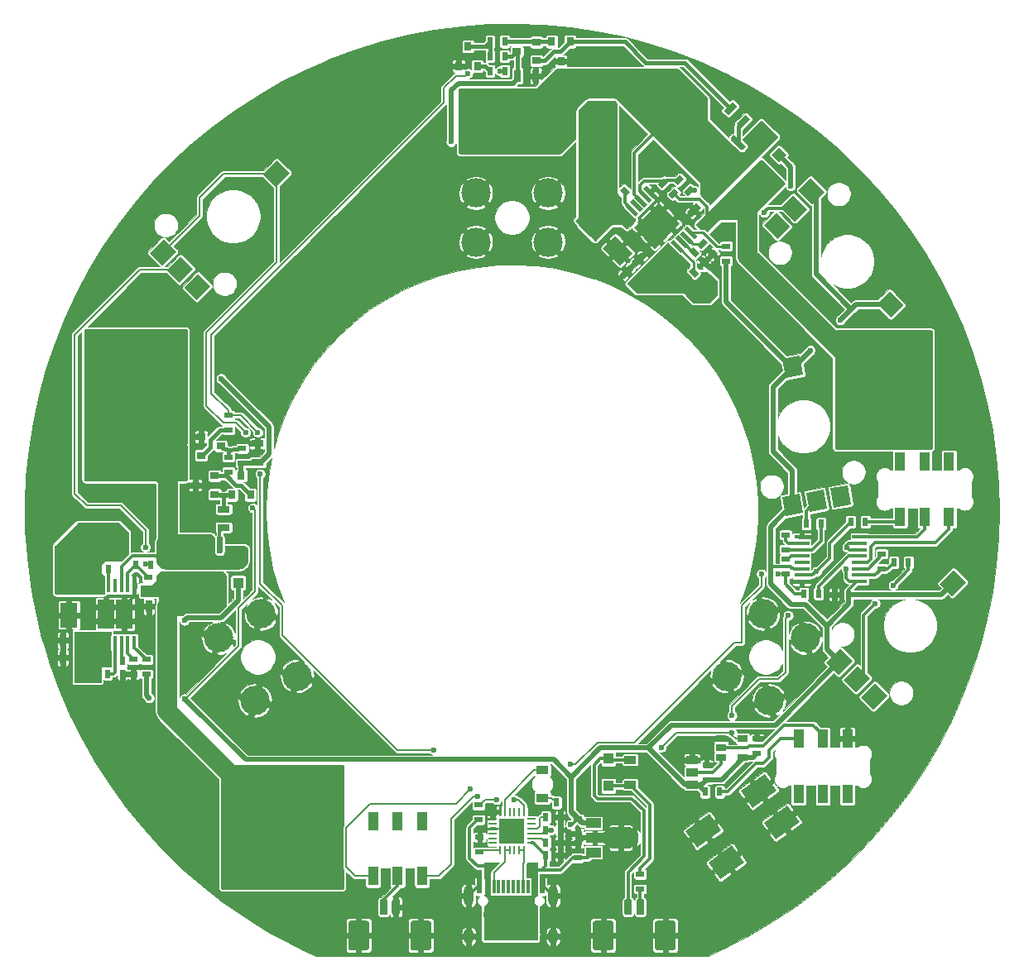
<source format=gbl>
G04 #@! TF.GenerationSoftware,KiCad,Pcbnew,5.1.5+dfsg1-2build2*
G04 #@! TF.CreationDate,2020-07-22T02:43:12+02:00*
G04 #@! TF.ProjectId,camera-flash,63616d65-7261-42d6-966c-6173682e6b69,rev?*
G04 #@! TF.SameCoordinates,Original*
G04 #@! TF.FileFunction,Copper,L2,Bot*
G04 #@! TF.FilePolarity,Positive*
%FSLAX46Y46*%
G04 Gerber Fmt 4.6, Leading zero omitted, Abs format (unit mm)*
G04 Created by KiCad (PCBNEW 5.1.5+dfsg1-2build2) date 2020-07-22 02:43:12*
%MOMM*%
%LPD*%
G04 APERTURE LIST*
%ADD10C,0.100000*%
%ADD11R,1.100000X1.100000*%
%ADD12R,0.700000X1.300000*%
%ADD13R,1.500000X0.450000*%
%ADD14R,1.060000X0.650000*%
%ADD15R,1.800000X1.500000*%
%ADD16R,0.450000X1.450000*%
%ADD17R,1.840000X2.200000*%
%ADD18R,1.500000X1.000000*%
%ADD19R,1.800000X1.000000*%
%ADD20R,0.825000X0.250000*%
%ADD21R,0.250000X0.825000*%
%ADD22R,2.650000X2.650000*%
%ADD23R,1.100000X1.950000*%
%ADD24R,0.600000X0.900000*%
%ADD25R,0.900000X0.600000*%
%ADD26R,1.300000X0.700000*%
%ADD27R,0.900000X0.800000*%
%ADD28R,0.800000X0.900000*%
%ADD29R,3.600000X2.700000*%
%ADD30R,2.700000X3.600000*%
%ADD31C,3.000000*%
%ADD32R,0.600000X1.450000*%
%ADD33O,1.000000X2.100000*%
%ADD34O,1.000000X1.600000*%
%ADD35R,0.300000X1.450000*%
%ADD36R,1.300000X0.900000*%
%ADD37R,1.800000X2.500000*%
%ADD38C,0.600000*%
%ADD39C,0.200000*%
%ADD40C,0.250000*%
%ADD41C,0.300000*%
%ADD42C,0.500000*%
%ADD43C,0.400000*%
%ADD44C,2.000000*%
G04 APERTURE END LIST*
G04 #@! TA.AperFunction,SMDPad,CuDef*
D10*
G36*
X132144008Y-115547666D02*
G01*
X133558222Y-114133452D01*
X134831014Y-115406244D01*
X133416800Y-116820458D01*
X132144008Y-115547666D01*
G37*
G04 #@! TD.AperFunction*
G04 #@! TA.AperFunction,SMDPad,CuDef*
G36*
X138366548Y-118941778D02*
G01*
X136952334Y-120355992D01*
X135679542Y-119083200D01*
X137093756Y-117668986D01*
X138366548Y-118941778D01*
G37*
G04 #@! TD.AperFunction*
G04 #@! TA.AperFunction,SMDPad,CuDef*
G36*
X136598781Y-117174011D02*
G01*
X135184567Y-118588225D01*
X133911775Y-117315433D01*
X135325989Y-115901219D01*
X136598781Y-117174011D01*
G37*
G04 #@! TD.AperFunction*
G04 #@! TA.AperFunction,SMDPad,CuDef*
G36*
X146427565Y-107345227D02*
G01*
X145013351Y-108759441D01*
X143740559Y-107486649D01*
X145154773Y-106072435D01*
X146427565Y-107345227D01*
G37*
G04 #@! TD.AperFunction*
G04 #@! TA.AperFunction,SMDPad,CuDef*
G36*
X127962393Y-100558231D02*
G01*
X127615097Y-98588616D01*
X129387751Y-98276049D01*
X129735047Y-100245664D01*
X127962393Y-100558231D01*
G37*
G04 #@! TD.AperFunction*
G04 #@! TA.AperFunction,SMDPad,CuDef*
G36*
X134311789Y-97407808D02*
G01*
X134659085Y-99377423D01*
X132886431Y-99689990D01*
X132539135Y-97720375D01*
X134311789Y-97407808D01*
G37*
G04 #@! TD.AperFunction*
G04 #@! TA.AperFunction,SMDPad,CuDef*
G36*
X131849770Y-97841929D02*
G01*
X132197066Y-99811544D01*
X130424412Y-100124111D01*
X130077116Y-98154496D01*
X131849770Y-97841929D01*
G37*
G04 #@! TD.AperFunction*
G04 #@! TA.AperFunction,SMDPad,CuDef*
G36*
X129436060Y-84153101D02*
G01*
X129783356Y-86122716D01*
X128010702Y-86435283D01*
X127663406Y-84465668D01*
X129436060Y-84153101D01*
G37*
G04 #@! TD.AperFunction*
G04 #@! TA.AperFunction,SMDPad,CuDef*
G36*
X62944008Y-73647666D02*
G01*
X64358222Y-72233452D01*
X65631014Y-73506244D01*
X64216800Y-74920458D01*
X62944008Y-73647666D01*
G37*
G04 #@! TD.AperFunction*
G04 #@! TA.AperFunction,SMDPad,CuDef*
G36*
X69166548Y-77041778D02*
G01*
X67752334Y-78455992D01*
X66479542Y-77183200D01*
X67893756Y-75768986D01*
X69166548Y-77041778D01*
G37*
G04 #@! TD.AperFunction*
G04 #@! TA.AperFunction,SMDPad,CuDef*
G36*
X67398781Y-75274011D02*
G01*
X65984567Y-76688225D01*
X64711775Y-75415433D01*
X66125989Y-74001219D01*
X67398781Y-75274011D01*
G37*
G04 #@! TD.AperFunction*
G04 #@! TA.AperFunction,SMDPad,CuDef*
G36*
X77227565Y-65445227D02*
G01*
X75813351Y-66859441D01*
X74540559Y-65586649D01*
X75954773Y-64172435D01*
X77227565Y-65445227D01*
G37*
G04 #@! TD.AperFunction*
G04 #@! TA.AperFunction,SMDPad,CuDef*
G36*
X130552334Y-65944008D02*
G01*
X131966548Y-67358222D01*
X130693756Y-68631014D01*
X129279542Y-67216800D01*
X130552334Y-65944008D01*
G37*
G04 #@! TD.AperFunction*
G04 #@! TA.AperFunction,SMDPad,CuDef*
G36*
X127158222Y-72166548D02*
G01*
X125744008Y-70752334D01*
X127016800Y-69479542D01*
X128431014Y-70893756D01*
X127158222Y-72166548D01*
G37*
G04 #@! TD.AperFunction*
G04 #@! TA.AperFunction,SMDPad,CuDef*
G36*
X128925989Y-70398781D02*
G01*
X127511775Y-68984567D01*
X128784567Y-67711775D01*
X130198781Y-69125989D01*
X128925989Y-70398781D01*
G37*
G04 #@! TD.AperFunction*
G04 #@! TA.AperFunction,SMDPad,CuDef*
G36*
X138754773Y-80227565D02*
G01*
X137340559Y-78813351D01*
X138613351Y-77540559D01*
X140027565Y-78954773D01*
X138754773Y-80227565D01*
G37*
G04 #@! TD.AperFunction*
D11*
X109866548Y-125397918D03*
X109866548Y-128197918D03*
X72000000Y-104600000D03*
X72000000Y-107400000D03*
G04 #@! TA.AperFunction,SMDPad,CuDef*
D10*
G36*
X126087868Y-61610051D02*
G01*
X125310051Y-62387868D01*
X124532234Y-61610051D01*
X125310051Y-60832234D01*
X126087868Y-61610051D01*
G37*
G04 #@! TD.AperFunction*
G04 #@! TA.AperFunction,SMDPad,CuDef*
G36*
X128067766Y-63589949D02*
G01*
X127289949Y-64367766D01*
X126512132Y-63589949D01*
X127289949Y-62812132D01*
X128067766Y-63589949D01*
G37*
G04 #@! TD.AperFunction*
G04 #@! TA.AperFunction,SMDPad,CuDef*
G36*
X66443765Y-107783565D02*
G01*
X66458326Y-107785725D01*
X66472605Y-107789302D01*
X66486465Y-107794261D01*
X66499772Y-107800555D01*
X66512398Y-107808123D01*
X66524221Y-107816891D01*
X66535128Y-107826777D01*
X66545014Y-107837684D01*
X66553782Y-107849507D01*
X66561350Y-107862133D01*
X66567644Y-107875440D01*
X66572603Y-107889300D01*
X66576180Y-107903579D01*
X66578340Y-107918140D01*
X66579062Y-107932843D01*
X66579062Y-109382843D01*
X66578340Y-109397546D01*
X66576180Y-109412107D01*
X66572603Y-109426386D01*
X66567644Y-109440246D01*
X66561350Y-109453553D01*
X66553782Y-109466179D01*
X66545014Y-109478002D01*
X66535128Y-109488909D01*
X66524221Y-109498795D01*
X66512398Y-109507563D01*
X66499772Y-109515131D01*
X66486465Y-109521425D01*
X66472605Y-109526384D01*
X66458326Y-109529961D01*
X66443765Y-109532121D01*
X66429062Y-109532843D01*
X66129062Y-109532843D01*
X66114359Y-109532121D01*
X66099798Y-109529961D01*
X66085519Y-109526384D01*
X66071659Y-109521425D01*
X66058352Y-109515131D01*
X66045726Y-109507563D01*
X66033903Y-109498795D01*
X66022996Y-109488909D01*
X66013110Y-109478002D01*
X66004342Y-109466179D01*
X65996774Y-109453553D01*
X65990480Y-109440246D01*
X65985521Y-109426386D01*
X65981944Y-109412107D01*
X65979784Y-109397546D01*
X65979062Y-109382843D01*
X65979062Y-107932843D01*
X65979784Y-107918140D01*
X65981944Y-107903579D01*
X65985521Y-107889300D01*
X65990480Y-107875440D01*
X65996774Y-107862133D01*
X66004342Y-107849507D01*
X66013110Y-107837684D01*
X66022996Y-107826777D01*
X66033903Y-107816891D01*
X66045726Y-107808123D01*
X66058352Y-107800555D01*
X66071659Y-107794261D01*
X66085519Y-107789302D01*
X66099798Y-107785725D01*
X66114359Y-107783565D01*
X66129062Y-107782843D01*
X66429062Y-107782843D01*
X66443765Y-107783565D01*
G37*
G04 #@! TD.AperFunction*
G04 #@! TA.AperFunction,SMDPad,CuDef*
G36*
X67713765Y-107783565D02*
G01*
X67728326Y-107785725D01*
X67742605Y-107789302D01*
X67756465Y-107794261D01*
X67769772Y-107800555D01*
X67782398Y-107808123D01*
X67794221Y-107816891D01*
X67805128Y-107826777D01*
X67815014Y-107837684D01*
X67823782Y-107849507D01*
X67831350Y-107862133D01*
X67837644Y-107875440D01*
X67842603Y-107889300D01*
X67846180Y-107903579D01*
X67848340Y-107918140D01*
X67849062Y-107932843D01*
X67849062Y-109382843D01*
X67848340Y-109397546D01*
X67846180Y-109412107D01*
X67842603Y-109426386D01*
X67837644Y-109440246D01*
X67831350Y-109453553D01*
X67823782Y-109466179D01*
X67815014Y-109478002D01*
X67805128Y-109488909D01*
X67794221Y-109498795D01*
X67782398Y-109507563D01*
X67769772Y-109515131D01*
X67756465Y-109521425D01*
X67742605Y-109526384D01*
X67728326Y-109529961D01*
X67713765Y-109532121D01*
X67699062Y-109532843D01*
X67399062Y-109532843D01*
X67384359Y-109532121D01*
X67369798Y-109529961D01*
X67355519Y-109526384D01*
X67341659Y-109521425D01*
X67328352Y-109515131D01*
X67315726Y-109507563D01*
X67303903Y-109498795D01*
X67292996Y-109488909D01*
X67283110Y-109478002D01*
X67274342Y-109466179D01*
X67266774Y-109453553D01*
X67260480Y-109440246D01*
X67255521Y-109426386D01*
X67251944Y-109412107D01*
X67249784Y-109397546D01*
X67249062Y-109382843D01*
X67249062Y-107932843D01*
X67249784Y-107918140D01*
X67251944Y-107903579D01*
X67255521Y-107889300D01*
X67260480Y-107875440D01*
X67266774Y-107862133D01*
X67274342Y-107849507D01*
X67283110Y-107837684D01*
X67292996Y-107826777D01*
X67303903Y-107816891D01*
X67315726Y-107808123D01*
X67328352Y-107800555D01*
X67341659Y-107794261D01*
X67355519Y-107789302D01*
X67369798Y-107785725D01*
X67384359Y-107783565D01*
X67399062Y-107782843D01*
X67699062Y-107782843D01*
X67713765Y-107783565D01*
G37*
G04 #@! TD.AperFunction*
G04 #@! TA.AperFunction,SMDPad,CuDef*
G36*
X68983765Y-107783565D02*
G01*
X68998326Y-107785725D01*
X69012605Y-107789302D01*
X69026465Y-107794261D01*
X69039772Y-107800555D01*
X69052398Y-107808123D01*
X69064221Y-107816891D01*
X69075128Y-107826777D01*
X69085014Y-107837684D01*
X69093782Y-107849507D01*
X69101350Y-107862133D01*
X69107644Y-107875440D01*
X69112603Y-107889300D01*
X69116180Y-107903579D01*
X69118340Y-107918140D01*
X69119062Y-107932843D01*
X69119062Y-109382843D01*
X69118340Y-109397546D01*
X69116180Y-109412107D01*
X69112603Y-109426386D01*
X69107644Y-109440246D01*
X69101350Y-109453553D01*
X69093782Y-109466179D01*
X69085014Y-109478002D01*
X69075128Y-109488909D01*
X69064221Y-109498795D01*
X69052398Y-109507563D01*
X69039772Y-109515131D01*
X69026465Y-109521425D01*
X69012605Y-109526384D01*
X68998326Y-109529961D01*
X68983765Y-109532121D01*
X68969062Y-109532843D01*
X68669062Y-109532843D01*
X68654359Y-109532121D01*
X68639798Y-109529961D01*
X68625519Y-109526384D01*
X68611659Y-109521425D01*
X68598352Y-109515131D01*
X68585726Y-109507563D01*
X68573903Y-109498795D01*
X68562996Y-109488909D01*
X68553110Y-109478002D01*
X68544342Y-109466179D01*
X68536774Y-109453553D01*
X68530480Y-109440246D01*
X68525521Y-109426386D01*
X68521944Y-109412107D01*
X68519784Y-109397546D01*
X68519062Y-109382843D01*
X68519062Y-107932843D01*
X68519784Y-107918140D01*
X68521944Y-107903579D01*
X68525521Y-107889300D01*
X68530480Y-107875440D01*
X68536774Y-107862133D01*
X68544342Y-107849507D01*
X68553110Y-107837684D01*
X68562996Y-107826777D01*
X68573903Y-107816891D01*
X68585726Y-107808123D01*
X68598352Y-107800555D01*
X68611659Y-107794261D01*
X68625519Y-107789302D01*
X68639798Y-107785725D01*
X68654359Y-107783565D01*
X68669062Y-107782843D01*
X68969062Y-107782843D01*
X68983765Y-107783565D01*
G37*
G04 #@! TD.AperFunction*
G04 #@! TA.AperFunction,SMDPad,CuDef*
G36*
X70253765Y-107783565D02*
G01*
X70268326Y-107785725D01*
X70282605Y-107789302D01*
X70296465Y-107794261D01*
X70309772Y-107800555D01*
X70322398Y-107808123D01*
X70334221Y-107816891D01*
X70345128Y-107826777D01*
X70355014Y-107837684D01*
X70363782Y-107849507D01*
X70371350Y-107862133D01*
X70377644Y-107875440D01*
X70382603Y-107889300D01*
X70386180Y-107903579D01*
X70388340Y-107918140D01*
X70389062Y-107932843D01*
X70389062Y-109382843D01*
X70388340Y-109397546D01*
X70386180Y-109412107D01*
X70382603Y-109426386D01*
X70377644Y-109440246D01*
X70371350Y-109453553D01*
X70363782Y-109466179D01*
X70355014Y-109478002D01*
X70345128Y-109488909D01*
X70334221Y-109498795D01*
X70322398Y-109507563D01*
X70309772Y-109515131D01*
X70296465Y-109521425D01*
X70282605Y-109526384D01*
X70268326Y-109529961D01*
X70253765Y-109532121D01*
X70239062Y-109532843D01*
X69939062Y-109532843D01*
X69924359Y-109532121D01*
X69909798Y-109529961D01*
X69895519Y-109526384D01*
X69881659Y-109521425D01*
X69868352Y-109515131D01*
X69855726Y-109507563D01*
X69843903Y-109498795D01*
X69832996Y-109488909D01*
X69823110Y-109478002D01*
X69814342Y-109466179D01*
X69806774Y-109453553D01*
X69800480Y-109440246D01*
X69795521Y-109426386D01*
X69791944Y-109412107D01*
X69789784Y-109397546D01*
X69789062Y-109382843D01*
X69789062Y-107932843D01*
X69789784Y-107918140D01*
X69791944Y-107903579D01*
X69795521Y-107889300D01*
X69800480Y-107875440D01*
X69806774Y-107862133D01*
X69814342Y-107849507D01*
X69823110Y-107837684D01*
X69832996Y-107826777D01*
X69843903Y-107816891D01*
X69855726Y-107808123D01*
X69868352Y-107800555D01*
X69881659Y-107794261D01*
X69895519Y-107789302D01*
X69909798Y-107785725D01*
X69924359Y-107783565D01*
X69939062Y-107782843D01*
X70239062Y-107782843D01*
X70253765Y-107783565D01*
G37*
G04 #@! TD.AperFunction*
G04 #@! TA.AperFunction,SMDPad,CuDef*
G36*
X70253765Y-102633565D02*
G01*
X70268326Y-102635725D01*
X70282605Y-102639302D01*
X70296465Y-102644261D01*
X70309772Y-102650555D01*
X70322398Y-102658123D01*
X70334221Y-102666891D01*
X70345128Y-102676777D01*
X70355014Y-102687684D01*
X70363782Y-102699507D01*
X70371350Y-102712133D01*
X70377644Y-102725440D01*
X70382603Y-102739300D01*
X70386180Y-102753579D01*
X70388340Y-102768140D01*
X70389062Y-102782843D01*
X70389062Y-104232843D01*
X70388340Y-104247546D01*
X70386180Y-104262107D01*
X70382603Y-104276386D01*
X70377644Y-104290246D01*
X70371350Y-104303553D01*
X70363782Y-104316179D01*
X70355014Y-104328002D01*
X70345128Y-104338909D01*
X70334221Y-104348795D01*
X70322398Y-104357563D01*
X70309772Y-104365131D01*
X70296465Y-104371425D01*
X70282605Y-104376384D01*
X70268326Y-104379961D01*
X70253765Y-104382121D01*
X70239062Y-104382843D01*
X69939062Y-104382843D01*
X69924359Y-104382121D01*
X69909798Y-104379961D01*
X69895519Y-104376384D01*
X69881659Y-104371425D01*
X69868352Y-104365131D01*
X69855726Y-104357563D01*
X69843903Y-104348795D01*
X69832996Y-104338909D01*
X69823110Y-104328002D01*
X69814342Y-104316179D01*
X69806774Y-104303553D01*
X69800480Y-104290246D01*
X69795521Y-104276386D01*
X69791944Y-104262107D01*
X69789784Y-104247546D01*
X69789062Y-104232843D01*
X69789062Y-102782843D01*
X69789784Y-102768140D01*
X69791944Y-102753579D01*
X69795521Y-102739300D01*
X69800480Y-102725440D01*
X69806774Y-102712133D01*
X69814342Y-102699507D01*
X69823110Y-102687684D01*
X69832996Y-102676777D01*
X69843903Y-102666891D01*
X69855726Y-102658123D01*
X69868352Y-102650555D01*
X69881659Y-102644261D01*
X69895519Y-102639302D01*
X69909798Y-102635725D01*
X69924359Y-102633565D01*
X69939062Y-102632843D01*
X70239062Y-102632843D01*
X70253765Y-102633565D01*
G37*
G04 #@! TD.AperFunction*
G04 #@! TA.AperFunction,SMDPad,CuDef*
G36*
X68983765Y-102633565D02*
G01*
X68998326Y-102635725D01*
X69012605Y-102639302D01*
X69026465Y-102644261D01*
X69039772Y-102650555D01*
X69052398Y-102658123D01*
X69064221Y-102666891D01*
X69075128Y-102676777D01*
X69085014Y-102687684D01*
X69093782Y-102699507D01*
X69101350Y-102712133D01*
X69107644Y-102725440D01*
X69112603Y-102739300D01*
X69116180Y-102753579D01*
X69118340Y-102768140D01*
X69119062Y-102782843D01*
X69119062Y-104232843D01*
X69118340Y-104247546D01*
X69116180Y-104262107D01*
X69112603Y-104276386D01*
X69107644Y-104290246D01*
X69101350Y-104303553D01*
X69093782Y-104316179D01*
X69085014Y-104328002D01*
X69075128Y-104338909D01*
X69064221Y-104348795D01*
X69052398Y-104357563D01*
X69039772Y-104365131D01*
X69026465Y-104371425D01*
X69012605Y-104376384D01*
X68998326Y-104379961D01*
X68983765Y-104382121D01*
X68969062Y-104382843D01*
X68669062Y-104382843D01*
X68654359Y-104382121D01*
X68639798Y-104379961D01*
X68625519Y-104376384D01*
X68611659Y-104371425D01*
X68598352Y-104365131D01*
X68585726Y-104357563D01*
X68573903Y-104348795D01*
X68562996Y-104338909D01*
X68553110Y-104328002D01*
X68544342Y-104316179D01*
X68536774Y-104303553D01*
X68530480Y-104290246D01*
X68525521Y-104276386D01*
X68521944Y-104262107D01*
X68519784Y-104247546D01*
X68519062Y-104232843D01*
X68519062Y-102782843D01*
X68519784Y-102768140D01*
X68521944Y-102753579D01*
X68525521Y-102739300D01*
X68530480Y-102725440D01*
X68536774Y-102712133D01*
X68544342Y-102699507D01*
X68553110Y-102687684D01*
X68562996Y-102676777D01*
X68573903Y-102666891D01*
X68585726Y-102658123D01*
X68598352Y-102650555D01*
X68611659Y-102644261D01*
X68625519Y-102639302D01*
X68639798Y-102635725D01*
X68654359Y-102633565D01*
X68669062Y-102632843D01*
X68969062Y-102632843D01*
X68983765Y-102633565D01*
G37*
G04 #@! TD.AperFunction*
G04 #@! TA.AperFunction,SMDPad,CuDef*
G36*
X67713765Y-102633565D02*
G01*
X67728326Y-102635725D01*
X67742605Y-102639302D01*
X67756465Y-102644261D01*
X67769772Y-102650555D01*
X67782398Y-102658123D01*
X67794221Y-102666891D01*
X67805128Y-102676777D01*
X67815014Y-102687684D01*
X67823782Y-102699507D01*
X67831350Y-102712133D01*
X67837644Y-102725440D01*
X67842603Y-102739300D01*
X67846180Y-102753579D01*
X67848340Y-102768140D01*
X67849062Y-102782843D01*
X67849062Y-104232843D01*
X67848340Y-104247546D01*
X67846180Y-104262107D01*
X67842603Y-104276386D01*
X67837644Y-104290246D01*
X67831350Y-104303553D01*
X67823782Y-104316179D01*
X67815014Y-104328002D01*
X67805128Y-104338909D01*
X67794221Y-104348795D01*
X67782398Y-104357563D01*
X67769772Y-104365131D01*
X67756465Y-104371425D01*
X67742605Y-104376384D01*
X67728326Y-104379961D01*
X67713765Y-104382121D01*
X67699062Y-104382843D01*
X67399062Y-104382843D01*
X67384359Y-104382121D01*
X67369798Y-104379961D01*
X67355519Y-104376384D01*
X67341659Y-104371425D01*
X67328352Y-104365131D01*
X67315726Y-104357563D01*
X67303903Y-104348795D01*
X67292996Y-104338909D01*
X67283110Y-104328002D01*
X67274342Y-104316179D01*
X67266774Y-104303553D01*
X67260480Y-104290246D01*
X67255521Y-104276386D01*
X67251944Y-104262107D01*
X67249784Y-104247546D01*
X67249062Y-104232843D01*
X67249062Y-102782843D01*
X67249784Y-102768140D01*
X67251944Y-102753579D01*
X67255521Y-102739300D01*
X67260480Y-102725440D01*
X67266774Y-102712133D01*
X67274342Y-102699507D01*
X67283110Y-102687684D01*
X67292996Y-102676777D01*
X67303903Y-102666891D01*
X67315726Y-102658123D01*
X67328352Y-102650555D01*
X67341659Y-102644261D01*
X67355519Y-102639302D01*
X67369798Y-102635725D01*
X67384359Y-102633565D01*
X67399062Y-102632843D01*
X67699062Y-102632843D01*
X67713765Y-102633565D01*
G37*
G04 #@! TD.AperFunction*
G04 #@! TA.AperFunction,SMDPad,CuDef*
G36*
X66443765Y-102633565D02*
G01*
X66458326Y-102635725D01*
X66472605Y-102639302D01*
X66486465Y-102644261D01*
X66499772Y-102650555D01*
X66512398Y-102658123D01*
X66524221Y-102666891D01*
X66535128Y-102676777D01*
X66545014Y-102687684D01*
X66553782Y-102699507D01*
X66561350Y-102712133D01*
X66567644Y-102725440D01*
X66572603Y-102739300D01*
X66576180Y-102753579D01*
X66578340Y-102768140D01*
X66579062Y-102782843D01*
X66579062Y-104232843D01*
X66578340Y-104247546D01*
X66576180Y-104262107D01*
X66572603Y-104276386D01*
X66567644Y-104290246D01*
X66561350Y-104303553D01*
X66553782Y-104316179D01*
X66545014Y-104328002D01*
X66535128Y-104338909D01*
X66524221Y-104348795D01*
X66512398Y-104357563D01*
X66499772Y-104365131D01*
X66486465Y-104371425D01*
X66472605Y-104376384D01*
X66458326Y-104379961D01*
X66443765Y-104382121D01*
X66429062Y-104382843D01*
X66129062Y-104382843D01*
X66114359Y-104382121D01*
X66099798Y-104379961D01*
X66085519Y-104376384D01*
X66071659Y-104371425D01*
X66058352Y-104365131D01*
X66045726Y-104357563D01*
X66033903Y-104348795D01*
X66022996Y-104338909D01*
X66013110Y-104328002D01*
X66004342Y-104316179D01*
X65996774Y-104303553D01*
X65990480Y-104290246D01*
X65985521Y-104276386D01*
X65981944Y-104262107D01*
X65979784Y-104247546D01*
X65979062Y-104232843D01*
X65979062Y-102782843D01*
X65979784Y-102768140D01*
X65981944Y-102753579D01*
X65985521Y-102739300D01*
X65990480Y-102725440D01*
X65996774Y-102712133D01*
X66004342Y-102699507D01*
X66013110Y-102687684D01*
X66022996Y-102676777D01*
X66033903Y-102666891D01*
X66045726Y-102658123D01*
X66058352Y-102650555D01*
X66071659Y-102644261D01*
X66085519Y-102639302D01*
X66099798Y-102635725D01*
X66114359Y-102633565D01*
X66129062Y-102632843D01*
X66429062Y-102632843D01*
X66443765Y-102633565D01*
G37*
G04 #@! TD.AperFunction*
G04 #@! TA.AperFunction,SMDPad,CuDef*
G36*
X123681879Y-67899842D02*
G01*
X123696440Y-67902002D01*
X123710719Y-67905579D01*
X123724579Y-67910538D01*
X123737886Y-67916832D01*
X123750512Y-67924400D01*
X123762335Y-67933168D01*
X123773242Y-67943054D01*
X124798546Y-68968358D01*
X124808432Y-68979265D01*
X124817200Y-68991088D01*
X124824768Y-69003714D01*
X124831062Y-69017021D01*
X124836021Y-69030881D01*
X124839598Y-69045160D01*
X124841758Y-69059721D01*
X124842480Y-69074424D01*
X124841758Y-69089127D01*
X124839598Y-69103688D01*
X124836021Y-69117967D01*
X124831062Y-69131827D01*
X124824768Y-69145134D01*
X124817200Y-69157760D01*
X124808432Y-69169583D01*
X124798546Y-69180490D01*
X124586414Y-69392622D01*
X124575507Y-69402508D01*
X124563684Y-69411276D01*
X124551058Y-69418844D01*
X124537751Y-69425138D01*
X124523891Y-69430097D01*
X124509612Y-69433674D01*
X124495051Y-69435834D01*
X124480348Y-69436556D01*
X124465645Y-69435834D01*
X124451084Y-69433674D01*
X124436805Y-69430097D01*
X124422945Y-69425138D01*
X124409638Y-69418844D01*
X124397012Y-69411276D01*
X124385189Y-69402508D01*
X124374282Y-69392622D01*
X123348978Y-68367318D01*
X123339092Y-68356411D01*
X123330324Y-68344588D01*
X123322756Y-68331962D01*
X123316462Y-68318655D01*
X123311503Y-68304795D01*
X123307926Y-68290516D01*
X123305766Y-68275955D01*
X123305044Y-68261252D01*
X123305766Y-68246549D01*
X123307926Y-68231988D01*
X123311503Y-68217709D01*
X123316462Y-68203849D01*
X123322756Y-68190542D01*
X123330324Y-68177916D01*
X123339092Y-68166093D01*
X123348978Y-68155186D01*
X123561110Y-67943054D01*
X123572017Y-67933168D01*
X123583840Y-67924400D01*
X123596466Y-67916832D01*
X123609773Y-67910538D01*
X123623633Y-67905579D01*
X123637912Y-67902002D01*
X123652473Y-67899842D01*
X123667176Y-67899120D01*
X123681879Y-67899842D01*
G37*
G04 #@! TD.AperFunction*
G04 #@! TA.AperFunction,SMDPad,CuDef*
G36*
X124579904Y-67001817D02*
G01*
X124594465Y-67003977D01*
X124608744Y-67007554D01*
X124622604Y-67012513D01*
X124635911Y-67018807D01*
X124648537Y-67026375D01*
X124660360Y-67035143D01*
X124671267Y-67045029D01*
X125696571Y-68070333D01*
X125706457Y-68081240D01*
X125715225Y-68093063D01*
X125722793Y-68105689D01*
X125729087Y-68118996D01*
X125734046Y-68132856D01*
X125737623Y-68147135D01*
X125739783Y-68161696D01*
X125740505Y-68176399D01*
X125739783Y-68191102D01*
X125737623Y-68205663D01*
X125734046Y-68219942D01*
X125729087Y-68233802D01*
X125722793Y-68247109D01*
X125715225Y-68259735D01*
X125706457Y-68271558D01*
X125696571Y-68282465D01*
X125484439Y-68494597D01*
X125473532Y-68504483D01*
X125461709Y-68513251D01*
X125449083Y-68520819D01*
X125435776Y-68527113D01*
X125421916Y-68532072D01*
X125407637Y-68535649D01*
X125393076Y-68537809D01*
X125378373Y-68538531D01*
X125363670Y-68537809D01*
X125349109Y-68535649D01*
X125334830Y-68532072D01*
X125320970Y-68527113D01*
X125307663Y-68520819D01*
X125295037Y-68513251D01*
X125283214Y-68504483D01*
X125272307Y-68494597D01*
X124247003Y-67469293D01*
X124237117Y-67458386D01*
X124228349Y-67446563D01*
X124220781Y-67433937D01*
X124214487Y-67420630D01*
X124209528Y-67406770D01*
X124205951Y-67392491D01*
X124203791Y-67377930D01*
X124203069Y-67363227D01*
X124203791Y-67348524D01*
X124205951Y-67333963D01*
X124209528Y-67319684D01*
X124214487Y-67305824D01*
X124220781Y-67292517D01*
X124228349Y-67279891D01*
X124237117Y-67268068D01*
X124247003Y-67257161D01*
X124459135Y-67045029D01*
X124470042Y-67035143D01*
X124481865Y-67026375D01*
X124494491Y-67018807D01*
X124507798Y-67012513D01*
X124521658Y-67007554D01*
X124535937Y-67003977D01*
X124550498Y-67001817D01*
X124565201Y-67001095D01*
X124579904Y-67001817D01*
G37*
G04 #@! TD.AperFunction*
G04 #@! TA.AperFunction,SMDPad,CuDef*
G36*
X125477930Y-66103791D02*
G01*
X125492491Y-66105951D01*
X125506770Y-66109528D01*
X125520630Y-66114487D01*
X125533937Y-66120781D01*
X125546563Y-66128349D01*
X125558386Y-66137117D01*
X125569293Y-66147003D01*
X126594597Y-67172307D01*
X126604483Y-67183214D01*
X126613251Y-67195037D01*
X126620819Y-67207663D01*
X126627113Y-67220970D01*
X126632072Y-67234830D01*
X126635649Y-67249109D01*
X126637809Y-67263670D01*
X126638531Y-67278373D01*
X126637809Y-67293076D01*
X126635649Y-67307637D01*
X126632072Y-67321916D01*
X126627113Y-67335776D01*
X126620819Y-67349083D01*
X126613251Y-67361709D01*
X126604483Y-67373532D01*
X126594597Y-67384439D01*
X126382465Y-67596571D01*
X126371558Y-67606457D01*
X126359735Y-67615225D01*
X126347109Y-67622793D01*
X126333802Y-67629087D01*
X126319942Y-67634046D01*
X126305663Y-67637623D01*
X126291102Y-67639783D01*
X126276399Y-67640505D01*
X126261696Y-67639783D01*
X126247135Y-67637623D01*
X126232856Y-67634046D01*
X126218996Y-67629087D01*
X126205689Y-67622793D01*
X126193063Y-67615225D01*
X126181240Y-67606457D01*
X126170333Y-67596571D01*
X125145029Y-66571267D01*
X125135143Y-66560360D01*
X125126375Y-66548537D01*
X125118807Y-66535911D01*
X125112513Y-66522604D01*
X125107554Y-66508744D01*
X125103977Y-66494465D01*
X125101817Y-66479904D01*
X125101095Y-66465201D01*
X125101817Y-66450498D01*
X125103977Y-66435937D01*
X125107554Y-66421658D01*
X125112513Y-66407798D01*
X125118807Y-66394491D01*
X125126375Y-66381865D01*
X125135143Y-66370042D01*
X125145029Y-66359135D01*
X125357161Y-66147003D01*
X125368068Y-66137117D01*
X125379891Y-66128349D01*
X125392517Y-66120781D01*
X125405824Y-66114487D01*
X125419684Y-66109528D01*
X125433963Y-66105951D01*
X125448524Y-66103791D01*
X125463227Y-66103069D01*
X125477930Y-66103791D01*
G37*
G04 #@! TD.AperFunction*
G04 #@! TA.AperFunction,SMDPad,CuDef*
G36*
X126375955Y-65205766D02*
G01*
X126390516Y-65207926D01*
X126404795Y-65211503D01*
X126418655Y-65216462D01*
X126431962Y-65222756D01*
X126444588Y-65230324D01*
X126456411Y-65239092D01*
X126467318Y-65248978D01*
X127492622Y-66274282D01*
X127502508Y-66285189D01*
X127511276Y-66297012D01*
X127518844Y-66309638D01*
X127525138Y-66322945D01*
X127530097Y-66336805D01*
X127533674Y-66351084D01*
X127535834Y-66365645D01*
X127536556Y-66380348D01*
X127535834Y-66395051D01*
X127533674Y-66409612D01*
X127530097Y-66423891D01*
X127525138Y-66437751D01*
X127518844Y-66451058D01*
X127511276Y-66463684D01*
X127502508Y-66475507D01*
X127492622Y-66486414D01*
X127280490Y-66698546D01*
X127269583Y-66708432D01*
X127257760Y-66717200D01*
X127245134Y-66724768D01*
X127231827Y-66731062D01*
X127217967Y-66736021D01*
X127203688Y-66739598D01*
X127189127Y-66741758D01*
X127174424Y-66742480D01*
X127159721Y-66741758D01*
X127145160Y-66739598D01*
X127130881Y-66736021D01*
X127117021Y-66731062D01*
X127103714Y-66724768D01*
X127091088Y-66717200D01*
X127079265Y-66708432D01*
X127068358Y-66698546D01*
X126043054Y-65673242D01*
X126033168Y-65662335D01*
X126024400Y-65650512D01*
X126016832Y-65637886D01*
X126010538Y-65624579D01*
X126005579Y-65610719D01*
X126002002Y-65596440D01*
X125999842Y-65581879D01*
X125999120Y-65567176D01*
X125999842Y-65552473D01*
X126002002Y-65537912D01*
X126005579Y-65523633D01*
X126010538Y-65509773D01*
X126016832Y-65496466D01*
X126024400Y-65483840D01*
X126033168Y-65472017D01*
X126043054Y-65461110D01*
X126255186Y-65248978D01*
X126266093Y-65239092D01*
X126277916Y-65230324D01*
X126290542Y-65222756D01*
X126303849Y-65216462D01*
X126317709Y-65211503D01*
X126331988Y-65207926D01*
X126346549Y-65205766D01*
X126361252Y-65205044D01*
X126375955Y-65205766D01*
G37*
G04 #@! TD.AperFunction*
G04 #@! TA.AperFunction,SMDPad,CuDef*
G36*
X122734355Y-61564166D02*
G01*
X122748916Y-61566326D01*
X122763195Y-61569903D01*
X122777055Y-61574862D01*
X122790362Y-61581156D01*
X122802988Y-61588724D01*
X122814811Y-61597492D01*
X122825718Y-61607378D01*
X123851022Y-62632682D01*
X123860908Y-62643589D01*
X123869676Y-62655412D01*
X123877244Y-62668038D01*
X123883538Y-62681345D01*
X123888497Y-62695205D01*
X123892074Y-62709484D01*
X123894234Y-62724045D01*
X123894956Y-62738748D01*
X123894234Y-62753451D01*
X123892074Y-62768012D01*
X123888497Y-62782291D01*
X123883538Y-62796151D01*
X123877244Y-62809458D01*
X123869676Y-62822084D01*
X123860908Y-62833907D01*
X123851022Y-62844814D01*
X123638890Y-63056946D01*
X123627983Y-63066832D01*
X123616160Y-63075600D01*
X123603534Y-63083168D01*
X123590227Y-63089462D01*
X123576367Y-63094421D01*
X123562088Y-63097998D01*
X123547527Y-63100158D01*
X123532824Y-63100880D01*
X123518121Y-63100158D01*
X123503560Y-63097998D01*
X123489281Y-63094421D01*
X123475421Y-63089462D01*
X123462114Y-63083168D01*
X123449488Y-63075600D01*
X123437665Y-63066832D01*
X123426758Y-63056946D01*
X122401454Y-62031642D01*
X122391568Y-62020735D01*
X122382800Y-62008912D01*
X122375232Y-61996286D01*
X122368938Y-61982979D01*
X122363979Y-61969119D01*
X122360402Y-61954840D01*
X122358242Y-61940279D01*
X122357520Y-61925576D01*
X122358242Y-61910873D01*
X122360402Y-61896312D01*
X122363979Y-61882033D01*
X122368938Y-61868173D01*
X122375232Y-61854866D01*
X122382800Y-61842240D01*
X122391568Y-61830417D01*
X122401454Y-61819510D01*
X122613586Y-61607378D01*
X122624493Y-61597492D01*
X122636316Y-61588724D01*
X122648942Y-61581156D01*
X122662249Y-61574862D01*
X122676109Y-61569903D01*
X122690388Y-61566326D01*
X122704949Y-61564166D01*
X122719652Y-61563444D01*
X122734355Y-61564166D01*
G37*
G04 #@! TD.AperFunction*
G04 #@! TA.AperFunction,SMDPad,CuDef*
G36*
X121836330Y-62462191D02*
G01*
X121850891Y-62464351D01*
X121865170Y-62467928D01*
X121879030Y-62472887D01*
X121892337Y-62479181D01*
X121904963Y-62486749D01*
X121916786Y-62495517D01*
X121927693Y-62505403D01*
X122952997Y-63530707D01*
X122962883Y-63541614D01*
X122971651Y-63553437D01*
X122979219Y-63566063D01*
X122985513Y-63579370D01*
X122990472Y-63593230D01*
X122994049Y-63607509D01*
X122996209Y-63622070D01*
X122996931Y-63636773D01*
X122996209Y-63651476D01*
X122994049Y-63666037D01*
X122990472Y-63680316D01*
X122985513Y-63694176D01*
X122979219Y-63707483D01*
X122971651Y-63720109D01*
X122962883Y-63731932D01*
X122952997Y-63742839D01*
X122740865Y-63954971D01*
X122729958Y-63964857D01*
X122718135Y-63973625D01*
X122705509Y-63981193D01*
X122692202Y-63987487D01*
X122678342Y-63992446D01*
X122664063Y-63996023D01*
X122649502Y-63998183D01*
X122634799Y-63998905D01*
X122620096Y-63998183D01*
X122605535Y-63996023D01*
X122591256Y-63992446D01*
X122577396Y-63987487D01*
X122564089Y-63981193D01*
X122551463Y-63973625D01*
X122539640Y-63964857D01*
X122528733Y-63954971D01*
X121503429Y-62929667D01*
X121493543Y-62918760D01*
X121484775Y-62906937D01*
X121477207Y-62894311D01*
X121470913Y-62881004D01*
X121465954Y-62867144D01*
X121462377Y-62852865D01*
X121460217Y-62838304D01*
X121459495Y-62823601D01*
X121460217Y-62808898D01*
X121462377Y-62794337D01*
X121465954Y-62780058D01*
X121470913Y-62766198D01*
X121477207Y-62752891D01*
X121484775Y-62740265D01*
X121493543Y-62728442D01*
X121503429Y-62717535D01*
X121715561Y-62505403D01*
X121726468Y-62495517D01*
X121738291Y-62486749D01*
X121750917Y-62479181D01*
X121764224Y-62472887D01*
X121778084Y-62467928D01*
X121792363Y-62464351D01*
X121806924Y-62462191D01*
X121821627Y-62461469D01*
X121836330Y-62462191D01*
G37*
G04 #@! TD.AperFunction*
G04 #@! TA.AperFunction,SMDPad,CuDef*
G36*
X120938304Y-63360217D02*
G01*
X120952865Y-63362377D01*
X120967144Y-63365954D01*
X120981004Y-63370913D01*
X120994311Y-63377207D01*
X121006937Y-63384775D01*
X121018760Y-63393543D01*
X121029667Y-63403429D01*
X122054971Y-64428733D01*
X122064857Y-64439640D01*
X122073625Y-64451463D01*
X122081193Y-64464089D01*
X122087487Y-64477396D01*
X122092446Y-64491256D01*
X122096023Y-64505535D01*
X122098183Y-64520096D01*
X122098905Y-64534799D01*
X122098183Y-64549502D01*
X122096023Y-64564063D01*
X122092446Y-64578342D01*
X122087487Y-64592202D01*
X122081193Y-64605509D01*
X122073625Y-64618135D01*
X122064857Y-64629958D01*
X122054971Y-64640865D01*
X121842839Y-64852997D01*
X121831932Y-64862883D01*
X121820109Y-64871651D01*
X121807483Y-64879219D01*
X121794176Y-64885513D01*
X121780316Y-64890472D01*
X121766037Y-64894049D01*
X121751476Y-64896209D01*
X121736773Y-64896931D01*
X121722070Y-64896209D01*
X121707509Y-64894049D01*
X121693230Y-64890472D01*
X121679370Y-64885513D01*
X121666063Y-64879219D01*
X121653437Y-64871651D01*
X121641614Y-64862883D01*
X121630707Y-64852997D01*
X120605403Y-63827693D01*
X120595517Y-63816786D01*
X120586749Y-63804963D01*
X120579181Y-63792337D01*
X120572887Y-63779030D01*
X120567928Y-63765170D01*
X120564351Y-63750891D01*
X120562191Y-63736330D01*
X120561469Y-63721627D01*
X120562191Y-63706924D01*
X120564351Y-63692363D01*
X120567928Y-63678084D01*
X120572887Y-63664224D01*
X120579181Y-63650917D01*
X120586749Y-63638291D01*
X120595517Y-63626468D01*
X120605403Y-63615561D01*
X120817535Y-63403429D01*
X120828442Y-63393543D01*
X120840265Y-63384775D01*
X120852891Y-63377207D01*
X120866198Y-63370913D01*
X120880058Y-63365954D01*
X120894337Y-63362377D01*
X120908898Y-63360217D01*
X120923601Y-63359495D01*
X120938304Y-63360217D01*
G37*
G04 #@! TD.AperFunction*
G04 #@! TA.AperFunction,SMDPad,CuDef*
G36*
X120040279Y-64258242D02*
G01*
X120054840Y-64260402D01*
X120069119Y-64263979D01*
X120082979Y-64268938D01*
X120096286Y-64275232D01*
X120108912Y-64282800D01*
X120120735Y-64291568D01*
X120131642Y-64301454D01*
X121156946Y-65326758D01*
X121166832Y-65337665D01*
X121175600Y-65349488D01*
X121183168Y-65362114D01*
X121189462Y-65375421D01*
X121194421Y-65389281D01*
X121197998Y-65403560D01*
X121200158Y-65418121D01*
X121200880Y-65432824D01*
X121200158Y-65447527D01*
X121197998Y-65462088D01*
X121194421Y-65476367D01*
X121189462Y-65490227D01*
X121183168Y-65503534D01*
X121175600Y-65516160D01*
X121166832Y-65527983D01*
X121156946Y-65538890D01*
X120944814Y-65751022D01*
X120933907Y-65760908D01*
X120922084Y-65769676D01*
X120909458Y-65777244D01*
X120896151Y-65783538D01*
X120882291Y-65788497D01*
X120868012Y-65792074D01*
X120853451Y-65794234D01*
X120838748Y-65794956D01*
X120824045Y-65794234D01*
X120809484Y-65792074D01*
X120795205Y-65788497D01*
X120781345Y-65783538D01*
X120768038Y-65777244D01*
X120755412Y-65769676D01*
X120743589Y-65760908D01*
X120732682Y-65751022D01*
X119707378Y-64725718D01*
X119697492Y-64714811D01*
X119688724Y-64702988D01*
X119681156Y-64690362D01*
X119674862Y-64677055D01*
X119669903Y-64663195D01*
X119666326Y-64648916D01*
X119664166Y-64634355D01*
X119663444Y-64619652D01*
X119664166Y-64604949D01*
X119666326Y-64590388D01*
X119669903Y-64576109D01*
X119674862Y-64562249D01*
X119681156Y-64548942D01*
X119688724Y-64536316D01*
X119697492Y-64524493D01*
X119707378Y-64513586D01*
X119919510Y-64301454D01*
X119930417Y-64291568D01*
X119942240Y-64282800D01*
X119954866Y-64275232D01*
X119968173Y-64268938D01*
X119982033Y-64263979D01*
X119996312Y-64260402D01*
X120010873Y-64258242D01*
X120025576Y-64257520D01*
X120040279Y-64258242D01*
G37*
G04 #@! TD.AperFunction*
D12*
X62850000Y-109800000D03*
X64750000Y-109800000D03*
G04 #@! TA.AperFunction,SMDPad,CuDef*
D10*
G36*
X119335356Y-69016117D02*
G01*
X118416117Y-69935356D01*
X117921142Y-69440381D01*
X118840381Y-68521142D01*
X119335356Y-69016117D01*
G37*
G04 #@! TD.AperFunction*
G04 #@! TA.AperFunction,SMDPad,CuDef*
G36*
X120678858Y-70359619D02*
G01*
X119759619Y-71278858D01*
X119264644Y-70783883D01*
X120183883Y-69864644D01*
X120678858Y-70359619D01*
G37*
G04 #@! TD.AperFunction*
G04 #@! TA.AperFunction,SMDPad,CuDef*
G36*
X124634230Y-130417315D02*
G01*
X123402848Y-128716228D01*
X125832972Y-126957111D01*
X127064354Y-128658198D01*
X124634230Y-130417315D01*
G37*
G04 #@! TD.AperFunction*
G04 #@! TA.AperFunction,SMDPad,CuDef*
G36*
X126979719Y-133657482D02*
G01*
X125748337Y-131956395D01*
X128178461Y-130197278D01*
X129409843Y-131898365D01*
X126979719Y-133657482D01*
G37*
G04 #@! TD.AperFunction*
G04 #@! TA.AperFunction,SMDPad,CuDef*
G36*
X118963939Y-134521922D02*
G01*
X117732557Y-132820835D01*
X120162681Y-131061718D01*
X121394063Y-132762805D01*
X118963939Y-134521922D01*
G37*
G04 #@! TD.AperFunction*
G04 #@! TA.AperFunction,SMDPad,CuDef*
G36*
X121309428Y-137762089D02*
G01*
X120078046Y-136061002D01*
X122508170Y-134301885D01*
X123739552Y-136002972D01*
X121309428Y-137762089D01*
G37*
G04 #@! TD.AperFunction*
D13*
X135537868Y-107245711D03*
X135537868Y-106595711D03*
X135537868Y-105945711D03*
X135537868Y-105295711D03*
X135537868Y-104645711D03*
X135537868Y-103995711D03*
X135537868Y-103345711D03*
X135537868Y-102695711D03*
X129637868Y-102695711D03*
X129637868Y-103345711D03*
X129637868Y-103995711D03*
X129637868Y-104645711D03*
X129637868Y-105295711D03*
X129637868Y-105945711D03*
X129637868Y-106595711D03*
X129637868Y-107245711D03*
D14*
X123600000Y-125250000D03*
X123600000Y-123350000D03*
X121400000Y-123350000D03*
X121400000Y-124300000D03*
X121400000Y-125250000D03*
G04 #@! TA.AperFunction,SMDPad,CuDef*
D10*
G36*
X112690559Y-125927918D02*
G01*
X111490559Y-125927918D01*
X111490559Y-125127918D01*
X112690559Y-125127918D01*
X112690559Y-125927918D01*
G37*
G04 #@! TD.AperFunction*
G04 #@! TA.AperFunction,SMDPad,CuDef*
G36*
X112690559Y-128467918D02*
G01*
X111490559Y-128467918D01*
X111490559Y-127667918D01*
X112690559Y-127667918D01*
X112690559Y-128467918D01*
G37*
G04 #@! TD.AperFunction*
G04 #@! TA.AperFunction,SMDPad,CuDef*
G36*
X118990559Y-125927918D02*
G01*
X117790559Y-125927918D01*
X117790559Y-125127918D01*
X118990559Y-125127918D01*
X118990559Y-125927918D01*
G37*
G04 #@! TD.AperFunction*
G04 #@! TA.AperFunction,SMDPad,CuDef*
G36*
X118990559Y-128467918D02*
G01*
X117790559Y-128467918D01*
X117790559Y-127667918D01*
X118990559Y-127667918D01*
X118990559Y-128467918D01*
G37*
G04 #@! TD.AperFunction*
G04 #@! TA.AperFunction,SMDPad,CuDef*
G36*
X118990559Y-127197918D02*
G01*
X117790559Y-127197918D01*
X117790559Y-126397918D01*
X118990559Y-126397918D01*
X118990559Y-127197918D01*
G37*
G04 #@! TD.AperFunction*
D15*
X58500000Y-109850000D03*
D16*
X57450000Y-113550000D03*
X58100000Y-113550000D03*
X58750000Y-113550000D03*
X59400000Y-113550000D03*
X60050000Y-113550000D03*
X60700000Y-113550000D03*
X61350000Y-113550000D03*
X61350000Y-107650000D03*
X60700000Y-107650000D03*
X60050000Y-107650000D03*
X59400000Y-107650000D03*
X58750000Y-107650000D03*
X58100000Y-107650000D03*
X57450000Y-107650000D03*
D15*
X58500000Y-111350000D03*
X60300000Y-111350000D03*
X60300000Y-109850000D03*
G04 #@! TA.AperFunction,SMDPad,CuDef*
D10*
G36*
X112488047Y-71059114D02*
G01*
X113760839Y-69786322D01*
X114821499Y-70846982D01*
X113548707Y-72119774D01*
X112488047Y-71059114D01*
G37*
G04 #@! TD.AperFunction*
G04 #@! TA.AperFunction,SMDPad,CuDef*
G36*
X114856855Y-73958252D02*
G01*
X115175053Y-73640054D01*
X116200357Y-74665358D01*
X115882159Y-74983556D01*
X114856855Y-73958252D01*
G37*
G04 #@! TD.AperFunction*
G04 #@! TA.AperFunction,SMDPad,CuDef*
G36*
X115316474Y-73498633D02*
G01*
X115634672Y-73180435D01*
X116659976Y-74205739D01*
X116341778Y-74523937D01*
X115316474Y-73498633D01*
G37*
G04 #@! TD.AperFunction*
G04 #@! TA.AperFunction,SMDPad,CuDef*
G36*
X115776094Y-73039013D02*
G01*
X116094292Y-72720815D01*
X117119596Y-73746119D01*
X116801398Y-74064317D01*
X115776094Y-73039013D01*
G37*
G04 #@! TD.AperFunction*
G04 #@! TA.AperFunction,SMDPad,CuDef*
G36*
X116235713Y-72579394D02*
G01*
X116553911Y-72261196D01*
X117579215Y-73286500D01*
X117261017Y-73604698D01*
X116235713Y-72579394D01*
G37*
G04 #@! TD.AperFunction*
G04 #@! TA.AperFunction,SMDPad,CuDef*
G36*
X116695332Y-72119775D02*
G01*
X117013530Y-71801577D01*
X118038834Y-72826881D01*
X117720636Y-73145079D01*
X116695332Y-72119775D01*
G37*
G04 #@! TD.AperFunction*
G04 #@! TA.AperFunction,SMDPad,CuDef*
G36*
X117154952Y-71660155D02*
G01*
X117473150Y-71341957D01*
X118498454Y-72367261D01*
X118180256Y-72685459D01*
X117154952Y-71660155D01*
G37*
G04 #@! TD.AperFunction*
G04 #@! TA.AperFunction,SMDPad,CuDef*
G36*
X117614571Y-71200536D02*
G01*
X117932769Y-70882338D01*
X118958073Y-71907642D01*
X118639875Y-72225840D01*
X117614571Y-71200536D01*
G37*
G04 #@! TD.AperFunction*
G04 #@! TA.AperFunction,SMDPad,CuDef*
G36*
X113442641Y-67028606D02*
G01*
X113760839Y-66710408D01*
X114786143Y-67735712D01*
X114467945Y-68053910D01*
X113442641Y-67028606D01*
G37*
G04 #@! TD.AperFunction*
G04 #@! TA.AperFunction,SMDPad,CuDef*
G36*
X112983022Y-67488225D02*
G01*
X113301220Y-67170027D01*
X114326524Y-68195331D01*
X114008326Y-68513529D01*
X112983022Y-67488225D01*
G37*
G04 #@! TD.AperFunction*
G04 #@! TA.AperFunction,SMDPad,CuDef*
G36*
X112523402Y-67947845D02*
G01*
X112841600Y-67629647D01*
X113866904Y-68654951D01*
X113548706Y-68973149D01*
X112523402Y-67947845D01*
G37*
G04 #@! TD.AperFunction*
G04 #@! TA.AperFunction,SMDPad,CuDef*
G36*
X112063783Y-68407464D02*
G01*
X112381981Y-68089266D01*
X113407285Y-69114570D01*
X113089087Y-69432768D01*
X112063783Y-68407464D01*
G37*
G04 #@! TD.AperFunction*
G04 #@! TA.AperFunction,SMDPad,CuDef*
G36*
X111604164Y-68867083D02*
G01*
X111922362Y-68548885D01*
X112947666Y-69574189D01*
X112629468Y-69892387D01*
X111604164Y-68867083D01*
G37*
G04 #@! TD.AperFunction*
G04 #@! TA.AperFunction,SMDPad,CuDef*
G36*
X111144544Y-69326703D02*
G01*
X111462742Y-69008505D01*
X112488046Y-70033809D01*
X112169848Y-70352007D01*
X111144544Y-69326703D01*
G37*
G04 #@! TD.AperFunction*
G04 #@! TA.AperFunction,SMDPad,CuDef*
G36*
X110684925Y-69786322D02*
G01*
X111003123Y-69468124D01*
X112028427Y-70493428D01*
X111710229Y-70811626D01*
X110684925Y-69786322D01*
G37*
G04 #@! TD.AperFunction*
G04 #@! TA.AperFunction,SMDPad,CuDef*
G36*
X113548707Y-72119774D02*
G01*
X114821499Y-70846982D01*
X115882159Y-71907642D01*
X114609367Y-73180434D01*
X113548707Y-72119774D01*
G37*
G04 #@! TD.AperFunction*
G04 #@! TA.AperFunction,SMDPad,CuDef*
G36*
X114821499Y-70846982D02*
G01*
X116094291Y-69574190D01*
X117154951Y-70634850D01*
X115882159Y-71907642D01*
X114821499Y-70846982D01*
G37*
G04 #@! TD.AperFunction*
G04 #@! TA.AperFunction,SMDPad,CuDef*
G36*
X113760839Y-69786322D02*
G01*
X115033631Y-68513530D01*
X116094291Y-69574190D01*
X114821499Y-70846982D01*
X113760839Y-69786322D01*
G37*
G04 #@! TD.AperFunction*
G04 #@! TA.AperFunction,SMDPad,CuDef*
G36*
X109223800Y-133100000D02*
G01*
X110223800Y-132400000D01*
X110223800Y-134600000D01*
X109223800Y-133900000D01*
X109223800Y-133100000D01*
G37*
G04 #@! TD.AperFunction*
D17*
X111133500Y-133500000D03*
D18*
X108320000Y-132000000D03*
D19*
X108466500Y-133500000D03*
D18*
X108320000Y-135000000D03*
G04 #@! TA.AperFunction,SMDPad,CuDef*
D10*
G36*
X112892000Y-134000000D02*
G01*
X112042000Y-134600000D01*
X112042000Y-132400000D01*
X112892000Y-133000000D01*
X112892000Y-134000000D01*
G37*
G04 #@! TD.AperFunction*
D20*
X101962500Y-134050000D03*
X101962500Y-133550000D03*
X101962500Y-133050000D03*
X101962500Y-132550000D03*
X101962500Y-132050000D03*
X101962500Y-131550000D03*
D21*
X101250000Y-130837500D03*
X100750000Y-130837500D03*
X100250000Y-130837500D03*
X99750000Y-130837500D03*
X99250000Y-130837500D03*
X98750000Y-130837500D03*
D20*
X98037500Y-131550000D03*
X98037500Y-132050000D03*
X98037500Y-132550000D03*
X98037500Y-133050000D03*
X98037500Y-133550000D03*
X98037500Y-134050000D03*
D21*
X98750000Y-134762500D03*
X99250000Y-134762500D03*
X99750000Y-134762500D03*
X100250000Y-134762500D03*
X100750000Y-134762500D03*
X101250000Y-134762500D03*
D22*
X100000000Y-132800000D03*
D23*
X144700000Y-94975000D03*
X139700000Y-94975000D03*
X144700000Y-100625000D03*
X139700000Y-100625000D03*
X142200000Y-94975000D03*
X142200000Y-100625000D03*
X129300000Y-129025000D03*
X134300000Y-129025000D03*
X129300000Y-123375000D03*
X134300000Y-123375000D03*
X131800000Y-129025000D03*
X131800000Y-123375000D03*
X90800000Y-131775000D03*
X85800000Y-131775000D03*
X90800000Y-137425000D03*
X85800000Y-137425000D03*
X88300000Y-131775000D03*
X88300000Y-137425000D03*
D24*
X106050000Y-129900000D03*
X104550000Y-129900000D03*
X134650000Y-101150000D03*
X136150000Y-101150000D03*
D25*
X71000000Y-90250000D03*
X71000000Y-91750000D03*
D24*
X99250000Y-55000000D03*
X97750000Y-55000000D03*
D25*
X72400000Y-93650000D03*
X72400000Y-95150000D03*
D24*
X97750000Y-53500000D03*
X99250000Y-53500000D03*
D25*
X71000000Y-94550000D03*
X71000000Y-96050000D03*
D24*
X97750000Y-52000000D03*
X99250000Y-52000000D03*
D26*
X70500000Y-99850000D03*
X70500000Y-101750000D03*
G04 #@! TA.AperFunction,SMDPad,CuDef*
D10*
G36*
X123035356Y-58616117D02*
G01*
X122116117Y-59535356D01*
X121621142Y-59040381D01*
X122540381Y-58121142D01*
X123035356Y-58616117D01*
G37*
G04 #@! TD.AperFunction*
G04 #@! TA.AperFunction,SMDPad,CuDef*
G36*
X124378858Y-59959619D02*
G01*
X123459619Y-60878858D01*
X122964644Y-60383883D01*
X123883883Y-59464644D01*
X124378858Y-59959619D01*
G37*
G04 #@! TD.AperFunction*
D24*
X131350000Y-108500000D03*
X129850000Y-108500000D03*
D25*
X128000000Y-106500000D03*
X128000000Y-105000000D03*
D24*
X131600000Y-101350000D03*
X130100000Y-101350000D03*
X139050000Y-105300000D03*
X140550000Y-105300000D03*
X119750000Y-128800000D03*
X121250000Y-128800000D03*
D25*
X113100000Y-138750000D03*
X113100000Y-137250000D03*
D24*
X61550000Y-105600000D03*
X63050000Y-105600000D03*
G04 #@! TA.AperFunction,SMDPad,CuDef*
D10*
G36*
X117600000Y-66063604D02*
G01*
X116963604Y-66700000D01*
X116539340Y-66275736D01*
X117175736Y-65639340D01*
X117600000Y-66063604D01*
G37*
G04 #@! TD.AperFunction*
G04 #@! TA.AperFunction,SMDPad,CuDef*
G36*
X118660660Y-67124264D02*
G01*
X118024264Y-67760660D01*
X117600000Y-67336396D01*
X118236396Y-66700000D01*
X118660660Y-67124264D01*
G37*
G04 #@! TD.AperFunction*
D25*
X62800000Y-108350000D03*
X62800000Y-106850000D03*
G04 #@! TA.AperFunction,SMDPad,CuDef*
D10*
G36*
X116000000Y-67636396D02*
G01*
X116636396Y-67000000D01*
X117060660Y-67424264D01*
X116424264Y-68060660D01*
X116000000Y-67636396D01*
G37*
G04 #@! TD.AperFunction*
G04 #@! TA.AperFunction,SMDPad,CuDef*
G36*
X114939340Y-66575736D02*
G01*
X115575736Y-65939340D01*
X116000000Y-66363604D01*
X115363604Y-67000000D01*
X114939340Y-66575736D01*
G37*
G04 #@! TD.AperFunction*
D25*
X62600000Y-115250000D03*
X62600000Y-116750000D03*
X121900000Y-72950000D03*
X121900000Y-74450000D03*
D24*
X60150000Y-115400000D03*
X58650000Y-115400000D03*
G04 #@! TA.AperFunction,SMDPad,CuDef*
D10*
G36*
X118736396Y-74100000D02*
G01*
X118100000Y-73463604D01*
X118524264Y-73039340D01*
X119160660Y-73675736D01*
X118736396Y-74100000D01*
G37*
G04 #@! TD.AperFunction*
G04 #@! TA.AperFunction,SMDPad,CuDef*
G36*
X117675736Y-75160660D02*
G01*
X117039340Y-74524264D01*
X117463604Y-74100000D01*
X118100000Y-74736396D01*
X117675736Y-75160660D01*
G37*
G04 #@! TD.AperFunction*
D25*
X96700000Y-133450000D03*
X96700000Y-134950000D03*
X96600000Y-131650000D03*
X96600000Y-130150000D03*
D27*
X70200000Y-93400000D03*
X68200000Y-92450000D03*
X68200000Y-94350000D03*
D28*
X95500000Y-52500000D03*
X94550000Y-54500000D03*
X96450000Y-54500000D03*
D27*
X67600000Y-97400000D03*
X69600000Y-98350000D03*
X69600000Y-96450000D03*
D28*
X72300000Y-96400000D03*
X71350000Y-98400000D03*
X73250000Y-98400000D03*
X105000000Y-54000000D03*
X105950000Y-52000000D03*
X104050000Y-52000000D03*
D27*
X100500000Y-53000000D03*
X102500000Y-53950000D03*
X102500000Y-52050000D03*
D29*
X58400000Y-95250000D03*
X58400000Y-103550000D03*
D30*
X117450000Y-60100000D03*
X109150000Y-60100000D03*
D31*
X73704936Y-119454294D03*
X70004936Y-113045706D03*
X74335064Y-110545706D03*
X78035064Y-116954294D03*
X129995064Y-113045706D03*
X126295064Y-119454294D03*
X121964936Y-116954294D03*
X125664936Y-110545706D03*
X96300000Y-67500000D03*
X103700000Y-67500000D03*
X103700000Y-72500000D03*
X96300000Y-72500000D03*
G04 #@! TA.AperFunction,SMDPad,CuDef*
D10*
G36*
X85149504Y-142001204D02*
G01*
X85173773Y-142004804D01*
X85197571Y-142010765D01*
X85220671Y-142019030D01*
X85242849Y-142029520D01*
X85263893Y-142042133D01*
X85283598Y-142056747D01*
X85301777Y-142073223D01*
X85318253Y-142091402D01*
X85332867Y-142111107D01*
X85345480Y-142132151D01*
X85355970Y-142154329D01*
X85364235Y-142177429D01*
X85370196Y-142201227D01*
X85373796Y-142225496D01*
X85375000Y-142250000D01*
X85375000Y-144750000D01*
X85373796Y-144774504D01*
X85370196Y-144798773D01*
X85364235Y-144822571D01*
X85355970Y-144845671D01*
X85345480Y-144867849D01*
X85332867Y-144888893D01*
X85318253Y-144908598D01*
X85301777Y-144926777D01*
X85283598Y-144943253D01*
X85263893Y-144957867D01*
X85242849Y-144970480D01*
X85220671Y-144980970D01*
X85197571Y-144989235D01*
X85173773Y-144995196D01*
X85149504Y-144998796D01*
X85125000Y-145000000D01*
X83525000Y-145000000D01*
X83500496Y-144998796D01*
X83476227Y-144995196D01*
X83452429Y-144989235D01*
X83429329Y-144980970D01*
X83407151Y-144970480D01*
X83386107Y-144957867D01*
X83366402Y-144943253D01*
X83348223Y-144926777D01*
X83331747Y-144908598D01*
X83317133Y-144888893D01*
X83304520Y-144867849D01*
X83294030Y-144845671D01*
X83285765Y-144822571D01*
X83279804Y-144798773D01*
X83276204Y-144774504D01*
X83275000Y-144750000D01*
X83275000Y-142250000D01*
X83276204Y-142225496D01*
X83279804Y-142201227D01*
X83285765Y-142177429D01*
X83294030Y-142154329D01*
X83304520Y-142132151D01*
X83317133Y-142111107D01*
X83331747Y-142091402D01*
X83348223Y-142073223D01*
X83366402Y-142056747D01*
X83386107Y-142042133D01*
X83407151Y-142029520D01*
X83429329Y-142019030D01*
X83452429Y-142010765D01*
X83476227Y-142004804D01*
X83500496Y-142001204D01*
X83525000Y-142000000D01*
X85125000Y-142000000D01*
X85149504Y-142001204D01*
G37*
G04 #@! TD.AperFunction*
G04 #@! TA.AperFunction,SMDPad,CuDef*
G36*
X91499504Y-142001204D02*
G01*
X91523773Y-142004804D01*
X91547571Y-142010765D01*
X91570671Y-142019030D01*
X91592849Y-142029520D01*
X91613893Y-142042133D01*
X91633598Y-142056747D01*
X91651777Y-142073223D01*
X91668253Y-142091402D01*
X91682867Y-142111107D01*
X91695480Y-142132151D01*
X91705970Y-142154329D01*
X91714235Y-142177429D01*
X91720196Y-142201227D01*
X91723796Y-142225496D01*
X91725000Y-142250000D01*
X91725000Y-144750000D01*
X91723796Y-144774504D01*
X91720196Y-144798773D01*
X91714235Y-144822571D01*
X91705970Y-144845671D01*
X91695480Y-144867849D01*
X91682867Y-144888893D01*
X91668253Y-144908598D01*
X91651777Y-144926777D01*
X91633598Y-144943253D01*
X91613893Y-144957867D01*
X91592849Y-144970480D01*
X91570671Y-144980970D01*
X91547571Y-144989235D01*
X91523773Y-144995196D01*
X91499504Y-144998796D01*
X91475000Y-145000000D01*
X89875000Y-145000000D01*
X89850496Y-144998796D01*
X89826227Y-144995196D01*
X89802429Y-144989235D01*
X89779329Y-144980970D01*
X89757151Y-144970480D01*
X89736107Y-144957867D01*
X89716402Y-144943253D01*
X89698223Y-144926777D01*
X89681747Y-144908598D01*
X89667133Y-144888893D01*
X89654520Y-144867849D01*
X89644030Y-144845671D01*
X89635765Y-144822571D01*
X89629804Y-144798773D01*
X89626204Y-144774504D01*
X89625000Y-144750000D01*
X89625000Y-142250000D01*
X89626204Y-142225496D01*
X89629804Y-142201227D01*
X89635765Y-142177429D01*
X89644030Y-142154329D01*
X89654520Y-142132151D01*
X89667133Y-142111107D01*
X89681747Y-142091402D01*
X89698223Y-142073223D01*
X89716402Y-142056747D01*
X89736107Y-142042133D01*
X89757151Y-142029520D01*
X89779329Y-142019030D01*
X89802429Y-142010765D01*
X89826227Y-142004804D01*
X89850496Y-142001204D01*
X89875000Y-142000000D01*
X91475000Y-142000000D01*
X91499504Y-142001204D01*
G37*
G04 #@! TD.AperFunction*
G04 #@! TA.AperFunction,SMDPad,CuDef*
G36*
X87094603Y-139800963D02*
G01*
X87114018Y-139803843D01*
X87133057Y-139808612D01*
X87151537Y-139815224D01*
X87169279Y-139823616D01*
X87186114Y-139833706D01*
X87201879Y-139845398D01*
X87216421Y-139858579D01*
X87229602Y-139873121D01*
X87241294Y-139888886D01*
X87251384Y-139905721D01*
X87259776Y-139923463D01*
X87266388Y-139941943D01*
X87271157Y-139960982D01*
X87274037Y-139980397D01*
X87275000Y-140000000D01*
X87275000Y-141200000D01*
X87274037Y-141219603D01*
X87271157Y-141239018D01*
X87266388Y-141258057D01*
X87259776Y-141276537D01*
X87251384Y-141294279D01*
X87241294Y-141311114D01*
X87229602Y-141326879D01*
X87216421Y-141341421D01*
X87201879Y-141354602D01*
X87186114Y-141366294D01*
X87169279Y-141376384D01*
X87151537Y-141384776D01*
X87133057Y-141391388D01*
X87114018Y-141396157D01*
X87094603Y-141399037D01*
X87075000Y-141400000D01*
X86675000Y-141400000D01*
X86655397Y-141399037D01*
X86635982Y-141396157D01*
X86616943Y-141391388D01*
X86598463Y-141384776D01*
X86580721Y-141376384D01*
X86563886Y-141366294D01*
X86548121Y-141354602D01*
X86533579Y-141341421D01*
X86520398Y-141326879D01*
X86508706Y-141311114D01*
X86498616Y-141294279D01*
X86490224Y-141276537D01*
X86483612Y-141258057D01*
X86478843Y-141239018D01*
X86475963Y-141219603D01*
X86475000Y-141200000D01*
X86475000Y-140000000D01*
X86475963Y-139980397D01*
X86478843Y-139960982D01*
X86483612Y-139941943D01*
X86490224Y-139923463D01*
X86498616Y-139905721D01*
X86508706Y-139888886D01*
X86520398Y-139873121D01*
X86533579Y-139858579D01*
X86548121Y-139845398D01*
X86563886Y-139833706D01*
X86580721Y-139823616D01*
X86598463Y-139815224D01*
X86616943Y-139808612D01*
X86635982Y-139803843D01*
X86655397Y-139800963D01*
X86675000Y-139800000D01*
X87075000Y-139800000D01*
X87094603Y-139800963D01*
G37*
G04 #@! TD.AperFunction*
G04 #@! TA.AperFunction,SMDPad,CuDef*
G36*
X88344603Y-139800963D02*
G01*
X88364018Y-139803843D01*
X88383057Y-139808612D01*
X88401537Y-139815224D01*
X88419279Y-139823616D01*
X88436114Y-139833706D01*
X88451879Y-139845398D01*
X88466421Y-139858579D01*
X88479602Y-139873121D01*
X88491294Y-139888886D01*
X88501384Y-139905721D01*
X88509776Y-139923463D01*
X88516388Y-139941943D01*
X88521157Y-139960982D01*
X88524037Y-139980397D01*
X88525000Y-140000000D01*
X88525000Y-141200000D01*
X88524037Y-141219603D01*
X88521157Y-141239018D01*
X88516388Y-141258057D01*
X88509776Y-141276537D01*
X88501384Y-141294279D01*
X88491294Y-141311114D01*
X88479602Y-141326879D01*
X88466421Y-141341421D01*
X88451879Y-141354602D01*
X88436114Y-141366294D01*
X88419279Y-141376384D01*
X88401537Y-141384776D01*
X88383057Y-141391388D01*
X88364018Y-141396157D01*
X88344603Y-141399037D01*
X88325000Y-141400000D01*
X87925000Y-141400000D01*
X87905397Y-141399037D01*
X87885982Y-141396157D01*
X87866943Y-141391388D01*
X87848463Y-141384776D01*
X87830721Y-141376384D01*
X87813886Y-141366294D01*
X87798121Y-141354602D01*
X87783579Y-141341421D01*
X87770398Y-141326879D01*
X87758706Y-141311114D01*
X87748616Y-141294279D01*
X87740224Y-141276537D01*
X87733612Y-141258057D01*
X87728843Y-141239018D01*
X87725963Y-141219603D01*
X87725000Y-141200000D01*
X87725000Y-140000000D01*
X87725963Y-139980397D01*
X87728843Y-139960982D01*
X87733612Y-139941943D01*
X87740224Y-139923463D01*
X87748616Y-139905721D01*
X87758706Y-139888886D01*
X87770398Y-139873121D01*
X87783579Y-139858579D01*
X87798121Y-139845398D01*
X87813886Y-139833706D01*
X87830721Y-139823616D01*
X87848463Y-139815224D01*
X87866943Y-139808612D01*
X87885982Y-139803843D01*
X87905397Y-139800963D01*
X87925000Y-139800000D01*
X88325000Y-139800000D01*
X88344603Y-139800963D01*
G37*
G04 #@! TD.AperFunction*
G04 #@! TA.AperFunction,SMDPad,CuDef*
G36*
X110149504Y-142001204D02*
G01*
X110173773Y-142004804D01*
X110197571Y-142010765D01*
X110220671Y-142019030D01*
X110242849Y-142029520D01*
X110263893Y-142042133D01*
X110283598Y-142056747D01*
X110301777Y-142073223D01*
X110318253Y-142091402D01*
X110332867Y-142111107D01*
X110345480Y-142132151D01*
X110355970Y-142154329D01*
X110364235Y-142177429D01*
X110370196Y-142201227D01*
X110373796Y-142225496D01*
X110375000Y-142250000D01*
X110375000Y-144750000D01*
X110373796Y-144774504D01*
X110370196Y-144798773D01*
X110364235Y-144822571D01*
X110355970Y-144845671D01*
X110345480Y-144867849D01*
X110332867Y-144888893D01*
X110318253Y-144908598D01*
X110301777Y-144926777D01*
X110283598Y-144943253D01*
X110263893Y-144957867D01*
X110242849Y-144970480D01*
X110220671Y-144980970D01*
X110197571Y-144989235D01*
X110173773Y-144995196D01*
X110149504Y-144998796D01*
X110125000Y-145000000D01*
X108525000Y-145000000D01*
X108500496Y-144998796D01*
X108476227Y-144995196D01*
X108452429Y-144989235D01*
X108429329Y-144980970D01*
X108407151Y-144970480D01*
X108386107Y-144957867D01*
X108366402Y-144943253D01*
X108348223Y-144926777D01*
X108331747Y-144908598D01*
X108317133Y-144888893D01*
X108304520Y-144867849D01*
X108294030Y-144845671D01*
X108285765Y-144822571D01*
X108279804Y-144798773D01*
X108276204Y-144774504D01*
X108275000Y-144750000D01*
X108275000Y-142250000D01*
X108276204Y-142225496D01*
X108279804Y-142201227D01*
X108285765Y-142177429D01*
X108294030Y-142154329D01*
X108304520Y-142132151D01*
X108317133Y-142111107D01*
X108331747Y-142091402D01*
X108348223Y-142073223D01*
X108366402Y-142056747D01*
X108386107Y-142042133D01*
X108407151Y-142029520D01*
X108429329Y-142019030D01*
X108452429Y-142010765D01*
X108476227Y-142004804D01*
X108500496Y-142001204D01*
X108525000Y-142000000D01*
X110125000Y-142000000D01*
X110149504Y-142001204D01*
G37*
G04 #@! TD.AperFunction*
G04 #@! TA.AperFunction,SMDPad,CuDef*
G36*
X116499504Y-142001204D02*
G01*
X116523773Y-142004804D01*
X116547571Y-142010765D01*
X116570671Y-142019030D01*
X116592849Y-142029520D01*
X116613893Y-142042133D01*
X116633598Y-142056747D01*
X116651777Y-142073223D01*
X116668253Y-142091402D01*
X116682867Y-142111107D01*
X116695480Y-142132151D01*
X116705970Y-142154329D01*
X116714235Y-142177429D01*
X116720196Y-142201227D01*
X116723796Y-142225496D01*
X116725000Y-142250000D01*
X116725000Y-144750000D01*
X116723796Y-144774504D01*
X116720196Y-144798773D01*
X116714235Y-144822571D01*
X116705970Y-144845671D01*
X116695480Y-144867849D01*
X116682867Y-144888893D01*
X116668253Y-144908598D01*
X116651777Y-144926777D01*
X116633598Y-144943253D01*
X116613893Y-144957867D01*
X116592849Y-144970480D01*
X116570671Y-144980970D01*
X116547571Y-144989235D01*
X116523773Y-144995196D01*
X116499504Y-144998796D01*
X116475000Y-145000000D01*
X114875000Y-145000000D01*
X114850496Y-144998796D01*
X114826227Y-144995196D01*
X114802429Y-144989235D01*
X114779329Y-144980970D01*
X114757151Y-144970480D01*
X114736107Y-144957867D01*
X114716402Y-144943253D01*
X114698223Y-144926777D01*
X114681747Y-144908598D01*
X114667133Y-144888893D01*
X114654520Y-144867849D01*
X114644030Y-144845671D01*
X114635765Y-144822571D01*
X114629804Y-144798773D01*
X114626204Y-144774504D01*
X114625000Y-144750000D01*
X114625000Y-142250000D01*
X114626204Y-142225496D01*
X114629804Y-142201227D01*
X114635765Y-142177429D01*
X114644030Y-142154329D01*
X114654520Y-142132151D01*
X114667133Y-142111107D01*
X114681747Y-142091402D01*
X114698223Y-142073223D01*
X114716402Y-142056747D01*
X114736107Y-142042133D01*
X114757151Y-142029520D01*
X114779329Y-142019030D01*
X114802429Y-142010765D01*
X114826227Y-142004804D01*
X114850496Y-142001204D01*
X114875000Y-142000000D01*
X116475000Y-142000000D01*
X116499504Y-142001204D01*
G37*
G04 #@! TD.AperFunction*
G04 #@! TA.AperFunction,SMDPad,CuDef*
G36*
X112094603Y-139800963D02*
G01*
X112114018Y-139803843D01*
X112133057Y-139808612D01*
X112151537Y-139815224D01*
X112169279Y-139823616D01*
X112186114Y-139833706D01*
X112201879Y-139845398D01*
X112216421Y-139858579D01*
X112229602Y-139873121D01*
X112241294Y-139888886D01*
X112251384Y-139905721D01*
X112259776Y-139923463D01*
X112266388Y-139941943D01*
X112271157Y-139960982D01*
X112274037Y-139980397D01*
X112275000Y-140000000D01*
X112275000Y-141200000D01*
X112274037Y-141219603D01*
X112271157Y-141239018D01*
X112266388Y-141258057D01*
X112259776Y-141276537D01*
X112251384Y-141294279D01*
X112241294Y-141311114D01*
X112229602Y-141326879D01*
X112216421Y-141341421D01*
X112201879Y-141354602D01*
X112186114Y-141366294D01*
X112169279Y-141376384D01*
X112151537Y-141384776D01*
X112133057Y-141391388D01*
X112114018Y-141396157D01*
X112094603Y-141399037D01*
X112075000Y-141400000D01*
X111675000Y-141400000D01*
X111655397Y-141399037D01*
X111635982Y-141396157D01*
X111616943Y-141391388D01*
X111598463Y-141384776D01*
X111580721Y-141376384D01*
X111563886Y-141366294D01*
X111548121Y-141354602D01*
X111533579Y-141341421D01*
X111520398Y-141326879D01*
X111508706Y-141311114D01*
X111498616Y-141294279D01*
X111490224Y-141276537D01*
X111483612Y-141258057D01*
X111478843Y-141239018D01*
X111475963Y-141219603D01*
X111475000Y-141200000D01*
X111475000Y-140000000D01*
X111475963Y-139980397D01*
X111478843Y-139960982D01*
X111483612Y-139941943D01*
X111490224Y-139923463D01*
X111498616Y-139905721D01*
X111508706Y-139888886D01*
X111520398Y-139873121D01*
X111533579Y-139858579D01*
X111548121Y-139845398D01*
X111563886Y-139833706D01*
X111580721Y-139823616D01*
X111598463Y-139815224D01*
X111616943Y-139808612D01*
X111635982Y-139803843D01*
X111655397Y-139800963D01*
X111675000Y-139800000D01*
X112075000Y-139800000D01*
X112094603Y-139800963D01*
G37*
G04 #@! TD.AperFunction*
G04 #@! TA.AperFunction,SMDPad,CuDef*
G36*
X113344603Y-139800963D02*
G01*
X113364018Y-139803843D01*
X113383057Y-139808612D01*
X113401537Y-139815224D01*
X113419279Y-139823616D01*
X113436114Y-139833706D01*
X113451879Y-139845398D01*
X113466421Y-139858579D01*
X113479602Y-139873121D01*
X113491294Y-139888886D01*
X113501384Y-139905721D01*
X113509776Y-139923463D01*
X113516388Y-139941943D01*
X113521157Y-139960982D01*
X113524037Y-139980397D01*
X113525000Y-140000000D01*
X113525000Y-141200000D01*
X113524037Y-141219603D01*
X113521157Y-141239018D01*
X113516388Y-141258057D01*
X113509776Y-141276537D01*
X113501384Y-141294279D01*
X113491294Y-141311114D01*
X113479602Y-141326879D01*
X113466421Y-141341421D01*
X113451879Y-141354602D01*
X113436114Y-141366294D01*
X113419279Y-141376384D01*
X113401537Y-141384776D01*
X113383057Y-141391388D01*
X113364018Y-141396157D01*
X113344603Y-141399037D01*
X113325000Y-141400000D01*
X112925000Y-141400000D01*
X112905397Y-141399037D01*
X112885982Y-141396157D01*
X112866943Y-141391388D01*
X112848463Y-141384776D01*
X112830721Y-141376384D01*
X112813886Y-141366294D01*
X112798121Y-141354602D01*
X112783579Y-141341421D01*
X112770398Y-141326879D01*
X112758706Y-141311114D01*
X112748616Y-141294279D01*
X112740224Y-141276537D01*
X112733612Y-141258057D01*
X112728843Y-141239018D01*
X112725963Y-141219603D01*
X112725000Y-141200000D01*
X112725000Y-140000000D01*
X112725963Y-139980397D01*
X112728843Y-139960982D01*
X112733612Y-139941943D01*
X112740224Y-139923463D01*
X112748616Y-139905721D01*
X112758706Y-139888886D01*
X112770398Y-139873121D01*
X112783579Y-139858579D01*
X112798121Y-139845398D01*
X112813886Y-139833706D01*
X112830721Y-139823616D01*
X112848463Y-139815224D01*
X112866943Y-139808612D01*
X112885982Y-139803843D01*
X112905397Y-139800963D01*
X112925000Y-139800000D01*
X113325000Y-139800000D01*
X113344603Y-139800963D01*
G37*
G04 #@! TD.AperFunction*
G04 #@! TA.AperFunction,SMDPad,CuDef*
G36*
X78665727Y-132763885D02*
G01*
X79897109Y-131062798D01*
X82327233Y-132821915D01*
X81095851Y-134523002D01*
X78665727Y-132763885D01*
G37*
G04 #@! TD.AperFunction*
G04 #@! TA.AperFunction,SMDPad,CuDef*
G36*
X76320238Y-136004052D02*
G01*
X77551620Y-134302965D01*
X79981744Y-136062082D01*
X78750362Y-137763169D01*
X76320238Y-136004052D01*
G37*
G04 #@! TD.AperFunction*
G04 #@! TA.AperFunction,SMDPad,CuDef*
G36*
X72995436Y-128659278D02*
G01*
X74226818Y-126958191D01*
X76656942Y-128717308D01*
X75425560Y-130418395D01*
X72995436Y-128659278D01*
G37*
G04 #@! TD.AperFunction*
G04 #@! TA.AperFunction,SMDPad,CuDef*
G36*
X70649947Y-131899445D02*
G01*
X71881329Y-130198358D01*
X74311453Y-131957475D01*
X73080071Y-133658562D01*
X70649947Y-131899445D01*
G37*
G04 #@! TD.AperFunction*
G04 #@! TA.AperFunction,SMDPad,CuDef*
G36*
X62243210Y-89834999D02*
G01*
X64240429Y-90483935D01*
X63313378Y-93337105D01*
X61316159Y-92688169D01*
X62243210Y-89834999D01*
G37*
G04 #@! TD.AperFunction*
G04 #@! TA.AperFunction,SMDPad,CuDef*
G36*
X58438983Y-88598931D02*
G01*
X60436202Y-89247867D01*
X59509151Y-92101037D01*
X57511932Y-91452101D01*
X58438983Y-88598931D01*
G37*
G04 #@! TD.AperFunction*
G04 #@! TA.AperFunction,SMDPad,CuDef*
G36*
X64406329Y-83177603D02*
G01*
X66403548Y-83826539D01*
X65476497Y-86679709D01*
X63479278Y-86030773D01*
X64406329Y-83177603D01*
G37*
G04 #@! TD.AperFunction*
G04 #@! TA.AperFunction,SMDPad,CuDef*
G36*
X60602102Y-81941535D02*
G01*
X62599321Y-82590471D01*
X61672270Y-85443641D01*
X59675051Y-84794705D01*
X60602102Y-81941535D01*
G37*
G04 #@! TD.AperFunction*
G04 #@! TA.AperFunction,SMDPad,CuDef*
G36*
X136520722Y-86030773D02*
G01*
X134523503Y-86679709D01*
X133596452Y-83826539D01*
X135593671Y-83177603D01*
X136520722Y-86030773D01*
G37*
G04 #@! TD.AperFunction*
G04 #@! TA.AperFunction,SMDPad,CuDef*
G36*
X140324949Y-84794705D02*
G01*
X138327730Y-85443641D01*
X137400679Y-82590471D01*
X139397898Y-81941535D01*
X140324949Y-84794705D01*
G37*
G04 #@! TD.AperFunction*
G04 #@! TA.AperFunction,SMDPad,CuDef*
G36*
X138683841Y-92688169D02*
G01*
X136686622Y-93337105D01*
X135759571Y-90483935D01*
X137756790Y-89834999D01*
X138683841Y-92688169D01*
G37*
G04 #@! TD.AperFunction*
G04 #@! TA.AperFunction,SMDPad,CuDef*
G36*
X142488068Y-91452101D02*
G01*
X140490849Y-92101037D01*
X139563798Y-89247867D01*
X141561017Y-88598931D01*
X142488068Y-91452101D01*
G37*
G04 #@! TD.AperFunction*
G04 #@! TA.AperFunction,SMDPad,CuDef*
G36*
X102000000Y-59050000D02*
G01*
X102000000Y-56950000D01*
X105000000Y-56950000D01*
X105000000Y-59050000D01*
X102000000Y-59050000D01*
G37*
G04 #@! TD.AperFunction*
G04 #@! TA.AperFunction,SMDPad,CuDef*
G36*
X102000000Y-63050000D02*
G01*
X102000000Y-60950000D01*
X105000000Y-60950000D01*
X105000000Y-63050000D01*
X102000000Y-63050000D01*
G37*
G04 #@! TD.AperFunction*
G04 #@! TA.AperFunction,SMDPad,CuDef*
G36*
X95000000Y-59050000D02*
G01*
X95000000Y-56950000D01*
X98000000Y-56950000D01*
X98000000Y-59050000D01*
X95000000Y-59050000D01*
G37*
G04 #@! TD.AperFunction*
G04 #@! TA.AperFunction,SMDPad,CuDef*
G36*
X95000000Y-63050000D02*
G01*
X95000000Y-60950000D01*
X98000000Y-60950000D01*
X98000000Y-63050000D01*
X95000000Y-63050000D01*
G37*
G04 #@! TD.AperFunction*
D32*
X102290000Y-138500000D03*
X97490000Y-138500000D03*
X96690000Y-138500000D03*
X103090000Y-138500000D03*
D33*
X104210000Y-139415000D03*
X95570000Y-139415000D03*
D34*
X104210000Y-143595000D03*
X95570000Y-143595000D03*
D32*
X96690000Y-138500000D03*
X97490000Y-138500000D03*
D35*
X98140000Y-138500000D03*
X98640000Y-138500000D03*
X99140000Y-138500000D03*
X99640000Y-138500000D03*
X100140000Y-138500000D03*
X100640000Y-138500000D03*
X101140000Y-138500000D03*
X101640000Y-138500000D03*
D32*
X102290000Y-138500000D03*
X103090000Y-138500000D03*
D36*
X103100000Y-126600000D03*
X103100000Y-129400000D03*
D37*
X54700000Y-110700000D03*
X54700000Y-106700000D03*
G04 #@! TA.AperFunction,SMDPad,CuDef*
D10*
G36*
X109297235Y-73145764D02*
G01*
X110570028Y-71872971D01*
X112337795Y-73640738D01*
X111065002Y-74913531D01*
X109297235Y-73145764D01*
G37*
G04 #@! TD.AperFunction*
G04 #@! TA.AperFunction,SMDPad,CuDef*
G36*
X106468807Y-70317336D02*
G01*
X107741600Y-69044543D01*
X109509367Y-70812310D01*
X108236574Y-72085103D01*
X106468807Y-70317336D01*
G37*
G04 #@! TD.AperFunction*
D26*
X74000000Y-93150000D03*
X74000000Y-95050000D03*
D12*
X102450000Y-55500000D03*
X100550000Y-55500000D03*
D24*
X132950000Y-108600000D03*
X134450000Y-108600000D03*
D25*
X125050000Y-123350000D03*
X125050000Y-124850000D03*
X128000000Y-104000000D03*
X128000000Y-102500000D03*
X137800000Y-105950000D03*
X137800000Y-104450000D03*
X119900000Y-126050000D03*
X119900000Y-127550000D03*
D26*
X64507107Y-107174264D03*
X64507107Y-105274264D03*
G04 #@! TA.AperFunction,SMDPad,CuDef*
D10*
G36*
X120964644Y-69083883D02*
G01*
X121883883Y-68164644D01*
X122378858Y-68659619D01*
X121459619Y-69578858D01*
X120964644Y-69083883D01*
G37*
G04 #@! TD.AperFunction*
G04 #@! TA.AperFunction,SMDPad,CuDef*
G36*
X119621142Y-67740381D02*
G01*
X120540381Y-66821142D01*
X121035356Y-67316117D01*
X120116117Y-68235356D01*
X119621142Y-67740381D01*
G37*
G04 #@! TD.AperFunction*
D24*
X60150000Y-116700000D03*
X58650000Y-116700000D03*
G04 #@! TA.AperFunction,SMDPad,CuDef*
D10*
G36*
X119736396Y-75100000D02*
G01*
X119100000Y-74463604D01*
X119524264Y-74039340D01*
X120160660Y-74675736D01*
X119736396Y-75100000D01*
G37*
G04 #@! TD.AperFunction*
G04 #@! TA.AperFunction,SMDPad,CuDef*
G36*
X118675736Y-76160660D02*
G01*
X118039340Y-75524264D01*
X118463604Y-75100000D01*
X119100000Y-75736396D01*
X118675736Y-76160660D01*
G37*
G04 #@! TD.AperFunction*
D24*
X58750000Y-106000000D03*
X57250000Y-106000000D03*
G04 #@! TA.AperFunction,SMDPad,CuDef*
D10*
G36*
X111666042Y-67807107D02*
G01*
X111029646Y-67170711D01*
X111453910Y-66746447D01*
X112090306Y-67382843D01*
X111666042Y-67807107D01*
G37*
G04 #@! TD.AperFunction*
G04 #@! TA.AperFunction,SMDPad,CuDef*
G36*
X110605382Y-68867767D02*
G01*
X109968986Y-68231371D01*
X110393250Y-67807107D01*
X111029646Y-68443503D01*
X110605382Y-68867767D01*
G37*
G04 #@! TD.AperFunction*
D25*
X61300000Y-116750000D03*
X61300000Y-115250000D03*
G04 #@! TA.AperFunction,SMDPad,CuDef*
D10*
G36*
X120000000Y-73836396D02*
G01*
X120636396Y-73200000D01*
X121060660Y-73624264D01*
X120424264Y-74260660D01*
X120000000Y-73836396D01*
G37*
G04 #@! TD.AperFunction*
G04 #@! TA.AperFunction,SMDPad,CuDef*
G36*
X118939340Y-72775736D02*
G01*
X119575736Y-72139340D01*
X120000000Y-72563604D01*
X119363604Y-73200000D01*
X118939340Y-72775736D01*
G37*
G04 #@! TD.AperFunction*
D12*
X54050000Y-113300000D03*
X55950000Y-113300000D03*
G04 #@! TA.AperFunction,SMDPad,CuDef*
D10*
G36*
X113662921Y-74096373D02*
G01*
X112743682Y-75015612D01*
X112248707Y-74520637D01*
X113167946Y-73601398D01*
X113662921Y-74096373D01*
G37*
G04 #@! TD.AperFunction*
G04 #@! TA.AperFunction,SMDPad,CuDef*
G36*
X115006423Y-75439875D02*
G01*
X114087184Y-76359114D01*
X113592209Y-75864139D01*
X114511448Y-74944900D01*
X115006423Y-75439875D01*
G37*
G04 #@! TD.AperFunction*
D12*
X54050000Y-115050000D03*
X55950000Y-115050000D03*
G04 #@! TA.AperFunction,SMDPad,CuDef*
D10*
G36*
X112435355Y-75316117D02*
G01*
X111516116Y-76235356D01*
X111021141Y-75740381D01*
X111940380Y-74821142D01*
X112435355Y-75316117D01*
G37*
G04 #@! TD.AperFunction*
G04 #@! TA.AperFunction,SMDPad,CuDef*
G36*
X113778857Y-76659619D02*
G01*
X112859618Y-77578858D01*
X112364643Y-77083883D01*
X113283882Y-76164644D01*
X113778857Y-76659619D01*
G37*
G04 #@! TD.AperFunction*
D25*
X106700000Y-131550000D03*
X106700000Y-133050000D03*
X106700000Y-135550000D03*
X106700000Y-134050000D03*
D24*
X103450000Y-135300000D03*
X104950000Y-135300000D03*
X103450000Y-132700000D03*
X104950000Y-132700000D03*
X103450000Y-134000000D03*
X104950000Y-134000000D03*
X103450000Y-131400000D03*
X104950000Y-131400000D03*
D38*
X116250000Y-70750000D03*
X110250000Y-133000000D03*
X110250000Y-134000000D03*
X112000000Y-134000000D03*
X112000000Y-133000000D03*
X99250000Y-132000000D03*
X100750000Y-133500000D03*
X100750000Y-132000000D03*
X101750000Y-53000000D03*
X129000000Y-101500000D03*
X131250000Y-104750000D03*
X133250000Y-104000000D03*
X133250000Y-107000000D03*
X126000000Y-122750000D03*
X120250000Y-123500000D03*
X71500000Y-92750000D03*
X69250000Y-91000000D03*
X67250000Y-93250000D03*
X67750000Y-91000000D03*
X67500000Y-96250000D03*
X67500000Y-98500000D03*
X102250000Y-130500000D03*
X120000000Y-125000000D03*
X118500000Y-124500000D03*
X117000000Y-125500000D03*
X113750000Y-125500000D03*
X118500000Y-129250000D03*
X107500000Y-127500000D03*
X105000000Y-127500000D03*
X53000000Y-112750000D03*
X53000000Y-113750000D03*
X53000000Y-114750000D03*
X54000000Y-116500000D03*
X54000000Y-117500000D03*
X52500000Y-111250000D03*
X52500000Y-110250000D03*
X52500000Y-109250000D03*
X52500000Y-108250000D03*
X60450000Y-109700000D03*
X61750000Y-109500000D03*
X61750000Y-110250000D03*
X62750000Y-112250000D03*
X62750000Y-113250000D03*
X62750000Y-114250000D03*
X61250000Y-117750000D03*
X61250000Y-118750000D03*
X61500000Y-103750000D03*
X61500000Y-102500000D03*
X63250000Y-102000000D03*
X63250000Y-97750000D03*
X61000000Y-97750000D03*
X59750000Y-100500000D03*
X55500000Y-100500000D03*
X54250000Y-101500000D03*
X53000000Y-102750000D03*
X52500000Y-105000000D03*
X62250000Y-74250000D03*
X57500000Y-78000000D03*
X59250000Y-79750000D03*
X65000000Y-77250000D03*
X53500000Y-85000000D03*
X67750000Y-84750000D03*
X67750000Y-82750000D03*
X70000000Y-82500000D03*
X72500000Y-80000000D03*
X75000000Y-77500000D03*
X77500000Y-75000000D03*
X77500000Y-72500000D03*
X74500000Y-67000000D03*
X74500000Y-64250000D03*
X77000000Y-66750000D03*
X94500000Y-53250000D03*
X93250000Y-54500000D03*
X96750000Y-51250000D03*
X107250000Y-54000000D03*
X108750000Y-54000000D03*
X108000000Y-53000000D03*
X105000000Y-51000000D03*
X100250000Y-51000000D03*
X103750000Y-54750000D03*
X111500000Y-59750000D03*
X113250000Y-61250000D03*
X111500000Y-66000000D03*
X111500000Y-63250000D03*
X113250000Y-65500000D03*
X113250000Y-63750000D03*
X114500000Y-62500000D03*
X116500000Y-64750000D03*
X117250000Y-69000000D03*
X114927565Y-69322435D03*
X115500000Y-68250000D03*
X120500000Y-75000000D03*
X120250000Y-73500000D03*
X108500000Y-74250000D03*
X109250000Y-75000000D03*
X110000000Y-75750000D03*
X110750000Y-76500000D03*
X129250000Y-83250000D03*
X128000000Y-83250000D03*
X125500000Y-83500000D03*
X126500000Y-84500000D03*
X121000000Y-79250000D03*
X123000000Y-78250000D03*
X123000000Y-75500000D03*
X132750000Y-79750000D03*
X128250000Y-75250000D03*
X126000000Y-72500000D03*
X122250000Y-71500000D03*
X129500000Y-65750000D03*
X122000000Y-60750000D03*
X121000000Y-59750000D03*
X125750000Y-89000000D03*
X125750000Y-94000000D03*
X125750000Y-91500000D03*
X129750000Y-96000000D03*
X129750000Y-97250000D03*
X126750000Y-99750000D03*
X125500000Y-104750000D03*
X133000000Y-101500000D03*
X133500000Y-100500000D03*
X135250000Y-98250000D03*
X135250000Y-99750000D03*
X138250000Y-94750000D03*
X133250000Y-94750000D03*
X132250000Y-88500000D03*
X143750000Y-92750000D03*
X141000000Y-107500000D03*
X137500000Y-107500000D03*
X139750000Y-104250000D03*
X132250000Y-110500000D03*
X135000000Y-114250000D03*
X135000000Y-110750000D03*
X137500000Y-116750000D03*
X132500000Y-118000000D03*
X134250000Y-121500000D03*
X104050000Y-132700000D03*
X106000000Y-132150000D03*
X130500000Y-83600000D03*
X133600000Y-80500000D03*
X62900000Y-119200000D03*
X134250000Y-103766421D03*
X134200000Y-106000000D03*
X66500000Y-119250000D03*
X73500000Y-99750000D03*
X72750000Y-92000000D03*
X102100000Y-137100000D03*
X102100000Y-136400000D03*
X97500000Y-136400000D03*
X97500000Y-137100000D03*
X97350000Y-141350000D03*
X98850000Y-141350000D03*
X100350000Y-141350000D03*
X101850000Y-141350000D03*
X101350000Y-142350000D03*
X99850000Y-142350000D03*
X98350000Y-142350000D03*
X97850000Y-143350000D03*
X99350000Y-143350000D03*
X100850000Y-143350000D03*
X102350000Y-143350000D03*
X57500000Y-117000000D03*
X57500000Y-115750000D03*
X57500000Y-114500000D03*
X56500000Y-116500000D03*
X56500000Y-115250000D03*
X118250000Y-77000000D03*
X116750000Y-75500000D03*
X117500000Y-76250000D03*
X120000000Y-76500000D03*
X119000000Y-77750000D03*
X120000000Y-77500000D03*
X93750000Y-62250000D03*
X70250000Y-86500000D03*
X66500000Y-111250000D03*
X128500000Y-66750000D03*
X100200000Y-129600000D03*
X98400000Y-129600000D03*
X118650000Y-67250000D03*
X125800000Y-69500000D03*
X62500000Y-105500000D03*
X62500000Y-103750000D03*
X139000000Y-107650000D03*
X137150000Y-109500000D03*
X127250000Y-106500000D03*
X125500000Y-106500000D03*
X106000000Y-126000000D03*
X95750000Y-128500000D03*
X92000000Y-124500000D03*
X74250000Y-96250000D03*
X74000000Y-92000000D03*
X98750000Y-55000000D03*
X95500000Y-55250000D03*
X131150000Y-106250000D03*
X128250000Y-110750000D03*
X122500000Y-121000000D03*
X122500000Y-122750000D03*
X115250000Y-124250000D03*
X96500000Y-129250000D03*
D39*
X102950000Y-131400000D02*
X103450000Y-131400000D01*
X102800000Y-131550000D02*
X102950000Y-131400000D01*
X102800000Y-132325000D02*
X102800000Y-131550000D01*
X102575000Y-132550000D02*
X102800000Y-132325000D01*
X101962500Y-132550000D02*
X102575000Y-132550000D01*
D40*
X114927565Y-68177565D02*
X114927565Y-69322435D01*
X114132159Y-67382159D02*
X114927565Y-68177565D01*
X114114392Y-67382159D02*
X114132159Y-67382159D01*
D41*
X61350000Y-108800000D02*
X60450000Y-109700000D01*
X61350000Y-107650000D02*
X61350000Y-108800000D01*
D42*
X107250000Y-133500000D02*
X106700000Y-134050000D01*
X108466500Y-133500000D02*
X107250000Y-133500000D01*
X107150000Y-133500000D02*
X106700000Y-133050000D01*
X108466500Y-133500000D02*
X107150000Y-133500000D01*
D39*
X97100000Y-132550000D02*
X97425000Y-132550000D01*
X96700000Y-132950000D02*
X97100000Y-132550000D01*
X97425000Y-132550000D02*
X98037500Y-132550000D01*
X96700000Y-133450000D02*
X96700000Y-132950000D01*
X99750000Y-132550000D02*
X100000000Y-132800000D01*
X98037500Y-132550000D02*
X99750000Y-132550000D01*
D41*
X96485000Y-138500000D02*
X95570000Y-139415000D01*
X96690000Y-138500000D02*
X96485000Y-138500000D01*
X103295000Y-138500000D02*
X104210000Y-139415000D01*
X103090000Y-138500000D02*
X103295000Y-138500000D01*
X60450000Y-109700000D02*
X60300000Y-109850000D01*
D40*
X114927565Y-69322435D02*
X114927565Y-69680256D01*
D39*
X103000000Y-133550000D02*
X103450000Y-134000000D01*
X101962500Y-133550000D02*
X103000000Y-133550000D01*
X103100000Y-133050000D02*
X103450000Y-132700000D01*
X101962500Y-133050000D02*
X103100000Y-133050000D01*
D41*
X107400000Y-132000000D02*
X108320000Y-132000000D01*
X106050000Y-130650000D02*
X107400000Y-132000000D01*
X106050000Y-129900000D02*
X106050000Y-130650000D01*
X103450000Y-132700000D02*
X104050000Y-132700000D01*
X106100000Y-132150000D02*
X106700000Y-131550000D01*
X106000000Y-132150000D02*
X106100000Y-132150000D01*
D42*
X107150000Y-132000000D02*
X106700000Y-131550000D01*
X108320000Y-132000000D02*
X107150000Y-132000000D01*
X106050000Y-130900000D02*
X106700000Y-131550000D01*
X106050000Y-129900000D02*
X106050000Y-130900000D01*
X106050000Y-128950000D02*
X106050000Y-129900000D01*
X109054464Y-124300000D02*
X106050000Y-127304464D01*
X106050000Y-127304464D02*
X106050000Y-128950000D01*
X113950000Y-124300000D02*
X109054464Y-124300000D01*
X117717918Y-128067918D02*
X113950000Y-124300000D01*
X118390559Y-128067918D02*
X117717918Y-128067918D01*
X119382082Y-128067918D02*
X119900000Y-127550000D01*
X118390559Y-128067918D02*
X119382082Y-128067918D01*
X119017918Y-128067918D02*
X119750000Y-128800000D01*
X118390559Y-128067918D02*
X119017918Y-128067918D01*
X124650000Y-125250000D02*
X125050000Y-124850000D01*
X123600000Y-125250000D02*
X124650000Y-125250000D01*
X123600000Y-125400000D02*
X123600000Y-125250000D01*
X121450000Y-127550000D02*
X123600000Y-125400000D01*
X119900000Y-127550000D02*
X121450000Y-127550000D01*
X113950000Y-124300000D02*
X116300000Y-121950000D01*
X116300000Y-121950000D02*
X126950000Y-121950000D01*
X132780404Y-116184062D02*
X133487511Y-115476955D01*
X132715938Y-116184062D02*
X132780404Y-116184062D01*
X126950000Y-121950000D02*
X132715938Y-116184062D01*
X133487511Y-115476955D02*
X132200000Y-114189444D01*
X132200000Y-114189444D02*
X132200000Y-111800000D01*
X134450000Y-109550000D02*
X134450000Y-108600000D01*
X132200000Y-111800000D02*
X134450000Y-109550000D01*
X143900000Y-108600000D02*
X145084062Y-107415938D01*
X134450000Y-108600000D02*
X143900000Y-108600000D01*
X128805808Y-85294192D02*
X130500000Y-83600000D01*
X128723381Y-85294192D02*
X128805808Y-85294192D01*
X135215938Y-78884062D02*
X138684062Y-78884062D01*
X133600000Y-80500000D02*
X134700000Y-79400000D01*
X134700000Y-79400000D02*
X135215938Y-78884062D01*
X130700000Y-67650000D02*
X130700000Y-67500000D01*
X131100000Y-68050000D02*
X130700000Y-67650000D01*
X131100000Y-75800000D02*
X131100000Y-68050000D01*
X134700000Y-79400000D02*
X131100000Y-75800000D01*
X126700000Y-87317573D02*
X128723381Y-85294192D01*
X126700000Y-93950000D02*
X126700000Y-87317573D01*
X128675072Y-95925072D02*
X126700000Y-93950000D01*
X128675072Y-99417140D02*
X128675072Y-95925072D01*
X121900000Y-75250000D02*
X121900000Y-74450000D01*
X121900000Y-78650000D02*
X121900000Y-75250000D01*
X128544192Y-85294192D02*
X121900000Y-78650000D01*
X128723381Y-85294192D02*
X128544192Y-85294192D01*
X126450000Y-101642212D02*
X128675072Y-99417140D01*
X128550000Y-109600000D02*
X126450000Y-107500000D01*
X130000000Y-109600000D02*
X128550000Y-109600000D01*
X132200000Y-111800000D02*
X130000000Y-109600000D01*
X62600000Y-118900000D02*
X62600000Y-116750000D01*
X62900000Y-119200000D02*
X62600000Y-118900000D01*
D41*
X128487155Y-105750000D02*
X126450000Y-105750000D01*
X128607867Y-105870712D02*
X128487155Y-105750000D01*
X128750714Y-105870712D02*
X128607867Y-105870712D01*
X128825713Y-105945711D02*
X128750714Y-105870712D01*
X129637868Y-105945711D02*
X128825713Y-105945711D01*
D42*
X126450000Y-105750000D02*
X126450000Y-101642212D01*
X126450000Y-107500000D02*
X126450000Y-105750000D01*
D41*
X134450000Y-108100000D02*
X134450000Y-108600000D01*
X135304289Y-107245711D02*
X134450000Y-108100000D01*
X135537868Y-107245711D02*
X135304289Y-107245711D01*
X134487868Y-103345711D02*
X134483579Y-103350000D01*
X135537868Y-103345711D02*
X134487868Y-103345711D01*
X134483579Y-103350000D02*
X134400000Y-103350000D01*
X134487868Y-103995711D02*
X134483579Y-104000000D01*
X135537868Y-103995711D02*
X134487868Y-103995711D01*
X134483579Y-104000000D02*
X134250000Y-103766421D01*
X134250000Y-103500000D02*
X134400000Y-103350000D01*
X134250000Y-103766421D02*
X134250000Y-103500000D01*
X134487868Y-107245711D02*
X135537868Y-107245711D01*
X134200000Y-106957843D02*
X134487868Y-107245711D01*
X134200000Y-106000000D02*
X134200000Y-106957843D01*
D42*
X66799999Y-119549999D02*
X66500000Y-119250000D01*
X72750000Y-125500000D02*
X66799999Y-119549999D01*
X104245536Y-125500000D02*
X72750000Y-125500000D01*
X106050000Y-127304464D02*
X104245536Y-125500000D01*
D39*
X74611270Y-65515938D02*
X75884062Y-65515938D01*
X70484062Y-65515938D02*
X74611270Y-65515938D01*
X68000000Y-68000000D02*
X70484062Y-65515938D01*
X68000000Y-69864466D02*
X68000000Y-68000000D01*
X64287511Y-73576955D02*
X68000000Y-69864466D01*
X75884062Y-74615938D02*
X75884062Y-65515938D01*
X68750000Y-81750000D02*
X75884062Y-74615938D01*
X68750000Y-89290002D02*
X68750000Y-81750000D01*
X71750000Y-91000000D02*
X70459998Y-91000000D01*
X70459998Y-91000000D02*
X68750000Y-89290002D01*
X72750000Y-92000000D02*
X71750000Y-91000000D01*
X73750000Y-108250000D02*
X73750000Y-100000000D01*
X72000000Y-113875000D02*
X72000000Y-110000000D01*
X73750000Y-100000000D02*
X73500000Y-99750000D01*
X66625000Y-119250000D02*
X72000000Y-113875000D01*
X72000000Y-110000000D02*
X73750000Y-108250000D01*
X66500000Y-119250000D02*
X66625000Y-119250000D01*
D40*
X116447845Y-73508505D02*
X117569670Y-74630330D01*
X116447845Y-73392566D02*
X116447845Y-73508505D01*
D41*
X102200000Y-134050000D02*
X103450000Y-135300000D01*
X101962500Y-134050000D02*
X102200000Y-134050000D01*
X103450000Y-135300000D02*
X103450000Y-136350000D01*
X103450000Y-136350000D02*
X103000000Y-136800000D01*
X103000000Y-136800000D02*
X102200000Y-136800000D01*
X107770000Y-135550000D02*
X108320000Y-135000000D01*
X106700000Y-135550000D02*
X107770000Y-135550000D01*
X106200000Y-135550000D02*
X104950000Y-136800000D01*
X104950000Y-136800000D02*
X103000000Y-136800000D01*
X106700000Y-135550000D02*
X106200000Y-135550000D01*
X96450000Y-131650000D02*
X95650000Y-132450000D01*
X96600000Y-131650000D02*
X96450000Y-131650000D01*
X95650000Y-132450000D02*
X95650000Y-135600000D01*
X96450000Y-136400000D02*
X97500000Y-136400000D01*
X95650000Y-135600000D02*
X96450000Y-136400000D01*
D43*
X100550000Y-53050000D02*
X100500000Y-53000000D01*
X100550000Y-55500000D02*
X100550000Y-53050000D01*
X100000000Y-53500000D02*
X100500000Y-53000000D01*
X99250000Y-53500000D02*
X100000000Y-53500000D01*
D42*
X100550000Y-55800000D02*
X100100000Y-56250000D01*
X100550000Y-55500000D02*
X100550000Y-55800000D01*
X100100000Y-56250000D02*
X94500000Y-56250000D01*
X93750000Y-57000000D02*
X93750000Y-62250000D01*
X94500000Y-56250000D02*
X93750000Y-57000000D01*
X72300000Y-95250000D02*
X72400000Y-95150000D01*
X72300000Y-96400000D02*
X72300000Y-95250000D01*
X73900000Y-95150000D02*
X74000000Y-95050000D01*
X72400000Y-95150000D02*
X73900000Y-95150000D01*
X75150000Y-94200000D02*
X75150000Y-91400000D01*
X74300000Y-95050000D02*
X75150000Y-94200000D01*
X75150000Y-91400000D02*
X70250000Y-86500000D01*
X74000000Y-95050000D02*
X74300000Y-95050000D01*
X128500000Y-64800000D02*
X128500000Y-66750000D01*
X127289949Y-63589949D02*
X128500000Y-64800000D01*
X72000000Y-107400000D02*
X72000000Y-109222168D01*
X72000000Y-109222168D02*
X70272167Y-110950001D01*
X70272167Y-110950001D02*
X66799999Y-110950001D01*
X66799999Y-110950001D02*
X66500000Y-111250000D01*
D40*
X118482665Y-72669670D02*
X119469670Y-72669670D01*
X117826703Y-72013708D02*
X118482665Y-72669670D01*
D41*
X60700000Y-114650000D02*
X61300000Y-115250000D01*
X60700000Y-113550000D02*
X60700000Y-114650000D01*
X111559976Y-68504697D02*
X111559976Y-67276777D01*
X112275915Y-69220636D02*
X111559976Y-68504697D01*
X58750000Y-106000000D02*
X58750000Y-107650000D01*
D40*
X118569670Y-74595153D02*
X118569670Y-75630330D01*
X116907464Y-72932947D02*
X118569670Y-74595153D01*
D41*
X59250000Y-116700000D02*
X58650000Y-116700000D01*
X59400000Y-116550000D02*
X59250000Y-116700000D01*
X59400000Y-113550000D02*
X59400000Y-116550000D01*
X119971751Y-70076776D02*
X119971751Y-70571751D01*
X119971751Y-68939637D02*
X119971751Y-70076776D01*
X119142784Y-68110670D02*
X119971751Y-68939637D01*
X117110670Y-68110670D02*
X119142784Y-68110670D01*
X116530330Y-67530330D02*
X117110670Y-68110670D01*
D44*
X124073762Y-73943831D02*
X124073762Y-68667838D01*
X135058587Y-84928656D02*
X124073762Y-73943831D01*
D41*
X112500000Y-63400000D02*
X115800000Y-60100000D01*
X112500000Y-67606245D02*
X112500000Y-63400000D01*
X115800000Y-60100000D02*
X117450000Y-60100000D01*
X113195153Y-68301398D02*
X112500000Y-67606245D01*
D44*
X64750000Y-120550000D02*
X64750000Y-109800000D01*
X72480700Y-128280700D02*
X64750000Y-120550000D01*
X72480700Y-131928460D02*
X72480700Y-128280700D01*
D41*
X60050000Y-107650000D02*
X60050000Y-105750000D01*
X64207107Y-105274264D02*
X64507107Y-105274264D01*
X63557107Y-104624264D02*
X64207107Y-105274264D01*
X61175736Y-104624264D02*
X63557107Y-104624264D01*
X60050000Y-105750000D02*
X61175736Y-104624264D01*
D44*
X64800000Y-96800000D02*
X63250000Y-95250000D01*
X64800000Y-103400000D02*
X64800000Y-96800000D01*
X63250000Y-95250000D02*
X58400000Y-95250000D01*
X65000000Y-103600000D02*
X64800000Y-103400000D01*
X66186905Y-103600000D02*
X65000000Y-103600000D01*
X66279062Y-103507843D02*
X66186905Y-103600000D01*
D41*
X137154289Y-106595711D02*
X137800000Y-105950000D01*
X135537868Y-106595711D02*
X137154289Y-106595711D01*
X138400000Y-105950000D02*
X139050000Y-105300000D01*
X137800000Y-105950000D02*
X138400000Y-105950000D01*
X135537868Y-105945711D02*
X136424287Y-105945711D01*
X137800000Y-104569998D02*
X137800000Y-104450000D01*
X136424287Y-105945711D02*
X137800000Y-104569998D01*
X128004289Y-103995711D02*
X128000000Y-104000000D01*
X129637868Y-103995711D02*
X128004289Y-103995711D01*
X131600000Y-102100000D02*
X131600000Y-101350000D01*
X131600000Y-103083579D02*
X131600000Y-102100000D01*
X130687868Y-103995711D02*
X131600000Y-103083579D01*
X129637868Y-103995711D02*
X130687868Y-103995711D01*
X128000000Y-103100000D02*
X128000000Y-102500000D01*
X128245711Y-103345711D02*
X128000000Y-103100000D01*
X129637868Y-103345711D02*
X128245711Y-103345711D01*
X111875000Y-140600000D02*
X111875000Y-137025000D01*
X111875000Y-137025000D02*
X113500000Y-135400000D01*
X113500000Y-135400000D02*
X113500000Y-130750000D01*
X113500000Y-130750000D02*
X112250000Y-129500000D01*
X112250000Y-129500000D02*
X108750000Y-129500000D01*
X108750000Y-129500000D02*
X108400000Y-129150000D01*
X109016548Y-125397918D02*
X109866548Y-125397918D01*
X108400000Y-126014466D02*
X109016548Y-125397918D01*
X108400000Y-129150000D02*
X108400000Y-126014466D01*
X109996548Y-125527918D02*
X109866548Y-125397918D01*
X112090559Y-125527918D02*
X109996548Y-125527918D01*
X113100000Y-136650000D02*
X114100000Y-135650000D01*
X113100000Y-137250000D02*
X113100000Y-136650000D01*
X114100000Y-130077359D02*
X112090559Y-128067918D01*
X114100000Y-135650000D02*
X114100000Y-130077359D01*
X111960559Y-128197918D02*
X112090559Y-128067918D01*
X109866548Y-128197918D02*
X111960559Y-128197918D01*
D39*
X102250000Y-126600000D02*
X103100000Y-126600000D01*
X99250000Y-129600000D02*
X102250000Y-126600000D01*
X99250000Y-130837500D02*
X99250000Y-129600000D01*
X104050000Y-129400000D02*
X104550000Y-129900000D01*
X103100000Y-129400000D02*
X104050000Y-129400000D01*
X99250000Y-134762500D02*
X99750000Y-134762500D01*
X98140000Y-137060000D02*
X98140000Y-138500000D01*
X99250000Y-135950000D02*
X98140000Y-137060000D01*
X99250000Y-134762500D02*
X99250000Y-135950000D01*
X100750000Y-134762500D02*
X101250000Y-134762500D01*
X101140000Y-137575000D02*
X101140000Y-138500000D01*
X101250000Y-136000000D02*
X101140000Y-136110000D01*
X101140000Y-136110000D02*
X101140000Y-137575000D01*
X101250000Y-134762500D02*
X101250000Y-136000000D01*
D41*
X88300000Y-138450000D02*
X88300000Y-137425000D01*
X86875000Y-139875000D02*
X88300000Y-138450000D01*
X86875000Y-140600000D02*
X86875000Y-139875000D01*
D43*
X122328249Y-58828249D02*
X117650000Y-54150000D01*
X117650000Y-54150000D02*
X113700000Y-54150000D01*
X111550000Y-52000000D02*
X105950000Y-52000000D01*
X113700000Y-54150000D02*
X111550000Y-52000000D01*
X104950000Y-53000000D02*
X105950000Y-52000000D01*
X104300000Y-53000000D02*
X104950000Y-53000000D01*
X103350000Y-53950000D02*
X104300000Y-53000000D01*
X102500000Y-53950000D02*
X103350000Y-53950000D01*
X104050000Y-52000000D02*
X99250000Y-52000000D01*
D41*
X69850000Y-98400000D02*
X69800000Y-98350000D01*
X70600000Y-98400000D02*
X70500000Y-98500000D01*
X70500000Y-98500000D02*
X70500000Y-99850000D01*
X71350000Y-98400000D02*
X70600000Y-98400000D01*
X70600000Y-98400000D02*
X69850000Y-98400000D01*
D43*
X71300000Y-98350000D02*
X71350000Y-98400000D01*
X70500000Y-99100000D02*
X70500000Y-98450000D01*
X70500000Y-99850000D02*
X70500000Y-99100000D01*
X70500000Y-98450000D02*
X71300000Y-98350000D01*
X69600000Y-98350000D02*
X70500000Y-98450000D01*
D41*
X70600000Y-96450000D02*
X71000000Y-96050000D01*
X69600000Y-96450000D02*
X70600000Y-96450000D01*
D43*
X70800000Y-96450000D02*
X71550000Y-97200000D01*
X69600000Y-96450000D02*
X70800000Y-96450000D01*
X73050000Y-98200000D02*
X73250000Y-98400000D01*
X72250000Y-97400000D02*
X73050000Y-98200000D01*
X71750000Y-97400000D02*
X72250000Y-97400000D01*
X70850000Y-96500000D02*
X71750000Y-97400000D01*
X70850000Y-96100000D02*
X70850000Y-96500000D01*
X97250000Y-52500000D02*
X97750000Y-52000000D01*
X97750000Y-52000000D02*
X97750000Y-53500000D01*
X97750000Y-52650000D02*
X97600000Y-52500000D01*
X97750000Y-53500000D02*
X97750000Y-52650000D01*
X97600000Y-52500000D02*
X96500000Y-52500000D01*
X96500000Y-52500000D02*
X97250000Y-52500000D01*
X95500000Y-52500000D02*
X96500000Y-52500000D01*
X97250000Y-54500000D02*
X97750000Y-55000000D01*
X96450000Y-54500000D02*
X97250000Y-54500000D01*
X70450000Y-93650000D02*
X70200000Y-93400000D01*
X71000000Y-93850000D02*
X71050000Y-93800000D01*
X71000000Y-94550000D02*
X71000000Y-93850000D01*
X71050000Y-93800000D02*
X70450000Y-93650000D01*
X72400000Y-93650000D02*
X71050000Y-93800000D01*
X70150000Y-91750000D02*
X71000000Y-91750000D01*
X69150000Y-93500000D02*
X69150000Y-92750000D01*
X69150000Y-92750000D02*
X70150000Y-91750000D01*
X68300000Y-94350000D02*
X69150000Y-93500000D01*
X68200000Y-94350000D02*
X68300000Y-94350000D01*
D39*
X100625000Y-129600000D02*
X100200000Y-129600000D01*
X101250000Y-130225000D02*
X100625000Y-129600000D01*
X101250000Y-130837500D02*
X101250000Y-130225000D01*
X96650000Y-130200000D02*
X96600000Y-130150000D01*
X97250000Y-129600000D02*
X96650000Y-130200000D01*
X98400000Y-129600000D02*
X97250000Y-129600000D01*
X96887500Y-134762500D02*
X96700000Y-134950000D01*
X98750000Y-134762500D02*
X96887500Y-134762500D01*
D40*
X118463425Y-73569670D02*
X118630330Y-73569670D01*
X117367083Y-72473328D02*
X118463425Y-73569670D01*
D41*
X60050000Y-115300000D02*
X60050000Y-113550000D01*
X60150000Y-115400000D02*
X60050000Y-115300000D01*
D40*
X118286322Y-71554089D02*
X119554089Y-71554089D01*
X120950000Y-72950000D02*
X121900000Y-72950000D01*
X119554089Y-71554089D02*
X120950000Y-72950000D01*
D41*
X61350000Y-114000000D02*
X62600000Y-115250000D01*
X61350000Y-113550000D02*
X61350000Y-114000000D01*
X115769670Y-66169670D02*
X115469670Y-66469670D01*
X117069670Y-66169670D02*
X115769670Y-66169670D01*
X113092631Y-67279636D02*
X113092631Y-66657369D01*
X113654773Y-67841778D02*
X113092631Y-67279636D01*
X115257538Y-66257538D02*
X115469670Y-66469670D01*
X113492462Y-66257538D02*
X115257538Y-66257538D01*
X113092631Y-66657369D02*
X113492462Y-66257538D01*
X118630330Y-67230330D02*
X118650000Y-67250000D01*
X118130330Y-67230330D02*
X118630330Y-67230330D01*
X127582486Y-69055278D02*
X128855278Y-69055278D01*
X126194722Y-69055278D02*
X127582486Y-69055278D01*
X125800000Y-69450000D02*
X126194722Y-69055278D01*
X125800000Y-69500000D02*
X125800000Y-69450000D01*
D39*
X62600000Y-105600000D02*
X62500000Y-105500000D01*
X63050000Y-105600000D02*
X62600000Y-105600000D01*
X55250000Y-98250000D02*
X55250000Y-82000000D01*
X56500000Y-99500000D02*
X55250000Y-98250000D01*
X60000000Y-99500000D02*
X56500000Y-99500000D01*
X61905278Y-75344722D02*
X66055278Y-75344722D01*
X55250000Y-82000000D02*
X61905278Y-75344722D01*
X62500000Y-102000000D02*
X60000000Y-99500000D01*
X62500000Y-103750000D02*
X62500000Y-102000000D01*
D41*
X127475000Y-123375000D02*
X129300000Y-123375000D01*
X126300000Y-124550000D02*
X127475000Y-123375000D01*
X126300000Y-125300000D02*
X126300000Y-124550000D01*
X125700000Y-125900000D02*
X126300000Y-125300000D01*
X124950000Y-125900000D02*
X125700000Y-125900000D01*
X122050000Y-128800000D02*
X124950000Y-125900000D01*
X121250000Y-128800000D02*
X122050000Y-128800000D01*
X140550000Y-106050000D02*
X140550000Y-105300000D01*
X140550000Y-106100000D02*
X139000000Y-107650000D01*
X140550000Y-106050000D02*
X140550000Y-106100000D01*
X135962385Y-116537615D02*
X135255278Y-117244722D01*
X135962385Y-110687615D02*
X135962385Y-116537615D01*
X137150000Y-109500000D02*
X135962385Y-110687615D01*
X130100000Y-100020111D02*
X131137091Y-98983020D01*
X130100000Y-101350000D02*
X130100000Y-100020111D01*
X128000000Y-107550000D02*
X128000000Y-106950000D01*
X128950000Y-108500000D02*
X128000000Y-107550000D01*
X129850000Y-108500000D02*
X128950000Y-108500000D01*
X128000000Y-106950000D02*
X128000000Y-106500000D01*
D39*
X128000000Y-106500000D02*
X127250000Y-106500000D01*
X125500000Y-106500000D02*
X125500000Y-107750000D01*
X125500000Y-107750000D02*
X123500000Y-109750000D01*
X123500000Y-109750000D02*
X123500000Y-113500000D01*
X123500000Y-113500000D02*
X122750000Y-113500000D01*
X122750000Y-113500000D02*
X112500010Y-123749990D01*
X108790758Y-123749990D02*
X108726492Y-123773508D01*
X112500010Y-123749990D02*
X108790758Y-123749990D01*
X106500000Y-126000000D02*
X106000000Y-126000000D01*
X108726492Y-123773508D02*
X106500000Y-126000000D01*
X95750000Y-128500000D02*
X94250000Y-130000000D01*
X85509998Y-130000000D02*
X83000000Y-132509998D01*
X94250000Y-130000000D02*
X85509998Y-130000000D01*
X83000000Y-132509998D02*
X83000000Y-136500000D01*
X83925000Y-137425000D02*
X85800000Y-137425000D01*
X83000000Y-136500000D02*
X83925000Y-137425000D01*
X92000000Y-124500000D02*
X88250000Y-124500000D01*
X88250000Y-124500000D02*
X76500000Y-112750000D01*
X76500000Y-112750000D02*
X76500000Y-109750000D01*
X76500000Y-109750000D02*
X74250000Y-107500000D01*
X74250000Y-107500000D02*
X74250000Y-96250000D01*
X72250000Y-90250000D02*
X71000000Y-90250000D01*
X74000000Y-92000000D02*
X72250000Y-90250000D01*
X99250000Y-55000000D02*
X98750000Y-55000000D01*
X71000000Y-89750000D02*
X71000000Y-90250000D01*
X69250000Y-88000000D02*
X71000000Y-89750000D01*
X69250000Y-82000000D02*
X69250000Y-88000000D01*
X93000000Y-58250000D02*
X69250000Y-82000000D01*
X93000000Y-56750000D02*
X93000000Y-58250000D01*
X94250000Y-55500000D02*
X93000000Y-56750000D01*
X95250000Y-55500000D02*
X94250000Y-55500000D01*
X95500000Y-55250000D02*
X95250000Y-55500000D01*
D41*
X128233579Y-105000000D02*
X128000000Y-105000000D01*
X128587868Y-104645711D02*
X128233579Y-105000000D01*
X129637868Y-104645711D02*
X128587868Y-104645711D01*
X131350000Y-107750000D02*
X131350000Y-108500000D01*
X134454289Y-104645711D02*
X131350000Y-107750000D01*
X135537868Y-104645711D02*
X134454289Y-104645711D01*
X134650000Y-101200000D02*
X134650000Y-101150000D01*
X132500000Y-104900000D02*
X132500000Y-103350000D01*
X131150000Y-106250000D02*
X132500000Y-104900000D01*
X130687868Y-106595711D02*
X131150000Y-106250000D01*
X132500000Y-103350000D02*
X134650000Y-101200000D01*
X129637868Y-106595711D02*
X130687868Y-106595711D01*
D39*
X122500000Y-122980000D02*
X122500000Y-122750000D01*
X122870000Y-123350000D02*
X122500000Y-122980000D01*
X123600000Y-123350000D02*
X122870000Y-123350000D01*
X122500000Y-120000000D02*
X122500000Y-121000000D01*
X125250000Y-117250000D02*
X122500000Y-120000000D01*
X127950001Y-116549999D02*
X127250000Y-117250000D01*
X127950001Y-111049999D02*
X127950001Y-116549999D01*
X127250000Y-117250000D02*
X125250000Y-117250000D01*
X128250000Y-110750000D02*
X127950001Y-111049999D01*
X116775001Y-122724999D02*
X115250000Y-124250000D01*
X122050735Y-122724999D02*
X116775001Y-122724999D01*
X122075736Y-122750000D02*
X122050735Y-122724999D01*
X122500000Y-122750000D02*
X122075736Y-122750000D01*
X96075736Y-129250000D02*
X93750000Y-131575736D01*
X96500000Y-129250000D02*
X96075736Y-129250000D01*
X91550000Y-137425000D02*
X90800000Y-137425000D01*
X92512658Y-137425000D02*
X91550000Y-137425000D01*
X93750000Y-136187658D02*
X92512658Y-137425000D01*
X93750000Y-131575736D02*
X93750000Y-136187658D01*
D41*
X139175000Y-101150000D02*
X139700000Y-100625000D01*
X136150000Y-101150000D02*
X139175000Y-101150000D01*
X124100000Y-124300000D02*
X121400000Y-124300000D01*
X124300000Y-124100000D02*
X124100000Y-124300000D01*
X125680002Y-124100000D02*
X124300000Y-124100000D01*
X127830002Y-121950000D02*
X125680002Y-124100000D01*
X130800000Y-121950000D02*
X127830002Y-121950000D01*
X131800000Y-122950000D02*
X130800000Y-121950000D01*
X131800000Y-123375000D02*
X131800000Y-122950000D01*
X135537868Y-105295711D02*
X136367165Y-105295711D01*
X136367165Y-105295711D02*
X136700000Y-104962876D01*
X136700000Y-104962876D02*
X136700000Y-103713501D01*
X136700000Y-103713501D02*
X137113501Y-103300000D01*
X137113501Y-103300000D02*
X143300000Y-103300000D01*
X143300000Y-103300000D02*
X144700000Y-101900000D01*
X144700000Y-101900000D02*
X144700000Y-100625000D01*
X142200000Y-101900000D02*
X142200000Y-100625000D01*
X141404289Y-102695711D02*
X142200000Y-101900000D01*
X135537868Y-102695711D02*
X141404289Y-102695711D01*
X121400000Y-125930002D02*
X121400000Y-125875000D01*
X120532084Y-126797918D02*
X121400000Y-125930002D01*
X121400000Y-125875000D02*
X121400000Y-125250000D01*
X118390559Y-126797918D02*
X120532084Y-126797918D01*
D43*
X123126238Y-60717264D02*
X123671751Y-60171751D01*
X123126238Y-62332162D02*
X123126238Y-60717264D01*
D41*
X70089062Y-102160938D02*
X70500000Y-101750000D01*
X70089062Y-103507843D02*
X70089062Y-102160938D01*
X60700000Y-106450000D02*
X61550000Y-105600000D01*
X60700000Y-107650000D02*
X60700000Y-106450000D01*
X61550000Y-105600000D02*
X62800000Y-106850000D01*
X113125000Y-138775000D02*
X113100000Y-138750000D01*
X113125000Y-140600000D02*
X113125000Y-138775000D01*
D10*
G36*
X103174564Y-50275868D02*
G01*
X105945281Y-50530607D01*
X108697473Y-50939617D01*
X111422531Y-51501620D01*
X114111978Y-52214864D01*
X116757414Y-53077125D01*
X119350577Y-54085707D01*
X121883421Y-55237482D01*
X124348009Y-56528842D01*
X126736672Y-57955767D01*
X129041949Y-59513800D01*
X131256679Y-61198103D01*
X133373910Y-63003388D01*
X135387082Y-64924060D01*
X137289894Y-66954108D01*
X139076431Y-69087225D01*
X140741088Y-71316714D01*
X142278716Y-73635681D01*
X143684486Y-76036844D01*
X144954034Y-78512749D01*
X146083388Y-81055646D01*
X147069039Y-83657636D01*
X147907901Y-86310580D01*
X148597362Y-89006202D01*
X149135282Y-91736147D01*
X149519967Y-94491813D01*
X149750229Y-97264702D01*
X149825346Y-100046089D01*
X149745083Y-102827333D01*
X149509692Y-105599792D01*
X149119909Y-108354743D01*
X148576941Y-111083678D01*
X147882494Y-113778022D01*
X147038724Y-116429414D01*
X146048259Y-119029582D01*
X144914200Y-121570392D01*
X143640081Y-124043928D01*
X142229866Y-126442496D01*
X140687959Y-128758600D01*
X139019162Y-130985031D01*
X137228700Y-133114817D01*
X135322118Y-135141359D01*
X133305413Y-137058287D01*
X131184836Y-138859660D01*
X128966992Y-140539864D01*
X126658852Y-142093619D01*
X124267542Y-143516130D01*
X121799949Y-144803251D01*
X120021521Y-145625000D01*
X79979204Y-145625000D01*
X78654195Y-145000000D01*
X83023790Y-145000000D01*
X83028617Y-145049009D01*
X83042912Y-145096134D01*
X83066127Y-145139565D01*
X83097368Y-145177632D01*
X83135435Y-145208873D01*
X83178866Y-145232088D01*
X83225991Y-145246383D01*
X83275000Y-145251210D01*
X84012500Y-145250000D01*
X84075000Y-145187500D01*
X84075000Y-143750000D01*
X84575000Y-143750000D01*
X84575000Y-145187500D01*
X84637500Y-145250000D01*
X85375000Y-145251210D01*
X85424009Y-145246383D01*
X85471134Y-145232088D01*
X85514565Y-145208873D01*
X85552632Y-145177632D01*
X85583873Y-145139565D01*
X85607088Y-145096134D01*
X85621383Y-145049009D01*
X85626210Y-145000000D01*
X89373790Y-145000000D01*
X89378617Y-145049009D01*
X89392912Y-145096134D01*
X89416127Y-145139565D01*
X89447368Y-145177632D01*
X89485435Y-145208873D01*
X89528866Y-145232088D01*
X89575991Y-145246383D01*
X89625000Y-145251210D01*
X90362500Y-145250000D01*
X90425000Y-145187500D01*
X90425000Y-143750000D01*
X90925000Y-143750000D01*
X90925000Y-145187500D01*
X90987500Y-145250000D01*
X91725000Y-145251210D01*
X91774009Y-145246383D01*
X91821134Y-145232088D01*
X91864565Y-145208873D01*
X91902632Y-145177632D01*
X91933873Y-145139565D01*
X91957088Y-145096134D01*
X91971383Y-145049009D01*
X91976210Y-145000000D01*
X108023790Y-145000000D01*
X108028617Y-145049009D01*
X108042912Y-145096134D01*
X108066127Y-145139565D01*
X108097368Y-145177632D01*
X108135435Y-145208873D01*
X108178866Y-145232088D01*
X108225991Y-145246383D01*
X108275000Y-145251210D01*
X109012500Y-145250000D01*
X109075000Y-145187500D01*
X109075000Y-143750000D01*
X109575000Y-143750000D01*
X109575000Y-145187500D01*
X109637500Y-145250000D01*
X110375000Y-145251210D01*
X110424009Y-145246383D01*
X110471134Y-145232088D01*
X110514565Y-145208873D01*
X110552632Y-145177632D01*
X110583873Y-145139565D01*
X110607088Y-145096134D01*
X110621383Y-145049009D01*
X110626210Y-145000000D01*
X114373790Y-145000000D01*
X114378617Y-145049009D01*
X114392912Y-145096134D01*
X114416127Y-145139565D01*
X114447368Y-145177632D01*
X114485435Y-145208873D01*
X114528866Y-145232088D01*
X114575991Y-145246383D01*
X114625000Y-145251210D01*
X115362500Y-145250000D01*
X115425000Y-145187500D01*
X115425000Y-143750000D01*
X115925000Y-143750000D01*
X115925000Y-145187500D01*
X115987500Y-145250000D01*
X116725000Y-145251210D01*
X116774009Y-145246383D01*
X116821134Y-145232088D01*
X116864565Y-145208873D01*
X116902632Y-145177632D01*
X116933873Y-145139565D01*
X116957088Y-145096134D01*
X116971383Y-145049009D01*
X116976210Y-145000000D01*
X116975000Y-143812500D01*
X116912500Y-143750000D01*
X115925000Y-143750000D01*
X115425000Y-143750000D01*
X114437500Y-143750000D01*
X114375000Y-143812500D01*
X114373790Y-145000000D01*
X110626210Y-145000000D01*
X110625000Y-143812500D01*
X110562500Y-143750000D01*
X109575000Y-143750000D01*
X109075000Y-143750000D01*
X108087500Y-143750000D01*
X108025000Y-143812500D01*
X108023790Y-145000000D01*
X91976210Y-145000000D01*
X91975155Y-143964237D01*
X94813230Y-143964237D01*
X94841279Y-144110545D01*
X94897332Y-144248570D01*
X94979235Y-144373007D01*
X95083841Y-144479075D01*
X95212462Y-144554293D01*
X95320000Y-144535434D01*
X95320000Y-143845000D01*
X95820000Y-143845000D01*
X95820000Y-144535434D01*
X95927538Y-144554293D01*
X96056159Y-144479075D01*
X96160765Y-144373007D01*
X96242668Y-144248570D01*
X96298721Y-144110545D01*
X96326770Y-143964237D01*
X96265784Y-143845000D01*
X95820000Y-143845000D01*
X95320000Y-143845000D01*
X94874216Y-143845000D01*
X94813230Y-143964237D01*
X91975155Y-143964237D01*
X91975000Y-143812500D01*
X91912500Y-143750000D01*
X90925000Y-143750000D01*
X90425000Y-143750000D01*
X89437500Y-143750000D01*
X89375000Y-143812500D01*
X89373790Y-145000000D01*
X85626210Y-145000000D01*
X85625000Y-143812500D01*
X85562500Y-143750000D01*
X84575000Y-143750000D01*
X84075000Y-143750000D01*
X83087500Y-143750000D01*
X83025000Y-143812500D01*
X83023790Y-145000000D01*
X78654195Y-145000000D01*
X77493724Y-144452612D01*
X75047409Y-143126968D01*
X73219340Y-142000000D01*
X83023790Y-142000000D01*
X83025000Y-143187500D01*
X83087500Y-143250000D01*
X84075000Y-143250000D01*
X84075000Y-141812500D01*
X84575000Y-141812500D01*
X84575000Y-143250000D01*
X85562500Y-143250000D01*
X85625000Y-143187500D01*
X85626210Y-142000000D01*
X89373790Y-142000000D01*
X89375000Y-143187500D01*
X89437500Y-143250000D01*
X90425000Y-143250000D01*
X90425000Y-141812500D01*
X90925000Y-141812500D01*
X90925000Y-143250000D01*
X91912500Y-143250000D01*
X91936737Y-143225763D01*
X94813230Y-143225763D01*
X94874216Y-143345000D01*
X95320000Y-143345000D01*
X95320000Y-142654566D01*
X95820000Y-142654566D01*
X95820000Y-143345000D01*
X96265784Y-143345000D01*
X96326770Y-143225763D01*
X96298721Y-143079455D01*
X96242668Y-142941430D01*
X96160765Y-142816993D01*
X96056159Y-142710925D01*
X95927538Y-142635707D01*
X95820000Y-142654566D01*
X95320000Y-142654566D01*
X95212462Y-142635707D01*
X95083841Y-142710925D01*
X94979235Y-142816993D01*
X94897332Y-142941430D01*
X94841279Y-143079455D01*
X94813230Y-143225763D01*
X91936737Y-143225763D01*
X91975000Y-143187500D01*
X91976210Y-142000000D01*
X91971383Y-141950991D01*
X91957088Y-141903866D01*
X91933873Y-141860435D01*
X91902632Y-141822368D01*
X91864565Y-141791127D01*
X91821134Y-141767912D01*
X91774009Y-141753617D01*
X91725000Y-141748790D01*
X90987500Y-141750000D01*
X90925000Y-141812500D01*
X90425000Y-141812500D01*
X90362500Y-141750000D01*
X89625000Y-141748790D01*
X89575991Y-141753617D01*
X89528866Y-141767912D01*
X89485435Y-141791127D01*
X89447368Y-141822368D01*
X89416127Y-141860435D01*
X89392912Y-141903866D01*
X89378617Y-141950991D01*
X89373790Y-142000000D01*
X85626210Y-142000000D01*
X85621383Y-141950991D01*
X85607088Y-141903866D01*
X85583873Y-141860435D01*
X85552632Y-141822368D01*
X85514565Y-141791127D01*
X85471134Y-141767912D01*
X85424009Y-141753617D01*
X85375000Y-141748790D01*
X84637500Y-141750000D01*
X84575000Y-141812500D01*
X84075000Y-141812500D01*
X84012500Y-141750000D01*
X83275000Y-141748790D01*
X83225991Y-141753617D01*
X83178866Y-141767912D01*
X83135435Y-141791127D01*
X83097368Y-141822368D01*
X83066127Y-141860435D01*
X83042912Y-141903866D01*
X83028617Y-141950991D01*
X83023790Y-142000000D01*
X73219340Y-142000000D01*
X72678908Y-141666835D01*
X70395592Y-140076754D01*
X68204618Y-138361711D01*
X66112787Y-136527031D01*
X64126630Y-134578440D01*
X62252352Y-132522027D01*
X60495764Y-130364165D01*
X58862401Y-128111656D01*
X57357307Y-125771453D01*
X55985190Y-123350881D01*
X54750341Y-120857508D01*
X53656599Y-118299082D01*
X52713334Y-115700000D01*
X53448790Y-115700000D01*
X53453617Y-115749009D01*
X53467912Y-115796134D01*
X53491127Y-115839565D01*
X53522368Y-115877632D01*
X53560435Y-115908873D01*
X53603866Y-115932088D01*
X53650991Y-115946383D01*
X53700000Y-115951210D01*
X53737500Y-115950000D01*
X53800000Y-115887500D01*
X53800000Y-115300000D01*
X54300000Y-115300000D01*
X54300000Y-115887500D01*
X54362500Y-115950000D01*
X54400000Y-115951210D01*
X54449009Y-115946383D01*
X54496134Y-115932088D01*
X54539565Y-115908873D01*
X54577632Y-115877632D01*
X54608873Y-115839565D01*
X54632088Y-115796134D01*
X54646383Y-115749009D01*
X54651210Y-115700000D01*
X54650000Y-115362500D01*
X54587500Y-115300000D01*
X54300000Y-115300000D01*
X53800000Y-115300000D01*
X53512500Y-115300000D01*
X53450000Y-115362500D01*
X53448790Y-115700000D01*
X52713334Y-115700000D01*
X52707377Y-115683587D01*
X52185726Y-113950000D01*
X53448790Y-113950000D01*
X53453617Y-113999009D01*
X53467912Y-114046134D01*
X53491127Y-114089565D01*
X53522368Y-114127632D01*
X53560435Y-114158873D01*
X53590606Y-114175000D01*
X53560435Y-114191127D01*
X53522368Y-114222368D01*
X53491127Y-114260435D01*
X53467912Y-114303866D01*
X53453617Y-114350991D01*
X53448790Y-114400000D01*
X53450000Y-114737500D01*
X53512500Y-114800000D01*
X53800000Y-114800000D01*
X53800000Y-114212500D01*
X53762500Y-114175000D01*
X53800000Y-114137500D01*
X53800000Y-113550000D01*
X54300000Y-113550000D01*
X54300000Y-114137500D01*
X54337500Y-114175000D01*
X54300000Y-114212500D01*
X54300000Y-114800000D01*
X54587500Y-114800000D01*
X54650000Y-114737500D01*
X54651210Y-114400000D01*
X54646383Y-114350991D01*
X54632088Y-114303866D01*
X54608873Y-114260435D01*
X54577632Y-114222368D01*
X54539565Y-114191127D01*
X54509394Y-114175000D01*
X54539565Y-114158873D01*
X54577632Y-114127632D01*
X54608873Y-114089565D01*
X54632088Y-114046134D01*
X54646383Y-113999009D01*
X54651210Y-113950000D01*
X54650000Y-113612500D01*
X54587500Y-113550000D01*
X54300000Y-113550000D01*
X53800000Y-113550000D01*
X53512500Y-113550000D01*
X53450000Y-113612500D01*
X53448790Y-113950000D01*
X52185726Y-113950000D01*
X51905634Y-113019180D01*
X51816682Y-112650000D01*
X53448790Y-112650000D01*
X53450000Y-112987500D01*
X53512500Y-113050000D01*
X53800000Y-113050000D01*
X53800000Y-112462500D01*
X54300000Y-112462500D01*
X54300000Y-113050000D01*
X54587500Y-113050000D01*
X54650000Y-112987500D01*
X54651210Y-112650000D01*
X54646383Y-112600991D01*
X54632088Y-112553866D01*
X54608873Y-112510435D01*
X54577632Y-112472368D01*
X54539565Y-112441127D01*
X54496134Y-112417912D01*
X54449009Y-112403617D01*
X54400000Y-112398790D01*
X54362500Y-112400000D01*
X54300000Y-112462500D01*
X53800000Y-112462500D01*
X53737500Y-112400000D01*
X53700000Y-112398790D01*
X53650991Y-112403617D01*
X53603866Y-112417912D01*
X53560435Y-112441127D01*
X53522368Y-112472368D01*
X53491127Y-112510435D01*
X53467912Y-112553866D01*
X53453617Y-112600991D01*
X53448790Y-112650000D01*
X51816682Y-112650000D01*
X51648019Y-111950000D01*
X53548790Y-111950000D01*
X53553617Y-111999009D01*
X53567912Y-112046134D01*
X53591127Y-112089565D01*
X53622368Y-112127632D01*
X53660435Y-112158873D01*
X53703866Y-112182088D01*
X53750991Y-112196383D01*
X53800000Y-112201210D01*
X54387500Y-112200000D01*
X54450000Y-112137500D01*
X54450000Y-110950000D01*
X54950000Y-110950000D01*
X54950000Y-112137500D01*
X55012500Y-112200000D01*
X55067288Y-112200113D01*
X55066663Y-112200447D01*
X55030294Y-112230294D01*
X55000447Y-112266663D01*
X54978269Y-112308156D01*
X54964612Y-112353178D01*
X54960000Y-112400000D01*
X54960000Y-117600000D01*
X54964612Y-117646822D01*
X54978269Y-117691844D01*
X55000447Y-117733337D01*
X55030294Y-117769706D01*
X55066663Y-117799553D01*
X55108156Y-117821731D01*
X55153178Y-117835388D01*
X55200000Y-117840000D01*
X58000000Y-117840000D01*
X58046822Y-117835388D01*
X58091844Y-117821731D01*
X58133337Y-117799553D01*
X58169706Y-117769706D01*
X58199553Y-117733337D01*
X58221731Y-117691844D01*
X58235388Y-117646822D01*
X58240000Y-117600000D01*
X58240000Y-117363337D01*
X58257712Y-117372804D01*
X58302952Y-117386527D01*
X58350000Y-117391161D01*
X58950000Y-117391161D01*
X58997048Y-117386527D01*
X59042288Y-117372804D01*
X59083982Y-117350518D01*
X59120527Y-117320527D01*
X59150518Y-117283982D01*
X59172804Y-117242288D01*
X59186527Y-117197048D01*
X59191161Y-117150000D01*
X59191161Y-117090000D01*
X59230841Y-117090000D01*
X59250000Y-117091887D01*
X59326453Y-117084357D01*
X59335136Y-117081723D01*
X59399969Y-117062056D01*
X59467721Y-117025842D01*
X59527106Y-116977106D01*
X59539321Y-116962222D01*
X59600000Y-116901543D01*
X59600000Y-116950002D01*
X59662498Y-116950002D01*
X59600000Y-117012500D01*
X59598805Y-117147270D01*
X59603099Y-117196328D01*
X59616881Y-117243606D01*
X59639622Y-117287286D01*
X59670448Y-117325691D01*
X59708173Y-117357344D01*
X59751349Y-117381029D01*
X59798316Y-117395836D01*
X59837500Y-117400000D01*
X59900000Y-117337500D01*
X59900000Y-116950000D01*
X60400000Y-116950000D01*
X60400000Y-117337500D01*
X60462500Y-117400000D01*
X60501684Y-117395836D01*
X60548651Y-117381029D01*
X60591827Y-117357344D01*
X60629552Y-117325691D01*
X60660378Y-117287286D01*
X60683119Y-117243606D01*
X60684769Y-117237947D01*
X60712714Y-117260378D01*
X60756394Y-117283119D01*
X60803672Y-117296901D01*
X60852730Y-117301195D01*
X60987500Y-117300000D01*
X61050000Y-117237500D01*
X61050000Y-117000000D01*
X60687500Y-117000000D01*
X60637500Y-116950000D01*
X60400000Y-116950000D01*
X59900000Y-116950000D01*
X59880000Y-116950000D01*
X59880000Y-116450000D01*
X59900000Y-116450000D01*
X59900000Y-116430000D01*
X60400000Y-116430000D01*
X60400000Y-116450000D01*
X60612500Y-116450000D01*
X60662500Y-116500000D01*
X61050000Y-116500000D01*
X61050000Y-116262500D01*
X61550000Y-116262500D01*
X61550000Y-116500000D01*
X61570000Y-116500000D01*
X61570000Y-117000000D01*
X61550000Y-117000000D01*
X61550000Y-117237500D01*
X61612500Y-117300000D01*
X61747270Y-117301195D01*
X61796328Y-117296901D01*
X61843606Y-117283119D01*
X61887286Y-117260378D01*
X61925691Y-117229552D01*
X61956624Y-117192685D01*
X61979473Y-117220527D01*
X62016018Y-117250518D01*
X62057712Y-117272804D01*
X62102952Y-117286527D01*
X62110001Y-117287221D01*
X62110000Y-118875945D01*
X62107631Y-118900000D01*
X62110000Y-118924055D01*
X62110000Y-118924061D01*
X62117091Y-118996056D01*
X62145109Y-119088421D01*
X62190609Y-119173546D01*
X62251842Y-119248158D01*
X62270541Y-119263504D01*
X62392209Y-119385172D01*
X62421458Y-119455786D01*
X62480554Y-119544230D01*
X62555770Y-119619446D01*
X62644214Y-119678542D01*
X62742488Y-119719248D01*
X62846815Y-119740000D01*
X62953185Y-119740000D01*
X63057512Y-119719248D01*
X63155786Y-119678542D01*
X63244230Y-119619446D01*
X63319446Y-119544230D01*
X63378542Y-119455786D01*
X63419248Y-119357512D01*
X63440000Y-119253185D01*
X63440000Y-119146815D01*
X63419248Y-119042488D01*
X63378542Y-118944214D01*
X63319446Y-118855770D01*
X63244230Y-118780554D01*
X63155786Y-118721458D01*
X63090000Y-118694209D01*
X63090000Y-117287221D01*
X63097048Y-117286527D01*
X63142288Y-117272804D01*
X63183982Y-117250518D01*
X63220527Y-117220527D01*
X63250518Y-117183982D01*
X63272804Y-117142288D01*
X63286527Y-117097048D01*
X63291161Y-117050000D01*
X63291161Y-116450000D01*
X63286527Y-116402952D01*
X63272804Y-116357712D01*
X63250518Y-116316018D01*
X63220527Y-116279473D01*
X63183982Y-116249482D01*
X63142288Y-116227196D01*
X63097048Y-116213473D01*
X63050000Y-116208839D01*
X62150000Y-116208839D01*
X62102952Y-116213473D01*
X62057712Y-116227196D01*
X62016018Y-116249482D01*
X61979473Y-116279473D01*
X61956624Y-116307315D01*
X61925691Y-116270448D01*
X61887286Y-116239622D01*
X61843606Y-116216881D01*
X61796328Y-116203099D01*
X61747270Y-116198805D01*
X61612500Y-116200000D01*
X61550000Y-116262500D01*
X61050000Y-116262500D01*
X60987500Y-116200000D01*
X60852730Y-116198805D01*
X60803672Y-116203099D01*
X60756394Y-116216881D01*
X60712714Y-116239622D01*
X60700879Y-116249121D01*
X60696901Y-116203672D01*
X60683119Y-116156394D01*
X60660378Y-116112714D01*
X60629552Y-116074309D01*
X60592685Y-116043376D01*
X60620527Y-116020527D01*
X60650518Y-115983982D01*
X60672804Y-115942288D01*
X60686527Y-115897048D01*
X60691161Y-115850000D01*
X60691161Y-115730119D01*
X60716018Y-115750518D01*
X60757712Y-115772804D01*
X60802952Y-115786527D01*
X60850000Y-115791161D01*
X61750000Y-115791161D01*
X61797048Y-115786527D01*
X61842288Y-115772804D01*
X61883982Y-115750518D01*
X61920527Y-115720527D01*
X61950000Y-115684613D01*
X61979473Y-115720527D01*
X62016018Y-115750518D01*
X62057712Y-115772804D01*
X62102952Y-115786527D01*
X62150000Y-115791161D01*
X63050000Y-115791161D01*
X63097048Y-115786527D01*
X63142288Y-115772804D01*
X63183982Y-115750518D01*
X63220527Y-115720527D01*
X63250518Y-115683982D01*
X63272804Y-115642288D01*
X63286527Y-115597048D01*
X63291161Y-115550000D01*
X63291161Y-114950000D01*
X63286527Y-114902952D01*
X63272804Y-114857712D01*
X63250518Y-114816018D01*
X63220527Y-114779473D01*
X63183982Y-114749482D01*
X63142288Y-114727196D01*
X63097048Y-114713473D01*
X63050000Y-114708839D01*
X62610383Y-114708839D01*
X61816161Y-113914618D01*
X61816161Y-112825000D01*
X61811527Y-112777952D01*
X61797804Y-112732712D01*
X61775518Y-112691018D01*
X61745527Y-112654473D01*
X61708982Y-112624482D01*
X61667288Y-112602196D01*
X61622048Y-112588473D01*
X61575000Y-112583839D01*
X61125000Y-112583839D01*
X61077952Y-112588473D01*
X61032712Y-112602196D01*
X61025000Y-112606318D01*
X61017288Y-112602196D01*
X60972048Y-112588473D01*
X60925000Y-112583839D01*
X60475000Y-112583839D01*
X60427952Y-112588473D01*
X60382712Y-112602196D01*
X60375000Y-112606318D01*
X60367288Y-112602196D01*
X60322048Y-112588473D01*
X60275000Y-112583839D01*
X59825000Y-112583839D01*
X59777952Y-112588473D01*
X59732712Y-112602196D01*
X59725000Y-112606318D01*
X59717288Y-112602196D01*
X59672048Y-112588473D01*
X59625000Y-112583839D01*
X59240000Y-112583839D01*
X59240000Y-112400000D01*
X59235388Y-112353178D01*
X59234688Y-112350870D01*
X59400000Y-112351210D01*
X59987500Y-112350000D01*
X60050000Y-112287500D01*
X60050000Y-111600000D01*
X60550000Y-111600000D01*
X60550000Y-112287500D01*
X60612500Y-112350000D01*
X61200000Y-112351210D01*
X61249009Y-112346383D01*
X61296134Y-112332088D01*
X61339565Y-112308873D01*
X61377632Y-112277632D01*
X61408873Y-112239565D01*
X61432088Y-112196134D01*
X61446383Y-112149009D01*
X61451210Y-112100000D01*
X61450000Y-111662500D01*
X61387500Y-111600000D01*
X60550000Y-111600000D01*
X60050000Y-111600000D01*
X58750000Y-111600000D01*
X58750000Y-111620000D01*
X58250000Y-111620000D01*
X58250000Y-111600000D01*
X57412500Y-111600000D01*
X57350000Y-111662500D01*
X57348790Y-112100000D01*
X57353617Y-112149009D01*
X57356951Y-112160000D01*
X55737457Y-112160000D01*
X55739565Y-112158873D01*
X55777632Y-112127632D01*
X55808873Y-112089565D01*
X55832088Y-112046134D01*
X55846383Y-111999009D01*
X55851210Y-111950000D01*
X55850000Y-111012500D01*
X55787500Y-110950000D01*
X54950000Y-110950000D01*
X54450000Y-110950000D01*
X53612500Y-110950000D01*
X53550000Y-111012500D01*
X53548790Y-111950000D01*
X51648019Y-111950000D01*
X51322741Y-110600000D01*
X57348790Y-110600000D01*
X57350000Y-111037500D01*
X57412500Y-111100000D01*
X58250000Y-111100000D01*
X58250000Y-110100000D01*
X58750000Y-110100000D01*
X58750000Y-111100000D01*
X60050000Y-111100000D01*
X60050000Y-110100000D01*
X60550000Y-110100000D01*
X60550000Y-111100000D01*
X61387500Y-111100000D01*
X61450000Y-111037500D01*
X61451210Y-110600000D01*
X61450796Y-110450000D01*
X62248790Y-110450000D01*
X62253617Y-110499009D01*
X62267912Y-110546134D01*
X62291127Y-110589565D01*
X62322368Y-110627632D01*
X62360435Y-110658873D01*
X62403866Y-110682088D01*
X62450991Y-110696383D01*
X62500000Y-110701210D01*
X62537500Y-110700000D01*
X62600000Y-110637500D01*
X62600000Y-110050000D01*
X63100000Y-110050000D01*
X63100000Y-110637500D01*
X63162500Y-110700000D01*
X63200000Y-110701210D01*
X63249009Y-110696383D01*
X63296134Y-110682088D01*
X63339565Y-110658873D01*
X63377632Y-110627632D01*
X63408873Y-110589565D01*
X63432088Y-110546134D01*
X63446383Y-110499009D01*
X63451210Y-110450000D01*
X63450000Y-110112500D01*
X63387500Y-110050000D01*
X63100000Y-110050000D01*
X62600000Y-110050000D01*
X62312500Y-110050000D01*
X62250000Y-110112500D01*
X62248790Y-110450000D01*
X61450796Y-110450000D01*
X61450000Y-110162500D01*
X61387500Y-110100000D01*
X60550000Y-110100000D01*
X60050000Y-110100000D01*
X58750000Y-110100000D01*
X58250000Y-110100000D01*
X57412500Y-110100000D01*
X57350000Y-110162500D01*
X57348790Y-110600000D01*
X51322741Y-110600000D01*
X51253875Y-110314189D01*
X51096093Y-109450000D01*
X53548790Y-109450000D01*
X53550000Y-110387500D01*
X53612500Y-110450000D01*
X54450000Y-110450000D01*
X54450000Y-109262500D01*
X54950000Y-109262500D01*
X54950000Y-110450000D01*
X55787500Y-110450000D01*
X55850000Y-110387500D01*
X55851210Y-109450000D01*
X55846383Y-109400991D01*
X55832088Y-109353866D01*
X55808873Y-109310435D01*
X55777632Y-109272368D01*
X55739565Y-109241127D01*
X55696134Y-109217912D01*
X55649009Y-109203617D01*
X55600000Y-109198790D01*
X55012500Y-109200000D01*
X54950000Y-109262500D01*
X54450000Y-109262500D01*
X54387500Y-109200000D01*
X53800000Y-109198790D01*
X53750991Y-109203617D01*
X53703866Y-109217912D01*
X53660435Y-109241127D01*
X53622368Y-109272368D01*
X53591127Y-109310435D01*
X53567912Y-109353866D01*
X53553617Y-109400991D01*
X53548790Y-109450000D01*
X51096093Y-109450000D01*
X51032191Y-109100000D01*
X57348790Y-109100000D01*
X57350000Y-109537500D01*
X57412500Y-109600000D01*
X58250000Y-109600000D01*
X58250000Y-108912500D01*
X58750000Y-108912500D01*
X58750000Y-109600000D01*
X60050000Y-109600000D01*
X60050000Y-108912500D01*
X60550000Y-108912500D01*
X60550000Y-109600000D01*
X61387500Y-109600000D01*
X61450000Y-109537500D01*
X61451210Y-109100000D01*
X61446383Y-109050991D01*
X61432088Y-109003866D01*
X61408873Y-108960435D01*
X61377632Y-108922368D01*
X61339565Y-108891127D01*
X61296134Y-108867912D01*
X61249009Y-108853617D01*
X61200000Y-108848790D01*
X60612500Y-108850000D01*
X60550000Y-108912500D01*
X60050000Y-108912500D01*
X59987500Y-108850000D01*
X59400000Y-108848790D01*
X58812500Y-108850000D01*
X58750000Y-108912500D01*
X58250000Y-108912500D01*
X58187500Y-108850000D01*
X57600000Y-108848790D01*
X57550991Y-108853617D01*
X57503866Y-108867912D01*
X57460435Y-108891127D01*
X57422368Y-108922368D01*
X57391127Y-108960435D01*
X57367912Y-109003866D01*
X57353617Y-109050991D01*
X57348790Y-109100000D01*
X51032191Y-109100000D01*
X50754127Y-107577020D01*
X50407954Y-104816238D01*
X50329753Y-103682843D01*
X52960000Y-103682843D01*
X52960000Y-108400000D01*
X52964611Y-108446821D01*
X52979835Y-108523358D01*
X52993494Y-108568383D01*
X53015673Y-108609876D01*
X53059028Y-108674760D01*
X53088872Y-108711125D01*
X53125240Y-108740972D01*
X53190124Y-108784327D01*
X53231619Y-108806507D01*
X53276642Y-108820165D01*
X53353179Y-108835389D01*
X53400000Y-108840000D01*
X58200000Y-108840000D01*
X58246821Y-108835389D01*
X58323358Y-108820165D01*
X58368383Y-108806506D01*
X58409876Y-108784327D01*
X58474760Y-108740972D01*
X58511125Y-108711128D01*
X58540972Y-108674760D01*
X58580127Y-108616161D01*
X58975000Y-108616161D01*
X59022048Y-108611527D01*
X59067288Y-108597804D01*
X59075000Y-108593682D01*
X59082712Y-108597804D01*
X59127952Y-108611527D01*
X59175000Y-108616161D01*
X59625000Y-108616161D01*
X59672048Y-108611527D01*
X59717288Y-108597804D01*
X59725000Y-108593682D01*
X59732712Y-108597804D01*
X59777952Y-108611527D01*
X59825000Y-108616161D01*
X60275000Y-108616161D01*
X60322048Y-108611527D01*
X60367288Y-108597804D01*
X60375000Y-108593682D01*
X60382712Y-108597804D01*
X60427952Y-108611527D01*
X60475000Y-108616161D01*
X60925000Y-108616161D01*
X60972048Y-108611527D01*
X61013512Y-108598949D01*
X61027162Y-108606375D01*
X61074181Y-108621016D01*
X61112500Y-108625000D01*
X61175000Y-108562500D01*
X61175000Y-107900000D01*
X61166161Y-107900000D01*
X61166161Y-107400000D01*
X61175000Y-107400000D01*
X61175000Y-106737500D01*
X61112500Y-106675000D01*
X61090000Y-106677339D01*
X61090000Y-106611543D01*
X61410382Y-106291161D01*
X61689618Y-106291161D01*
X62108839Y-106710383D01*
X62108839Y-107150000D01*
X62113473Y-107197048D01*
X62127196Y-107242288D01*
X62149482Y-107283982D01*
X62179473Y-107320527D01*
X62216018Y-107350518D01*
X62233758Y-107360000D01*
X62000000Y-107360000D01*
X61953178Y-107364612D01*
X61908156Y-107378269D01*
X61866663Y-107400447D01*
X61830294Y-107430294D01*
X61825000Y-107436745D01*
X61825000Y-107399998D01*
X61762502Y-107399998D01*
X61825000Y-107337500D01*
X61826203Y-106926847D01*
X61821737Y-106877804D01*
X61807788Y-106830575D01*
X61784894Y-106786975D01*
X61753934Y-106748679D01*
X61716097Y-106717158D01*
X61672838Y-106693625D01*
X61625819Y-106678984D01*
X61587500Y-106675000D01*
X61525000Y-106737500D01*
X61525000Y-107400000D01*
X61575000Y-107400000D01*
X61575000Y-107900000D01*
X61525000Y-107900000D01*
X61525000Y-108562500D01*
X61587500Y-108625000D01*
X61625819Y-108621016D01*
X61672838Y-108606375D01*
X61716097Y-108582842D01*
X61753934Y-108551321D01*
X61760000Y-108543818D01*
X61760000Y-108800000D01*
X61764612Y-108846822D01*
X61778269Y-108891844D01*
X61800447Y-108933337D01*
X61830294Y-108969706D01*
X61866663Y-108999553D01*
X61908156Y-109021731D01*
X61953178Y-109035388D01*
X62000000Y-109040000D01*
X62275324Y-109040000D01*
X62267912Y-109053866D01*
X62253617Y-109100991D01*
X62248790Y-109150000D01*
X62250000Y-109487500D01*
X62312500Y-109550000D01*
X62600000Y-109550000D01*
X62600000Y-109530000D01*
X63100000Y-109530000D01*
X63100000Y-109550000D01*
X63387500Y-109550000D01*
X63450000Y-109487500D01*
X63451210Y-109150000D01*
X63446383Y-109100991D01*
X63432088Y-109053866D01*
X63424676Y-109040000D01*
X63560000Y-109040000D01*
X63560000Y-109451243D01*
X63527944Y-109556918D01*
X63510001Y-109739092D01*
X63510000Y-120489100D01*
X63504002Y-120550000D01*
X63510000Y-120610900D01*
X63510000Y-120610907D01*
X63524967Y-120762867D01*
X63527943Y-120793082D01*
X63544100Y-120846343D01*
X63598847Y-121026822D01*
X63713990Y-121242239D01*
X63868946Y-121431054D01*
X63916264Y-121469887D01*
X69960000Y-127513625D01*
X69960000Y-138600000D01*
X69964611Y-138646821D01*
X69979835Y-138723358D01*
X69993494Y-138768383D01*
X70015673Y-138809876D01*
X70059028Y-138874760D01*
X70088872Y-138911125D01*
X70125240Y-138940972D01*
X70190124Y-138984327D01*
X70231619Y-139006507D01*
X70276642Y-139020165D01*
X70353179Y-139035389D01*
X70400000Y-139040000D01*
X82600000Y-139040000D01*
X82646821Y-139035389D01*
X82723358Y-139020165D01*
X82768383Y-139006506D01*
X82809876Y-138984327D01*
X82874760Y-138940972D01*
X82911125Y-138911128D01*
X82940972Y-138874760D01*
X82984327Y-138809876D01*
X83006507Y-138768381D01*
X83020165Y-138723358D01*
X83035389Y-138646821D01*
X83040000Y-138600000D01*
X83040000Y-137020832D01*
X83672779Y-137653612D01*
X83683421Y-137666579D01*
X83696387Y-137677220D01*
X83696393Y-137677226D01*
X83704626Y-137683982D01*
X83735192Y-137709067D01*
X83794258Y-137740639D01*
X83858348Y-137760080D01*
X83908299Y-137765000D01*
X83908307Y-137765000D01*
X83925000Y-137766644D01*
X83941693Y-137765000D01*
X85008839Y-137765000D01*
X85008839Y-138400000D01*
X85013473Y-138447048D01*
X85027196Y-138492288D01*
X85049482Y-138533982D01*
X85079473Y-138570527D01*
X85116018Y-138600518D01*
X85157712Y-138622804D01*
X85202952Y-138636527D01*
X85250000Y-138641161D01*
X86350000Y-138641161D01*
X86397048Y-138636527D01*
X86442288Y-138622804D01*
X86483982Y-138600518D01*
X86520527Y-138570527D01*
X86550518Y-138533982D01*
X86572804Y-138492288D01*
X86586527Y-138447048D01*
X86591161Y-138400000D01*
X86591161Y-136609999D01*
X87508839Y-136609999D01*
X87508839Y-138400000D01*
X87513473Y-138447048D01*
X87527196Y-138492288D01*
X87549482Y-138533982D01*
X87579473Y-138570527D01*
X87606088Y-138592369D01*
X86635752Y-139562705D01*
X86588934Y-139567316D01*
X86506175Y-139592420D01*
X86429904Y-139633188D01*
X86363052Y-139688052D01*
X86308188Y-139754904D01*
X86267420Y-139831175D01*
X86242316Y-139913934D01*
X86233839Y-140000000D01*
X86233839Y-141200000D01*
X86242316Y-141286066D01*
X86267420Y-141368825D01*
X86308188Y-141445096D01*
X86363052Y-141511948D01*
X86429904Y-141566812D01*
X86506175Y-141607580D01*
X86588934Y-141632684D01*
X86675000Y-141641161D01*
X87075000Y-141641161D01*
X87161066Y-141632684D01*
X87243825Y-141607580D01*
X87320096Y-141566812D01*
X87386948Y-141511948D01*
X87441812Y-141445096D01*
X87473827Y-141385201D01*
X87473790Y-141400000D01*
X87478617Y-141449009D01*
X87492912Y-141496134D01*
X87516127Y-141539565D01*
X87547368Y-141577632D01*
X87585435Y-141608873D01*
X87628866Y-141632088D01*
X87675991Y-141646383D01*
X87725000Y-141651210D01*
X87812500Y-141650000D01*
X87875000Y-141587500D01*
X87875000Y-140850000D01*
X88375000Y-140850000D01*
X88375000Y-141587500D01*
X88437500Y-141650000D01*
X88525000Y-141651210D01*
X88574009Y-141646383D01*
X88621134Y-141632088D01*
X88664565Y-141608873D01*
X88702632Y-141577632D01*
X88733873Y-141539565D01*
X88757088Y-141496134D01*
X88771383Y-141449009D01*
X88776210Y-141400000D01*
X88775000Y-140912500D01*
X88712500Y-140850000D01*
X88375000Y-140850000D01*
X87875000Y-140850000D01*
X87855000Y-140850000D01*
X87855000Y-140350000D01*
X87875000Y-140350000D01*
X87875000Y-139612500D01*
X88375000Y-139612500D01*
X88375000Y-140350000D01*
X88712500Y-140350000D01*
X88775000Y-140287500D01*
X88776210Y-139800000D01*
X88771383Y-139750991D01*
X88757088Y-139703866D01*
X88736314Y-139665000D01*
X94820000Y-139665000D01*
X94820000Y-140215000D01*
X94883184Y-140356514D01*
X94972762Y-140482982D01*
X95085291Y-140589544D01*
X95212462Y-140624293D01*
X95320000Y-140605434D01*
X95320000Y-139665000D01*
X94820000Y-139665000D01*
X88736314Y-139665000D01*
X88733873Y-139660435D01*
X88702632Y-139622368D01*
X88664565Y-139591127D01*
X88621134Y-139567912D01*
X88574009Y-139553617D01*
X88525000Y-139548790D01*
X88437500Y-139550000D01*
X88375000Y-139612500D01*
X87875000Y-139612500D01*
X87812500Y-139550000D01*
X87752374Y-139549169D01*
X88562223Y-138739320D01*
X88577106Y-138727106D01*
X88625842Y-138667721D01*
X88640039Y-138641161D01*
X88850000Y-138641161D01*
X88897048Y-138636527D01*
X88942288Y-138622804D01*
X88983982Y-138600518D01*
X89020527Y-138570527D01*
X89050518Y-138533982D01*
X89072804Y-138492288D01*
X89086527Y-138447048D01*
X89091161Y-138400000D01*
X89091161Y-136609998D01*
X90008839Y-136609998D01*
X90008839Y-138400000D01*
X90013473Y-138447048D01*
X90027196Y-138492288D01*
X90049482Y-138533982D01*
X90079473Y-138570527D01*
X90116018Y-138600518D01*
X90157712Y-138622804D01*
X90202952Y-138636527D01*
X90250000Y-138641161D01*
X91350000Y-138641161D01*
X91397048Y-138636527D01*
X91442288Y-138622804D01*
X91456888Y-138615000D01*
X94820000Y-138615000D01*
X94820000Y-139165000D01*
X95320000Y-139165000D01*
X95320000Y-138224566D01*
X95212462Y-138205707D01*
X95085291Y-138240456D01*
X94972762Y-138347018D01*
X94883184Y-138473486D01*
X94820000Y-138615000D01*
X91456888Y-138615000D01*
X91483982Y-138600518D01*
X91520527Y-138570527D01*
X91550518Y-138533982D01*
X91572804Y-138492288D01*
X91586527Y-138447048D01*
X91591161Y-138400000D01*
X91591161Y-137765000D01*
X92495965Y-137765000D01*
X92512658Y-137766644D01*
X92529351Y-137765000D01*
X92529359Y-137765000D01*
X92579310Y-137760080D01*
X92643400Y-137740639D01*
X92702466Y-137709067D01*
X92754237Y-137666579D01*
X92764888Y-137653601D01*
X93978607Y-136439883D01*
X93991579Y-136429237D01*
X94034067Y-136377466D01*
X94065639Y-136318400D01*
X94085080Y-136254310D01*
X94090000Y-136204359D01*
X94090000Y-136204351D01*
X94091644Y-136187658D01*
X94090000Y-136170965D01*
X94090000Y-131716567D01*
X95908839Y-129897730D01*
X95908839Y-130450000D01*
X95913473Y-130497048D01*
X95927196Y-130542288D01*
X95949482Y-130583982D01*
X95979473Y-130620527D01*
X96016018Y-130650518D01*
X96057712Y-130672804D01*
X96102952Y-130686527D01*
X96150000Y-130691161D01*
X97050000Y-130691161D01*
X97097048Y-130686527D01*
X97142288Y-130672804D01*
X97183982Y-130650518D01*
X97220527Y-130620527D01*
X97250518Y-130583982D01*
X97272804Y-130542288D01*
X97286527Y-130497048D01*
X97291161Y-130450000D01*
X97291161Y-130427921D01*
X98373807Y-130427921D01*
X98375000Y-130525000D01*
X98437500Y-130587500D01*
X98675000Y-130587500D01*
X98675000Y-130237500D01*
X98612500Y-130175000D01*
X98573130Y-130179203D01*
X98526174Y-130194046D01*
X98483016Y-130217763D01*
X98445314Y-130249445D01*
X98414518Y-130287873D01*
X98391810Y-130331571D01*
X98378064Y-130378859D01*
X98373807Y-130427921D01*
X97291161Y-130427921D01*
X97291161Y-130039671D01*
X97390833Y-129940000D01*
X97977728Y-129940000D01*
X97980554Y-129944230D01*
X98055770Y-130019446D01*
X98144214Y-130078542D01*
X98242488Y-130119248D01*
X98346815Y-130140000D01*
X98453185Y-130140000D01*
X98557512Y-130119248D01*
X98655786Y-130078542D01*
X98744230Y-130019446D01*
X98819446Y-129944230D01*
X98878542Y-129855786D01*
X98910001Y-129779837D01*
X98910001Y-130177402D01*
X98887500Y-130175000D01*
X98825000Y-130237500D01*
X98825000Y-130587500D01*
X98875000Y-130587500D01*
X98875000Y-131087500D01*
X98825000Y-131087500D01*
X98825000Y-131107500D01*
X98675000Y-131107500D01*
X98675000Y-131087500D01*
X98437500Y-131087500D01*
X98375000Y-131150000D01*
X98374697Y-131174697D01*
X98350000Y-131175000D01*
X98287500Y-131237500D01*
X98287500Y-131475000D01*
X98307500Y-131475000D01*
X98307500Y-131625000D01*
X98287500Y-131625000D01*
X98287500Y-131675000D01*
X97787500Y-131675000D01*
X97787500Y-131625000D01*
X97437500Y-131625000D01*
X97375000Y-131687500D01*
X97379203Y-131726870D01*
X97394046Y-131773826D01*
X97414133Y-131810379D01*
X97402196Y-131832712D01*
X97388473Y-131877952D01*
X97383839Y-131925000D01*
X97383839Y-132175000D01*
X97388473Y-132222048D01*
X97402196Y-132267288D01*
X97414133Y-132289621D01*
X97394046Y-132326174D01*
X97379203Y-132373130D01*
X97375000Y-132412500D01*
X97437500Y-132475000D01*
X97787500Y-132475000D01*
X97787500Y-132425000D01*
X98287500Y-132425000D01*
X98287500Y-132475000D01*
X98424985Y-132475000D01*
X98425000Y-132487500D01*
X98487498Y-132549998D01*
X98425000Y-132549998D01*
X98425000Y-132625000D01*
X98287500Y-132625000D01*
X98287500Y-132675000D01*
X97787500Y-132675000D01*
X97787500Y-132625000D01*
X97437500Y-132625000D01*
X97375000Y-132687500D01*
X97379203Y-132726870D01*
X97394046Y-132773826D01*
X97414133Y-132810379D01*
X97402196Y-132832712D01*
X97388473Y-132877952D01*
X97383839Y-132925000D01*
X97383839Y-133060262D01*
X97381029Y-133051349D01*
X97357344Y-133008173D01*
X97325691Y-132970448D01*
X97287286Y-132939622D01*
X97243606Y-132916881D01*
X97196328Y-132903099D01*
X97147270Y-132898805D01*
X97012500Y-132900000D01*
X96950000Y-132962500D01*
X96950000Y-133200000D01*
X96970000Y-133200000D01*
X96970000Y-133700000D01*
X96950000Y-133700000D01*
X96950000Y-133937500D01*
X97012500Y-134000000D01*
X97147270Y-134001195D01*
X97196328Y-133996901D01*
X97243606Y-133983119D01*
X97287286Y-133960378D01*
X97325691Y-133929552D01*
X97357344Y-133891827D01*
X97381029Y-133848651D01*
X97395836Y-133801684D01*
X97400000Y-133762500D01*
X97337502Y-133700002D01*
X97386302Y-133700002D01*
X97388473Y-133722048D01*
X97402196Y-133767288D01*
X97419681Y-133800000D01*
X97402196Y-133832712D01*
X97388473Y-133877952D01*
X97383839Y-133925000D01*
X97383839Y-134175000D01*
X97388473Y-134222048D01*
X97402196Y-134267288D01*
X97424482Y-134308982D01*
X97454473Y-134345527D01*
X97491018Y-134375518D01*
X97532712Y-134397804D01*
X97577952Y-134411527D01*
X97625000Y-134416161D01*
X98383839Y-134416161D01*
X98383839Y-134422500D01*
X97226807Y-134422500D01*
X97197048Y-134413473D01*
X97150000Y-134408839D01*
X96250000Y-134408839D01*
X96202952Y-134413473D01*
X96157712Y-134427196D01*
X96116018Y-134449482D01*
X96079473Y-134479473D01*
X96049482Y-134516018D01*
X96040000Y-134533758D01*
X96040000Y-133886985D01*
X96042656Y-133891827D01*
X96074309Y-133929552D01*
X96112714Y-133960378D01*
X96156394Y-133983119D01*
X96203672Y-133996901D01*
X96252730Y-134001195D01*
X96387500Y-134000000D01*
X96450000Y-133937500D01*
X96450000Y-133700000D01*
X96430000Y-133700000D01*
X96430000Y-133200000D01*
X96450000Y-133200000D01*
X96450000Y-132962500D01*
X96387500Y-132900000D01*
X96252730Y-132898805D01*
X96203672Y-132903099D01*
X96156394Y-132916881D01*
X96112714Y-132939622D01*
X96074309Y-132970448D01*
X96042656Y-133008173D01*
X96040000Y-133013015D01*
X96040000Y-132611543D01*
X96460383Y-132191161D01*
X97050000Y-132191161D01*
X97097048Y-132186527D01*
X97142288Y-132172804D01*
X97183982Y-132150518D01*
X97220527Y-132120527D01*
X97250518Y-132083982D01*
X97272804Y-132042288D01*
X97286527Y-131997048D01*
X97291161Y-131950000D01*
X97291161Y-131412500D01*
X97375000Y-131412500D01*
X97437500Y-131475000D01*
X97787500Y-131475000D01*
X97787500Y-131237500D01*
X97725000Y-131175000D01*
X97627921Y-131173807D01*
X97578859Y-131178064D01*
X97531571Y-131191810D01*
X97487873Y-131214518D01*
X97449445Y-131245314D01*
X97417763Y-131283016D01*
X97394046Y-131326174D01*
X97379203Y-131373130D01*
X97375000Y-131412500D01*
X97291161Y-131412500D01*
X97291161Y-131350000D01*
X97286527Y-131302952D01*
X97272804Y-131257712D01*
X97250518Y-131216018D01*
X97220527Y-131179473D01*
X97183982Y-131149482D01*
X97142288Y-131127196D01*
X97097048Y-131113473D01*
X97050000Y-131108839D01*
X96150000Y-131108839D01*
X96102952Y-131113473D01*
X96057712Y-131127196D01*
X96016018Y-131149482D01*
X95979473Y-131179473D01*
X95949482Y-131216018D01*
X95927196Y-131257712D01*
X95913473Y-131302952D01*
X95908839Y-131350000D01*
X95908839Y-131639617D01*
X95387778Y-132160679D01*
X95372894Y-132172894D01*
X95324158Y-132232280D01*
X95304841Y-132268420D01*
X95287944Y-132300032D01*
X95265643Y-132373547D01*
X95258113Y-132450000D01*
X95260000Y-132469159D01*
X95260001Y-135580831D01*
X95258113Y-135600000D01*
X95265643Y-135676453D01*
X95287944Y-135749968D01*
X95324159Y-135817721D01*
X95360681Y-135862224D01*
X95360685Y-135862228D01*
X95372895Y-135877106D01*
X95387773Y-135889316D01*
X96160684Y-136662228D01*
X96172894Y-136677106D01*
X96187772Y-136689316D01*
X96187775Y-136689319D01*
X96193461Y-136693985D01*
X96232279Y-136725842D01*
X96292811Y-136758197D01*
X96300031Y-136762056D01*
X96373547Y-136784357D01*
X96450000Y-136791887D01*
X96469159Y-136790000D01*
X96860000Y-136790000D01*
X96860000Y-138770000D01*
X96440000Y-138770000D01*
X96440000Y-138750000D01*
X96420000Y-138750000D01*
X96420000Y-138250000D01*
X96440000Y-138250000D01*
X96440000Y-137587500D01*
X96377500Y-137525000D01*
X96339181Y-137528984D01*
X96292162Y-137543625D01*
X96248903Y-137567158D01*
X96211066Y-137598679D01*
X96180106Y-137636975D01*
X96157212Y-137680575D01*
X96143263Y-137727804D01*
X96138797Y-137776847D01*
X96140000Y-138187500D01*
X96202498Y-138249998D01*
X96140000Y-138249998D01*
X96140000Y-138321224D01*
X96054709Y-138240456D01*
X95927538Y-138205707D01*
X95820000Y-138224566D01*
X95820000Y-139165000D01*
X95840000Y-139165000D01*
X95840000Y-139665000D01*
X95820000Y-139665000D01*
X95820000Y-140605434D01*
X95927538Y-140624293D01*
X96054709Y-140589544D01*
X96167238Y-140482982D01*
X96256816Y-140356514D01*
X96320000Y-140215000D01*
X96320000Y-139465043D01*
X96339181Y-139471016D01*
X96377500Y-139475000D01*
X96439998Y-139412502D01*
X96439998Y-139475000D01*
X96686431Y-139475000D01*
X96639833Y-139506136D01*
X96561136Y-139584833D01*
X96499303Y-139677372D01*
X96456712Y-139780196D01*
X96435000Y-139889352D01*
X96435000Y-140000648D01*
X96456712Y-140109804D01*
X96499303Y-140212628D01*
X96561136Y-140305167D01*
X96639833Y-140383864D01*
X96732372Y-140445697D01*
X96835196Y-140488288D01*
X96860000Y-140493222D01*
X96860000Y-141121876D01*
X96830752Y-141192488D01*
X96810000Y-141296815D01*
X96810000Y-141403185D01*
X96830752Y-141507512D01*
X96860000Y-141578124D01*
X96860000Y-144000000D01*
X96864612Y-144046822D01*
X96878269Y-144091844D01*
X96900447Y-144133337D01*
X96930294Y-144169706D01*
X96966663Y-144199553D01*
X97008156Y-144221731D01*
X97053178Y-144235388D01*
X97100000Y-144240000D01*
X102600000Y-144240000D01*
X102646822Y-144235388D01*
X102691844Y-144221731D01*
X102733337Y-144199553D01*
X102769706Y-144169706D01*
X102799553Y-144133337D01*
X102821731Y-144091844D01*
X102835388Y-144046822D01*
X102840000Y-144000000D01*
X102840000Y-143964237D01*
X103453230Y-143964237D01*
X103481279Y-144110545D01*
X103537332Y-144248570D01*
X103619235Y-144373007D01*
X103723841Y-144479075D01*
X103852462Y-144554293D01*
X103960000Y-144535434D01*
X103960000Y-143845000D01*
X104460000Y-143845000D01*
X104460000Y-144535434D01*
X104567538Y-144554293D01*
X104696159Y-144479075D01*
X104800765Y-144373007D01*
X104882668Y-144248570D01*
X104938721Y-144110545D01*
X104966770Y-143964237D01*
X104905784Y-143845000D01*
X104460000Y-143845000D01*
X103960000Y-143845000D01*
X103514216Y-143845000D01*
X103453230Y-143964237D01*
X102840000Y-143964237D01*
X102840000Y-143578124D01*
X102869248Y-143507512D01*
X102890000Y-143403185D01*
X102890000Y-143296815D01*
X102875867Y-143225763D01*
X103453230Y-143225763D01*
X103514216Y-143345000D01*
X103960000Y-143345000D01*
X103960000Y-142654566D01*
X104460000Y-142654566D01*
X104460000Y-143345000D01*
X104905784Y-143345000D01*
X104966770Y-143225763D01*
X104938721Y-143079455D01*
X104882668Y-142941430D01*
X104800765Y-142816993D01*
X104696159Y-142710925D01*
X104567538Y-142635707D01*
X104460000Y-142654566D01*
X103960000Y-142654566D01*
X103852462Y-142635707D01*
X103723841Y-142710925D01*
X103619235Y-142816993D01*
X103537332Y-142941430D01*
X103481279Y-143079455D01*
X103453230Y-143225763D01*
X102875867Y-143225763D01*
X102869248Y-143192488D01*
X102840000Y-143121876D01*
X102840000Y-142000000D01*
X108023790Y-142000000D01*
X108025000Y-143187500D01*
X108087500Y-143250000D01*
X109075000Y-143250000D01*
X109075000Y-141812500D01*
X109575000Y-141812500D01*
X109575000Y-143250000D01*
X110562500Y-143250000D01*
X110625000Y-143187500D01*
X110626210Y-142000000D01*
X114373790Y-142000000D01*
X114375000Y-143187500D01*
X114437500Y-143250000D01*
X115425000Y-143250000D01*
X115425000Y-141812500D01*
X115925000Y-141812500D01*
X115925000Y-143250000D01*
X116912500Y-143250000D01*
X116975000Y-143187500D01*
X116976210Y-142000000D01*
X116971383Y-141950991D01*
X116957088Y-141903866D01*
X116933873Y-141860435D01*
X116902632Y-141822368D01*
X116864565Y-141791127D01*
X116821134Y-141767912D01*
X116774009Y-141753617D01*
X116725000Y-141748790D01*
X115987500Y-141750000D01*
X115925000Y-141812500D01*
X115425000Y-141812500D01*
X115362500Y-141750000D01*
X114625000Y-141748790D01*
X114575991Y-141753617D01*
X114528866Y-141767912D01*
X114485435Y-141791127D01*
X114447368Y-141822368D01*
X114416127Y-141860435D01*
X114392912Y-141903866D01*
X114378617Y-141950991D01*
X114373790Y-142000000D01*
X110626210Y-142000000D01*
X110621383Y-141950991D01*
X110607088Y-141903866D01*
X110583873Y-141860435D01*
X110552632Y-141822368D01*
X110514565Y-141791127D01*
X110471134Y-141767912D01*
X110424009Y-141753617D01*
X110375000Y-141748790D01*
X109637500Y-141750000D01*
X109575000Y-141812500D01*
X109075000Y-141812500D01*
X109012500Y-141750000D01*
X108275000Y-141748790D01*
X108225991Y-141753617D01*
X108178866Y-141767912D01*
X108135435Y-141791127D01*
X108097368Y-141822368D01*
X108066127Y-141860435D01*
X108042912Y-141903866D01*
X108028617Y-141950991D01*
X108023790Y-142000000D01*
X102840000Y-142000000D01*
X102840000Y-140509134D01*
X102944804Y-140488288D01*
X103047628Y-140445697D01*
X103140167Y-140383864D01*
X103218864Y-140305167D01*
X103280697Y-140212628D01*
X103323288Y-140109804D01*
X103345000Y-140000648D01*
X103345000Y-139889352D01*
X103323288Y-139780196D01*
X103280697Y-139677372D01*
X103218864Y-139584833D01*
X103140167Y-139506136D01*
X103093569Y-139475000D01*
X103340002Y-139475000D01*
X103340002Y-139412502D01*
X103402500Y-139475000D01*
X103440819Y-139471016D01*
X103460000Y-139465043D01*
X103460000Y-140215000D01*
X103523184Y-140356514D01*
X103612762Y-140482982D01*
X103725291Y-140589544D01*
X103852462Y-140624293D01*
X103960000Y-140605434D01*
X103960000Y-139665000D01*
X104460000Y-139665000D01*
X104460000Y-140605434D01*
X104567538Y-140624293D01*
X104694709Y-140589544D01*
X104807238Y-140482982D01*
X104896816Y-140356514D01*
X104960000Y-140215000D01*
X104960000Y-139665000D01*
X104460000Y-139665000D01*
X103960000Y-139665000D01*
X103940000Y-139665000D01*
X103940000Y-139165000D01*
X103960000Y-139165000D01*
X103960000Y-138224566D01*
X104460000Y-138224566D01*
X104460000Y-139165000D01*
X104960000Y-139165000D01*
X104960000Y-138615000D01*
X104896816Y-138473486D01*
X104807238Y-138347018D01*
X104694709Y-138240456D01*
X104567538Y-138205707D01*
X104460000Y-138224566D01*
X103960000Y-138224566D01*
X103852462Y-138205707D01*
X103725291Y-138240456D01*
X103640000Y-138321224D01*
X103640000Y-138249998D01*
X103577502Y-138249998D01*
X103640000Y-138187500D01*
X103641203Y-137776847D01*
X103636737Y-137727804D01*
X103622788Y-137680575D01*
X103599894Y-137636975D01*
X103568934Y-137598679D01*
X103531097Y-137567158D01*
X103487838Y-137543625D01*
X103440819Y-137528984D01*
X103402500Y-137525000D01*
X103340000Y-137587500D01*
X103340000Y-138250000D01*
X103360000Y-138250000D01*
X103360000Y-138750000D01*
X103340000Y-138750000D01*
X103340000Y-138770000D01*
X102840000Y-138770000D01*
X102840000Y-137190000D01*
X102980841Y-137190000D01*
X103000000Y-137191887D01*
X103019159Y-137190000D01*
X104930841Y-137190000D01*
X104950000Y-137191887D01*
X105026453Y-137184357D01*
X105057404Y-137174968D01*
X105099969Y-137162056D01*
X105167721Y-137125842D01*
X105227106Y-137077106D01*
X105239321Y-137062222D01*
X106213935Y-136087609D01*
X106250000Y-136091161D01*
X107150000Y-136091161D01*
X107197048Y-136086527D01*
X107242288Y-136072804D01*
X107283982Y-136050518D01*
X107320527Y-136020527D01*
X107350518Y-135983982D01*
X107372804Y-135942288D01*
X107373498Y-135940000D01*
X107750841Y-135940000D01*
X107770000Y-135941887D01*
X107846453Y-135934357D01*
X107874961Y-135925709D01*
X107919969Y-135912056D01*
X107987721Y-135875842D01*
X108047106Y-135827106D01*
X108059321Y-135812222D01*
X108130382Y-135741161D01*
X109070000Y-135741161D01*
X109117048Y-135736527D01*
X109162288Y-135722804D01*
X109203982Y-135700518D01*
X109240527Y-135670527D01*
X109270518Y-135633982D01*
X109292804Y-135592288D01*
X109306527Y-135547048D01*
X109311161Y-135500000D01*
X109311161Y-134600000D01*
X109962290Y-134600000D01*
X109967117Y-134649009D01*
X109973800Y-134671040D01*
X109973800Y-134731639D01*
X110030959Y-134771651D01*
X110035868Y-134777632D01*
X110073935Y-134808873D01*
X110117366Y-134832088D01*
X110164491Y-134846383D01*
X110213500Y-134851210D01*
X110223606Y-134851190D01*
X110223800Y-134851209D01*
X110224002Y-134851189D01*
X110821000Y-134850000D01*
X110883500Y-134787500D01*
X110883500Y-133750000D01*
X111383500Y-133750000D01*
X111383500Y-134787500D01*
X111446000Y-134850000D01*
X112053500Y-134851210D01*
X112102509Y-134846383D01*
X112149634Y-134832088D01*
X112193065Y-134808873D01*
X112231132Y-134777632D01*
X112262373Y-134739565D01*
X112285588Y-134696134D01*
X112299883Y-134649009D01*
X112304710Y-134600000D01*
X112303500Y-133812500D01*
X112241000Y-133750000D01*
X111383500Y-133750000D01*
X110883500Y-133750000D01*
X109973800Y-133750000D01*
X109973800Y-133802200D01*
X109963500Y-133812500D01*
X109962290Y-134600000D01*
X109311161Y-134600000D01*
X109311161Y-134500000D01*
X109306527Y-134452952D01*
X109292804Y-134407712D01*
X109270518Y-134366018D01*
X109240527Y-134329473D01*
X109203982Y-134299482D01*
X109162288Y-134277196D01*
X109117048Y-134263473D01*
X109070000Y-134258839D01*
X107570000Y-134258839D01*
X107522952Y-134263473D01*
X107477712Y-134277196D01*
X107436018Y-134299482D01*
X107399473Y-134329473D01*
X107384824Y-134347324D01*
X107337502Y-134300002D01*
X107400000Y-134300002D01*
X107400000Y-134186768D01*
X107426935Y-134208873D01*
X107470366Y-134232088D01*
X107517491Y-134246383D01*
X107566500Y-134251210D01*
X108154000Y-134250000D01*
X108216500Y-134187500D01*
X108216500Y-133750000D01*
X108716500Y-133750000D01*
X108716500Y-134187500D01*
X108779000Y-134250000D01*
X109287239Y-134251047D01*
X109473800Y-134381639D01*
X109473800Y-134226119D01*
X109506065Y-134208873D01*
X109544132Y-134177632D01*
X109575373Y-134139565D01*
X109598588Y-134096134D01*
X109612883Y-134049009D01*
X109617710Y-134000000D01*
X109616500Y-133812500D01*
X109554000Y-133750000D01*
X108716500Y-133750000D01*
X108216500Y-133750000D01*
X108196500Y-133750000D01*
X108196500Y-133250000D01*
X108216500Y-133250000D01*
X108216500Y-132812500D01*
X108716500Y-132812500D01*
X108716500Y-133250000D01*
X109554000Y-133250000D01*
X109616500Y-133187500D01*
X109617710Y-133000000D01*
X109612883Y-132950991D01*
X109598588Y-132903866D01*
X109575373Y-132860435D01*
X109544132Y-132822368D01*
X109506065Y-132791127D01*
X109473800Y-132773881D01*
X109473800Y-132618361D01*
X109287239Y-132748953D01*
X108779000Y-132750000D01*
X108716500Y-132812500D01*
X108216500Y-132812500D01*
X108154000Y-132750000D01*
X107566500Y-132748790D01*
X107517491Y-132753617D01*
X107470366Y-132767912D01*
X107426935Y-132791127D01*
X107400000Y-132813232D01*
X107400000Y-132799998D01*
X107337502Y-132799998D01*
X107400000Y-132737500D01*
X107395836Y-132698316D01*
X107381029Y-132651349D01*
X107375575Y-132641406D01*
X107399473Y-132670527D01*
X107436018Y-132700518D01*
X107477712Y-132722804D01*
X107522952Y-132736527D01*
X107570000Y-132741161D01*
X109070000Y-132741161D01*
X109117048Y-132736527D01*
X109162288Y-132722804D01*
X109203982Y-132700518D01*
X109240527Y-132670527D01*
X109270518Y-132633982D01*
X109292804Y-132592288D01*
X109306527Y-132547048D01*
X109311161Y-132500000D01*
X109311161Y-132400000D01*
X109962290Y-132400000D01*
X109963500Y-133187500D01*
X109973800Y-133197800D01*
X109973800Y-133250000D01*
X110883500Y-133250000D01*
X110883500Y-132212500D01*
X111383500Y-132212500D01*
X111383500Y-133250000D01*
X112241000Y-133250000D01*
X112303500Y-133187500D01*
X112304710Y-132400000D01*
X112299883Y-132350991D01*
X112285588Y-132303866D01*
X112262373Y-132260435D01*
X112231132Y-132222368D01*
X112193065Y-132191127D01*
X112149634Y-132167912D01*
X112102509Y-132153617D01*
X112053500Y-132148790D01*
X112042218Y-132148812D01*
X112042000Y-132148791D01*
X112041773Y-132148813D01*
X111446000Y-132150000D01*
X111383500Y-132212500D01*
X110883500Y-132212500D01*
X110821000Y-132150000D01*
X110213500Y-132148790D01*
X110164491Y-132153617D01*
X110117366Y-132167912D01*
X110073935Y-132191127D01*
X110035868Y-132222368D01*
X110030959Y-132228349D01*
X109973800Y-132268361D01*
X109973800Y-132328960D01*
X109967117Y-132350991D01*
X109962290Y-132400000D01*
X109311161Y-132400000D01*
X109311161Y-131500000D01*
X109306527Y-131452952D01*
X109292804Y-131407712D01*
X109270518Y-131366018D01*
X109240527Y-131329473D01*
X109203982Y-131299482D01*
X109162288Y-131277196D01*
X109117048Y-131263473D01*
X109070000Y-131258839D01*
X107570000Y-131258839D01*
X107522952Y-131263473D01*
X107477712Y-131277196D01*
X107436018Y-131299482D01*
X107399473Y-131329473D01*
X107391161Y-131339601D01*
X107391161Y-131250000D01*
X107386527Y-131202952D01*
X107372804Y-131157712D01*
X107350518Y-131116018D01*
X107320527Y-131079473D01*
X107283982Y-131049482D01*
X107242288Y-131027196D01*
X107197048Y-131013473D01*
X107150000Y-131008839D01*
X106960382Y-131008839D01*
X106540000Y-130588457D01*
X106540000Y-130496799D01*
X106550518Y-130483982D01*
X106572804Y-130442288D01*
X106586527Y-130397048D01*
X106591161Y-130350000D01*
X106591161Y-129450000D01*
X106586527Y-129402952D01*
X106572804Y-129357712D01*
X106550518Y-129316018D01*
X106540000Y-129303201D01*
X106540000Y-127507427D01*
X108010001Y-126037427D01*
X108010000Y-129130841D01*
X108008113Y-129150000D01*
X108015643Y-129226453D01*
X108025321Y-129258355D01*
X108037944Y-129299968D01*
X108074158Y-129367720D01*
X108122894Y-129427106D01*
X108137777Y-129439321D01*
X108460683Y-129762227D01*
X108472894Y-129777106D01*
X108487772Y-129789316D01*
X108487775Y-129789319D01*
X108529484Y-129823548D01*
X108532279Y-129825842D01*
X108600031Y-129862056D01*
X108661960Y-129880842D01*
X108673547Y-129884357D01*
X108750000Y-129891887D01*
X108769159Y-129890000D01*
X112088457Y-129890000D01*
X113110001Y-130911545D01*
X113110001Y-132877029D01*
X113104379Y-132865831D01*
X113074123Y-132826976D01*
X113036868Y-132794770D01*
X112717000Y-132568981D01*
X112717000Y-133250000D01*
X112737000Y-133250000D01*
X112737000Y-133750000D01*
X112717000Y-133750000D01*
X112717000Y-134431019D01*
X113036868Y-134205230D01*
X113069632Y-134177632D01*
X113100873Y-134139564D01*
X113110000Y-134122488D01*
X113110000Y-135238456D01*
X111612773Y-136735684D01*
X111597895Y-136747894D01*
X111585685Y-136762772D01*
X111585681Y-136762776D01*
X111549159Y-136807279D01*
X111512944Y-136875032D01*
X111490643Y-136948547D01*
X111483113Y-137025000D01*
X111485001Y-137044169D01*
X111485000Y-139603738D01*
X111429904Y-139633188D01*
X111363052Y-139688052D01*
X111308188Y-139754904D01*
X111267420Y-139831175D01*
X111242316Y-139913934D01*
X111233839Y-140000000D01*
X111233839Y-141200000D01*
X111242316Y-141286066D01*
X111267420Y-141368825D01*
X111308188Y-141445096D01*
X111363052Y-141511948D01*
X111429904Y-141566812D01*
X111506175Y-141607580D01*
X111588934Y-141632684D01*
X111675000Y-141641161D01*
X112075000Y-141641161D01*
X112161066Y-141632684D01*
X112243825Y-141607580D01*
X112320096Y-141566812D01*
X112386948Y-141511948D01*
X112441812Y-141445096D01*
X112482580Y-141368825D01*
X112500000Y-141311397D01*
X112517420Y-141368825D01*
X112558188Y-141445096D01*
X112613052Y-141511948D01*
X112679904Y-141566812D01*
X112756175Y-141607580D01*
X112838934Y-141632684D01*
X112925000Y-141641161D01*
X113325000Y-141641161D01*
X113411066Y-141632684D01*
X113493825Y-141607580D01*
X113570096Y-141566812D01*
X113636948Y-141511948D01*
X113691812Y-141445096D01*
X113732580Y-141368825D01*
X113757684Y-141286066D01*
X113766161Y-141200000D01*
X113766161Y-140000000D01*
X113757684Y-139913934D01*
X113732580Y-139831175D01*
X113691812Y-139754904D01*
X113636948Y-139688052D01*
X113570096Y-139633188D01*
X113515000Y-139603738D01*
X113515000Y-139291161D01*
X113550000Y-139291161D01*
X113597048Y-139286527D01*
X113642288Y-139272804D01*
X113683982Y-139250518D01*
X113720527Y-139220527D01*
X113750518Y-139183982D01*
X113772804Y-139142288D01*
X113786527Y-139097048D01*
X113791161Y-139050000D01*
X113791161Y-138450000D01*
X113786527Y-138402952D01*
X113772804Y-138357712D01*
X113750518Y-138316018D01*
X113720527Y-138279473D01*
X113683982Y-138249482D01*
X113642288Y-138227196D01*
X113597048Y-138213473D01*
X113550000Y-138208839D01*
X112650000Y-138208839D01*
X112602952Y-138213473D01*
X112557712Y-138227196D01*
X112516018Y-138249482D01*
X112479473Y-138279473D01*
X112449482Y-138316018D01*
X112427196Y-138357712D01*
X112413473Y-138402952D01*
X112408839Y-138450000D01*
X112408839Y-139050000D01*
X112413473Y-139097048D01*
X112427196Y-139142288D01*
X112449482Y-139183982D01*
X112479473Y-139220527D01*
X112516018Y-139250518D01*
X112557712Y-139272804D01*
X112602952Y-139286527D01*
X112650000Y-139291161D01*
X112735001Y-139291161D01*
X112735001Y-139603738D01*
X112679904Y-139633188D01*
X112613052Y-139688052D01*
X112558188Y-139754904D01*
X112517420Y-139831175D01*
X112500000Y-139888603D01*
X112482580Y-139831175D01*
X112441812Y-139754904D01*
X112386948Y-139688052D01*
X112320096Y-139633188D01*
X112265000Y-139603738D01*
X112265000Y-137186543D01*
X112408839Y-137042704D01*
X112408839Y-137550000D01*
X112413473Y-137597048D01*
X112427196Y-137642288D01*
X112449482Y-137683982D01*
X112479473Y-137720527D01*
X112516018Y-137750518D01*
X112557712Y-137772804D01*
X112602952Y-137786527D01*
X112650000Y-137791161D01*
X113550000Y-137791161D01*
X113597048Y-137786527D01*
X113642288Y-137772804D01*
X113683982Y-137750518D01*
X113720527Y-137720527D01*
X113750518Y-137683982D01*
X113772804Y-137642288D01*
X113786527Y-137597048D01*
X113791161Y-137550000D01*
X113791161Y-137261358D01*
X120636840Y-137261358D01*
X121105938Y-137909391D01*
X121138585Y-137946260D01*
X121177798Y-137976050D01*
X121222069Y-137997619D01*
X121269697Y-138010136D01*
X121318852Y-138013121D01*
X121367645Y-138006459D01*
X121414201Y-137990406D01*
X121456730Y-137965579D01*
X122469282Y-137232614D01*
X121852882Y-136381091D01*
X120636840Y-137261358D01*
X113791161Y-137261358D01*
X113791161Y-136950000D01*
X113786527Y-136902952D01*
X113772804Y-136857712D01*
X113750518Y-136816018D01*
X113720527Y-136779473D01*
X113683982Y-136749482D01*
X113642288Y-136727196D01*
X113597048Y-136713473D01*
X113588875Y-136712668D01*
X114231117Y-136070426D01*
X119827014Y-136070426D01*
X119833676Y-136119219D01*
X119849729Y-136165775D01*
X119874556Y-136208304D01*
X120343654Y-136856337D01*
X121405202Y-136087904D01*
X122257903Y-136087904D01*
X122874303Y-136939427D01*
X123886854Y-136206462D01*
X123923723Y-136173815D01*
X123953513Y-136134602D01*
X123975082Y-136090331D01*
X123987599Y-136042703D01*
X123990584Y-135993548D01*
X123983922Y-135944755D01*
X123967869Y-135898199D01*
X123943042Y-135855670D01*
X123473944Y-135207637D01*
X122257903Y-136087904D01*
X121405202Y-136087904D01*
X121559695Y-135976070D01*
X120943295Y-135124547D01*
X119930744Y-135857512D01*
X119893875Y-135890159D01*
X119864085Y-135929372D01*
X119842516Y-135973643D01*
X119829999Y-136021271D01*
X119827014Y-136070426D01*
X114231117Y-136070426D01*
X114362223Y-135939320D01*
X114377106Y-135927106D01*
X114425842Y-135867721D01*
X114462056Y-135799969D01*
X114484357Y-135726453D01*
X114490000Y-135669159D01*
X114490000Y-135669158D01*
X114491887Y-135650000D01*
X114490000Y-135630841D01*
X114490000Y-134831360D01*
X121348316Y-134831360D01*
X121964716Y-135682883D01*
X123180758Y-134802616D01*
X122711660Y-134154583D01*
X122679013Y-134117714D01*
X122639800Y-134087924D01*
X122595529Y-134066355D01*
X122547901Y-134053838D01*
X122498746Y-134050853D01*
X122449953Y-134057515D01*
X122403397Y-134073568D01*
X122360868Y-134098395D01*
X121348316Y-134831360D01*
X114490000Y-134831360D01*
X114490000Y-134021191D01*
X118291351Y-134021191D01*
X118760449Y-134669224D01*
X118793096Y-134706093D01*
X118832309Y-134735883D01*
X118876580Y-134757452D01*
X118924208Y-134769969D01*
X118973363Y-134772954D01*
X119022156Y-134766292D01*
X119068712Y-134750239D01*
X119111241Y-134725412D01*
X120123793Y-133992447D01*
X119507393Y-133140924D01*
X118291351Y-134021191D01*
X114490000Y-134021191D01*
X114490000Y-132830259D01*
X117481525Y-132830259D01*
X117488187Y-132879052D01*
X117504240Y-132925608D01*
X117529067Y-132968137D01*
X117998165Y-133616170D01*
X119059713Y-132847737D01*
X119912414Y-132847737D01*
X120528814Y-133699260D01*
X121278260Y-133156751D01*
X126307131Y-133156751D01*
X126776229Y-133804784D01*
X126808876Y-133841653D01*
X126848089Y-133871443D01*
X126892360Y-133893012D01*
X126939988Y-133905529D01*
X126989143Y-133908514D01*
X127037936Y-133901852D01*
X127084492Y-133885799D01*
X127127021Y-133860972D01*
X128139573Y-133128007D01*
X127523173Y-132276484D01*
X126307131Y-133156751D01*
X121278260Y-133156751D01*
X121541365Y-132966295D01*
X121578234Y-132933648D01*
X121608024Y-132894435D01*
X121629593Y-132850164D01*
X121642110Y-132802536D01*
X121645095Y-132753381D01*
X121638433Y-132704588D01*
X121622380Y-132658032D01*
X121597553Y-132615503D01*
X121128455Y-131967470D01*
X119912414Y-132847737D01*
X119059713Y-132847737D01*
X119214206Y-132735903D01*
X118597806Y-131884380D01*
X117585255Y-132617345D01*
X117548386Y-132649992D01*
X117518596Y-132689205D01*
X117497027Y-132733476D01*
X117484510Y-132781104D01*
X117481525Y-132830259D01*
X114490000Y-132830259D01*
X114490000Y-131591193D01*
X119002827Y-131591193D01*
X119619227Y-132442716D01*
X120278034Y-131965819D01*
X125497305Y-131965819D01*
X125503967Y-132014612D01*
X125520020Y-132061168D01*
X125544847Y-132103697D01*
X126013945Y-132751730D01*
X127075493Y-131983297D01*
X127928194Y-131983297D01*
X128544594Y-132834820D01*
X129557145Y-132101855D01*
X129594014Y-132069208D01*
X129623804Y-132029995D01*
X129645373Y-131985724D01*
X129657890Y-131938096D01*
X129660875Y-131888941D01*
X129654213Y-131840148D01*
X129638160Y-131793592D01*
X129613333Y-131751063D01*
X129144235Y-131103030D01*
X127928194Y-131983297D01*
X127075493Y-131983297D01*
X127229986Y-131871463D01*
X126613586Y-131019940D01*
X125601035Y-131752905D01*
X125564166Y-131785552D01*
X125534376Y-131824765D01*
X125512807Y-131869036D01*
X125500290Y-131916664D01*
X125497305Y-131965819D01*
X120278034Y-131965819D01*
X120835269Y-131562449D01*
X120366171Y-130914416D01*
X120333524Y-130877547D01*
X120294311Y-130847757D01*
X120250040Y-130826188D01*
X120202412Y-130813671D01*
X120153257Y-130810686D01*
X120104464Y-130817348D01*
X120057908Y-130833401D01*
X120015379Y-130858228D01*
X119002827Y-131591193D01*
X114490000Y-131591193D01*
X114490000Y-130726753D01*
X127018607Y-130726753D01*
X127635007Y-131578276D01*
X128851049Y-130698009D01*
X128381951Y-130049976D01*
X128349304Y-130013107D01*
X128310091Y-129983317D01*
X128265820Y-129961748D01*
X128218192Y-129949231D01*
X128169037Y-129946246D01*
X128120244Y-129952908D01*
X128073688Y-129968961D01*
X128031159Y-129993788D01*
X127018607Y-130726753D01*
X114490000Y-130726753D01*
X114490000Y-130096518D01*
X114491887Y-130077359D01*
X114484357Y-130000906D01*
X114475664Y-129972249D01*
X114462056Y-129927390D01*
X114456281Y-129916584D01*
X123961642Y-129916584D01*
X124430740Y-130564617D01*
X124463387Y-130601486D01*
X124502600Y-130631276D01*
X124546871Y-130652845D01*
X124594499Y-130665362D01*
X124643654Y-130668347D01*
X124692447Y-130661685D01*
X124739003Y-130645632D01*
X124781532Y-130620805D01*
X125794084Y-129887840D01*
X125177684Y-129036317D01*
X123961642Y-129916584D01*
X114456281Y-129916584D01*
X114425842Y-129859638D01*
X114377106Y-129800253D01*
X114362222Y-129788038D01*
X112931720Y-128357536D01*
X112931720Y-127667918D01*
X112927086Y-127620870D01*
X112913363Y-127575630D01*
X112891077Y-127533936D01*
X112861086Y-127497391D01*
X112824541Y-127467400D01*
X112782847Y-127445114D01*
X112737607Y-127431391D01*
X112690559Y-127426757D01*
X111490559Y-127426757D01*
X111443511Y-127431391D01*
X111398271Y-127445114D01*
X111356577Y-127467400D01*
X111320032Y-127497391D01*
X111290041Y-127533936D01*
X111267755Y-127575630D01*
X111254032Y-127620870D01*
X111249398Y-127667918D01*
X111249398Y-127807918D01*
X110657709Y-127807918D01*
X110657709Y-127647918D01*
X110653075Y-127600870D01*
X110639352Y-127555630D01*
X110617066Y-127513936D01*
X110587075Y-127477391D01*
X110550530Y-127447400D01*
X110508836Y-127425114D01*
X110463596Y-127411391D01*
X110416548Y-127406757D01*
X109316548Y-127406757D01*
X109269500Y-127411391D01*
X109224260Y-127425114D01*
X109182566Y-127447400D01*
X109146021Y-127477391D01*
X109116030Y-127513936D01*
X109093744Y-127555630D01*
X109080021Y-127600870D01*
X109075387Y-127647918D01*
X109075387Y-128747918D01*
X109080021Y-128794966D01*
X109093744Y-128840206D01*
X109116030Y-128881900D01*
X109146021Y-128918445D01*
X109182566Y-128948436D01*
X109224260Y-128970722D01*
X109269500Y-128984445D01*
X109316548Y-128989079D01*
X110416548Y-128989079D01*
X110463596Y-128984445D01*
X110508836Y-128970722D01*
X110550530Y-128948436D01*
X110587075Y-128918445D01*
X110617066Y-128881900D01*
X110639352Y-128840206D01*
X110653075Y-128794966D01*
X110657709Y-128747918D01*
X110657709Y-128587918D01*
X111282567Y-128587918D01*
X111290041Y-128601900D01*
X111320032Y-128638445D01*
X111356577Y-128668436D01*
X111398271Y-128690722D01*
X111443511Y-128704445D01*
X111490559Y-128709079D01*
X112180177Y-128709079D01*
X113710001Y-130238903D01*
X113710001Y-130408457D01*
X112539321Y-129237778D01*
X112527106Y-129222894D01*
X112467721Y-129174158D01*
X112399969Y-129137944D01*
X112326453Y-129115643D01*
X112269159Y-129110000D01*
X112250000Y-129108113D01*
X112230841Y-129110000D01*
X108911544Y-129110000D01*
X108790000Y-128988457D01*
X108790000Y-126176009D01*
X109075387Y-125890622D01*
X109075387Y-125947918D01*
X109080021Y-125994966D01*
X109093744Y-126040206D01*
X109116030Y-126081900D01*
X109146021Y-126118445D01*
X109182566Y-126148436D01*
X109224260Y-126170722D01*
X109269500Y-126184445D01*
X109316548Y-126189079D01*
X110416548Y-126189079D01*
X110463596Y-126184445D01*
X110508836Y-126170722D01*
X110550530Y-126148436D01*
X110587075Y-126118445D01*
X110617066Y-126081900D01*
X110639352Y-126040206D01*
X110653075Y-125994966D01*
X110657709Y-125947918D01*
X110657709Y-125917918D01*
X111249398Y-125917918D01*
X111249398Y-125927918D01*
X111254032Y-125974966D01*
X111267755Y-126020206D01*
X111290041Y-126061900D01*
X111320032Y-126098445D01*
X111356577Y-126128436D01*
X111398271Y-126150722D01*
X111443511Y-126164445D01*
X111490559Y-126169079D01*
X112690559Y-126169079D01*
X112737607Y-126164445D01*
X112782847Y-126150722D01*
X112824541Y-126128436D01*
X112861086Y-126098445D01*
X112891077Y-126061900D01*
X112913363Y-126020206D01*
X112927086Y-125974966D01*
X112931720Y-125927918D01*
X112931720Y-125127918D01*
X112927086Y-125080870D01*
X112913363Y-125035630D01*
X112891077Y-124993936D01*
X112861086Y-124957391D01*
X112824541Y-124927400D01*
X112782847Y-124905114D01*
X112737607Y-124891391D01*
X112690559Y-124886757D01*
X111490559Y-124886757D01*
X111443511Y-124891391D01*
X111398271Y-124905114D01*
X111356577Y-124927400D01*
X111320032Y-124957391D01*
X111290041Y-124993936D01*
X111267755Y-125035630D01*
X111254032Y-125080870D01*
X111249398Y-125127918D01*
X111249398Y-125137918D01*
X110657709Y-125137918D01*
X110657709Y-124847918D01*
X110653075Y-124800870D01*
X110649778Y-124790000D01*
X113747037Y-124790000D01*
X117354419Y-128397383D01*
X117369760Y-128416076D01*
X117444372Y-128477309D01*
X117529496Y-128522809D01*
X117559139Y-128531801D01*
X117567755Y-128560206D01*
X117590041Y-128601900D01*
X117620032Y-128638445D01*
X117656577Y-128668436D01*
X117698271Y-128690722D01*
X117743511Y-128704445D01*
X117790559Y-128709079D01*
X118966115Y-128709079D01*
X119208839Y-128951803D01*
X119208839Y-129250000D01*
X119213473Y-129297048D01*
X119227196Y-129342288D01*
X119249482Y-129383982D01*
X119279473Y-129420527D01*
X119316018Y-129450518D01*
X119357712Y-129472804D01*
X119402952Y-129486527D01*
X119450000Y-129491161D01*
X120050000Y-129491161D01*
X120097048Y-129486527D01*
X120142288Y-129472804D01*
X120183982Y-129450518D01*
X120220527Y-129420527D01*
X120250518Y-129383982D01*
X120272804Y-129342288D01*
X120286527Y-129297048D01*
X120291161Y-129250000D01*
X120291161Y-128350000D01*
X120286527Y-128302952D01*
X120272804Y-128257712D01*
X120250518Y-128216018D01*
X120220527Y-128179473D01*
X120183982Y-128149482D01*
X120142288Y-128127196D01*
X120097048Y-128113473D01*
X120050000Y-128108839D01*
X120034125Y-128108839D01*
X120051803Y-128091161D01*
X120350000Y-128091161D01*
X120397048Y-128086527D01*
X120442288Y-128072804D01*
X120483982Y-128050518D01*
X120496799Y-128040000D01*
X121425945Y-128040000D01*
X121450000Y-128042369D01*
X121474055Y-128040000D01*
X121474062Y-128040000D01*
X121546057Y-128032909D01*
X121638422Y-128004891D01*
X121723546Y-127959391D01*
X121798158Y-127898158D01*
X121813504Y-127879459D01*
X123876804Y-125816161D01*
X124130000Y-125816161D01*
X124177048Y-125811527D01*
X124222288Y-125797804D01*
X124263982Y-125775518D01*
X124300527Y-125745527D01*
X124305063Y-125740000D01*
X124558457Y-125740000D01*
X121888457Y-128410000D01*
X121791161Y-128410000D01*
X121791161Y-128350000D01*
X121786527Y-128302952D01*
X121772804Y-128257712D01*
X121750518Y-128216018D01*
X121720527Y-128179473D01*
X121683982Y-128149482D01*
X121642288Y-128127196D01*
X121597048Y-128113473D01*
X121550000Y-128108839D01*
X120950000Y-128108839D01*
X120902952Y-128113473D01*
X120857712Y-128127196D01*
X120816018Y-128149482D01*
X120779473Y-128179473D01*
X120749482Y-128216018D01*
X120727196Y-128257712D01*
X120713473Y-128302952D01*
X120708839Y-128350000D01*
X120708839Y-129250000D01*
X120713473Y-129297048D01*
X120727196Y-129342288D01*
X120749482Y-129383982D01*
X120779473Y-129420527D01*
X120816018Y-129450518D01*
X120857712Y-129472804D01*
X120902952Y-129486527D01*
X120950000Y-129491161D01*
X121550000Y-129491161D01*
X121597048Y-129486527D01*
X121642288Y-129472804D01*
X121683982Y-129450518D01*
X121720527Y-129420527D01*
X121750518Y-129383982D01*
X121772804Y-129342288D01*
X121786527Y-129297048D01*
X121791161Y-129250000D01*
X121791161Y-129190000D01*
X122030841Y-129190000D01*
X122050000Y-129191887D01*
X122126453Y-129184357D01*
X122160074Y-129174158D01*
X122199969Y-129162056D01*
X122267721Y-129125842D01*
X122327106Y-129077106D01*
X122339321Y-129062222D01*
X122675891Y-128725652D01*
X123151816Y-128725652D01*
X123158478Y-128774445D01*
X123174531Y-128821001D01*
X123199358Y-128863530D01*
X123668456Y-129511563D01*
X124730004Y-128743130D01*
X125582705Y-128743130D01*
X126199105Y-129594653D01*
X127211656Y-128861688D01*
X127248525Y-128829041D01*
X127278315Y-128789828D01*
X127299884Y-128745557D01*
X127312401Y-128697929D01*
X127315386Y-128648774D01*
X127308724Y-128599981D01*
X127292671Y-128553425D01*
X127267844Y-128510896D01*
X126798746Y-127862863D01*
X125582705Y-128743130D01*
X124730004Y-128743130D01*
X124884497Y-128631296D01*
X124268097Y-127779773D01*
X123255546Y-128512738D01*
X123218677Y-128545385D01*
X123188887Y-128584598D01*
X123167318Y-128628869D01*
X123154801Y-128676497D01*
X123151816Y-128725652D01*
X122675891Y-128725652D01*
X123914957Y-127486586D01*
X124673118Y-127486586D01*
X125289518Y-128338109D01*
X126505560Y-127457842D01*
X126036462Y-126809809D01*
X126003815Y-126772940D01*
X125964602Y-126743150D01*
X125920331Y-126721581D01*
X125872703Y-126709064D01*
X125823548Y-126706079D01*
X125774755Y-126712741D01*
X125728199Y-126728794D01*
X125685670Y-126753621D01*
X124673118Y-127486586D01*
X123914957Y-127486586D01*
X125111543Y-126290000D01*
X125680841Y-126290000D01*
X125700000Y-126291887D01*
X125776453Y-126284357D01*
X125834043Y-126266887D01*
X125849969Y-126262056D01*
X125917721Y-126225842D01*
X125977106Y-126177106D01*
X125989321Y-126162222D01*
X126562229Y-125589315D01*
X126577106Y-125577106D01*
X126595050Y-125555242D01*
X126620703Y-125523983D01*
X126625842Y-125517721D01*
X126662056Y-125449969D01*
X126684357Y-125376453D01*
X126690000Y-125319159D01*
X126690000Y-125319150D01*
X126691886Y-125300001D01*
X126690000Y-125280852D01*
X126690000Y-124711543D01*
X126854649Y-124546895D01*
X126852361Y-124552499D01*
X126844920Y-124570029D01*
X126844063Y-124572833D01*
X126804637Y-124705084D01*
X126801005Y-124723771D01*
X126797113Y-124742400D01*
X126796817Y-124745317D01*
X126783830Y-124882707D01*
X126783896Y-124901727D01*
X126783697Y-124920772D01*
X126783973Y-124923691D01*
X126797919Y-125060987D01*
X126801682Y-125079650D01*
X126805182Y-125098354D01*
X126806018Y-125101156D01*
X126806019Y-125101163D01*
X126806022Y-125101169D01*
X126846368Y-125233136D01*
X126853678Y-125250698D01*
X126860750Y-125268379D01*
X126862116Y-125270969D01*
X126862118Y-125270974D01*
X126862121Y-125270978D01*
X126927331Y-125392596D01*
X126937910Y-125408400D01*
X126948286Y-125424377D01*
X126950124Y-125426646D01*
X126950130Y-125426654D01*
X126950137Y-125426661D01*
X126990000Y-125475191D01*
X126990003Y-126924807D01*
X126942854Y-126983869D01*
X126932496Y-126999818D01*
X126921899Y-127015648D01*
X126920532Y-127018242D01*
X126857023Y-127140763D01*
X126849948Y-127158451D01*
X126842640Y-127176006D01*
X126841806Y-127178806D01*
X126841802Y-127178816D01*
X126841800Y-127178826D01*
X126803301Y-127311339D01*
X126799801Y-127330038D01*
X126796037Y-127348706D01*
X126795761Y-127351625D01*
X126783733Y-127489103D01*
X126783932Y-127508149D01*
X126783866Y-127527170D01*
X126784162Y-127530087D01*
X126799067Y-127667282D01*
X126802967Y-127685951D01*
X126806591Y-127704595D01*
X126807448Y-127707399D01*
X126848716Y-127839087D01*
X126856165Y-127856635D01*
X126863345Y-127874231D01*
X126864731Y-127876815D01*
X126930792Y-127997979D01*
X126941474Y-128013698D01*
X126951967Y-128029611D01*
X126953823Y-128031869D01*
X126953828Y-128031876D01*
X126953834Y-128031882D01*
X127042166Y-128137902D01*
X127055698Y-128151247D01*
X127069081Y-128164818D01*
X127071347Y-128166678D01*
X127178596Y-128253527D01*
X127194464Y-128263990D01*
X127210227Y-128274703D01*
X127212807Y-128276085D01*
X127212811Y-128276088D01*
X127212815Y-128276090D01*
X127334886Y-128340451D01*
X127352524Y-128347649D01*
X127370029Y-128355080D01*
X127372833Y-128355937D01*
X127505084Y-128395363D01*
X127523757Y-128398992D01*
X127542399Y-128402887D01*
X127545315Y-128403183D01*
X127545317Y-128403183D01*
X127682706Y-128416170D01*
X127701726Y-128416104D01*
X127720772Y-128416303D01*
X127723691Y-128416027D01*
X127860987Y-128402081D01*
X127879650Y-128398318D01*
X127898354Y-128394818D01*
X127901156Y-128393982D01*
X127901163Y-128393981D01*
X127901169Y-128393978D01*
X128033136Y-128353632D01*
X128050698Y-128346322D01*
X128068379Y-128339250D01*
X128070969Y-128337884D01*
X128070974Y-128337882D01*
X128070978Y-128337879D01*
X128192596Y-128272669D01*
X128208400Y-128262090D01*
X128224377Y-128251714D01*
X128226646Y-128249876D01*
X128226654Y-128249870D01*
X128226661Y-128249863D01*
X128275191Y-128210000D01*
X128508839Y-128210000D01*
X128508839Y-130000000D01*
X128513473Y-130047048D01*
X128527196Y-130092288D01*
X128549482Y-130133982D01*
X128579473Y-130170527D01*
X128616018Y-130200518D01*
X128657712Y-130222804D01*
X128702952Y-130236527D01*
X128750000Y-130241161D01*
X129850000Y-130241161D01*
X129897048Y-130236527D01*
X129942288Y-130222804D01*
X129983982Y-130200518D01*
X130020527Y-130170527D01*
X130050518Y-130133982D01*
X130072804Y-130092288D01*
X130086527Y-130047048D01*
X130091161Y-130000000D01*
X130091161Y-128210000D01*
X131008839Y-128210000D01*
X131008839Y-130000000D01*
X131013473Y-130047048D01*
X131027196Y-130092288D01*
X131049482Y-130133982D01*
X131079473Y-130170527D01*
X131116018Y-130200518D01*
X131157712Y-130222804D01*
X131202952Y-130236527D01*
X131250000Y-130241161D01*
X132350000Y-130241161D01*
X132397048Y-130236527D01*
X132442288Y-130222804D01*
X132483982Y-130200518D01*
X132520527Y-130170527D01*
X132550518Y-130133982D01*
X132572804Y-130092288D01*
X132586527Y-130047048D01*
X132591161Y-130000000D01*
X132591161Y-128210000D01*
X133508839Y-128210000D01*
X133508839Y-130000000D01*
X133513473Y-130047048D01*
X133527196Y-130092288D01*
X133549482Y-130133982D01*
X133579473Y-130170527D01*
X133616018Y-130200518D01*
X133657712Y-130222804D01*
X133702952Y-130236527D01*
X133750000Y-130241161D01*
X134850000Y-130241161D01*
X134897048Y-130236527D01*
X134942288Y-130222804D01*
X134983982Y-130200518D01*
X135020527Y-130170527D01*
X135050518Y-130133982D01*
X135072804Y-130092288D01*
X135086527Y-130047048D01*
X135091161Y-130000000D01*
X135091161Y-128210000D01*
X135324808Y-128210000D01*
X135383869Y-128257148D01*
X135399850Y-128267526D01*
X135415647Y-128278102D01*
X135418233Y-128279465D01*
X135418241Y-128279470D01*
X135418249Y-128279473D01*
X135540762Y-128342978D01*
X135558422Y-128350042D01*
X135576005Y-128357361D01*
X135578805Y-128358195D01*
X135578815Y-128358199D01*
X135578825Y-128358201D01*
X135711338Y-128396701D01*
X135730068Y-128400206D01*
X135748705Y-128403964D01*
X135751624Y-128404240D01*
X135889102Y-128416268D01*
X135908148Y-128416069D01*
X135927169Y-128416135D01*
X135930086Y-128415839D01*
X136067281Y-128400934D01*
X136085950Y-128397034D01*
X136104594Y-128393410D01*
X136107396Y-128392554D01*
X136107402Y-128392552D01*
X136239086Y-128351285D01*
X136256634Y-128343836D01*
X136274230Y-128336656D01*
X136276809Y-128335273D01*
X136276813Y-128335271D01*
X136276816Y-128335269D01*
X136397978Y-128269209D01*
X136413697Y-128258527D01*
X136429610Y-128248034D01*
X136431868Y-128246178D01*
X136431875Y-128246173D01*
X136431881Y-128246167D01*
X136537901Y-128157835D01*
X136551246Y-128144303D01*
X136564817Y-128130920D01*
X136566677Y-128128654D01*
X136653526Y-128021405D01*
X136663989Y-128005537D01*
X136674702Y-127989774D01*
X136676084Y-127987194D01*
X136676087Y-127987190D01*
X136676089Y-127987186D01*
X136740450Y-127865115D01*
X136747648Y-127847477D01*
X136755079Y-127829972D01*
X136755936Y-127827168D01*
X136795362Y-127694917D01*
X136798991Y-127676244D01*
X136802886Y-127657602D01*
X136803182Y-127654684D01*
X136816169Y-127517295D01*
X136816103Y-127498274D01*
X136816302Y-127479229D01*
X136816026Y-127476310D01*
X136802080Y-127339013D01*
X136798322Y-127320376D01*
X136794817Y-127301646D01*
X136793979Y-127298837D01*
X136753631Y-127166865D01*
X136746326Y-127149316D01*
X136739249Y-127131621D01*
X136737881Y-127129028D01*
X136737881Y-127129027D01*
X136737878Y-127129023D01*
X136672668Y-127007405D01*
X136662089Y-126991601D01*
X136651713Y-126975624D01*
X136649868Y-126973346D01*
X136609999Y-126924810D01*
X136609997Y-125475194D01*
X136657147Y-125416130D01*
X136667525Y-125400149D01*
X136678101Y-125384352D01*
X136679464Y-125381766D01*
X136679469Y-125381758D01*
X136679472Y-125381750D01*
X136742977Y-125259237D01*
X136750041Y-125241577D01*
X136757360Y-125223994D01*
X136758194Y-125221194D01*
X136758198Y-125221184D01*
X136758200Y-125221174D01*
X136796700Y-125088661D01*
X136800205Y-125069931D01*
X136803963Y-125051294D01*
X136804239Y-125048375D01*
X136816267Y-124910897D01*
X136816068Y-124891851D01*
X136816134Y-124872830D01*
X136815838Y-124869913D01*
X136800933Y-124732718D01*
X136797032Y-124714042D01*
X136793409Y-124695405D01*
X136792552Y-124692601D01*
X136792552Y-124692599D01*
X136792550Y-124692593D01*
X136751284Y-124560913D01*
X136743847Y-124543393D01*
X136736655Y-124525769D01*
X136735274Y-124523195D01*
X136735270Y-124523186D01*
X136735265Y-124523179D01*
X136669208Y-124402021D01*
X136658526Y-124386302D01*
X136648033Y-124370389D01*
X136646172Y-124368124D01*
X136557834Y-124262099D01*
X136544302Y-124248754D01*
X136530919Y-124235183D01*
X136528653Y-124233322D01*
X136421405Y-124146474D01*
X136405527Y-124136004D01*
X136389772Y-124125297D01*
X136387193Y-124123915D01*
X136387189Y-124123912D01*
X136387185Y-124123910D01*
X136265113Y-124059549D01*
X136247501Y-124052361D01*
X136229971Y-124044920D01*
X136227167Y-124044063D01*
X136094916Y-124004637D01*
X136076229Y-124001005D01*
X136057600Y-123997113D01*
X136054685Y-123996817D01*
X136054683Y-123996817D01*
X135917293Y-123983830D01*
X135898273Y-123983896D01*
X135879228Y-123983697D01*
X135876309Y-123983973D01*
X135739012Y-123997919D01*
X135720375Y-124001677D01*
X135701645Y-124005182D01*
X135698836Y-124006020D01*
X135566864Y-124046368D01*
X135549315Y-124053673D01*
X135531620Y-124060750D01*
X135529031Y-124062116D01*
X135529026Y-124062118D01*
X135529022Y-124062121D01*
X135407404Y-124127331D01*
X135391600Y-124137910D01*
X135375623Y-124148286D01*
X135373345Y-124150131D01*
X135324809Y-124190000D01*
X135100918Y-124190000D01*
X135100000Y-123687500D01*
X135037500Y-123625000D01*
X134550000Y-123625000D01*
X134550000Y-123645000D01*
X134050000Y-123645000D01*
X134050000Y-123625000D01*
X133562500Y-123625000D01*
X133500000Y-123687500D01*
X133499082Y-124190001D01*
X132591161Y-124190001D01*
X132591161Y-122400000D01*
X133498790Y-122400000D01*
X133500000Y-123062500D01*
X133562500Y-123125000D01*
X134050000Y-123125000D01*
X134050000Y-122212500D01*
X134550000Y-122212500D01*
X134550000Y-123125000D01*
X135037500Y-123125000D01*
X135100000Y-123062500D01*
X135101210Y-122400000D01*
X135096383Y-122350991D01*
X135082088Y-122303866D01*
X135058873Y-122260435D01*
X135027632Y-122222368D01*
X134989565Y-122191127D01*
X134946134Y-122167912D01*
X134899009Y-122153617D01*
X134850000Y-122148790D01*
X134612500Y-122150000D01*
X134550000Y-122212500D01*
X134050000Y-122212500D01*
X133987500Y-122150000D01*
X133750000Y-122148790D01*
X133700991Y-122153617D01*
X133653866Y-122167912D01*
X133610435Y-122191127D01*
X133572368Y-122222368D01*
X133541127Y-122260435D01*
X133517912Y-122303866D01*
X133503617Y-122350991D01*
X133498790Y-122400000D01*
X132591161Y-122400000D01*
X132586527Y-122352952D01*
X132572804Y-122307712D01*
X132550518Y-122266018D01*
X132520527Y-122229473D01*
X132483982Y-122199482D01*
X132442288Y-122177196D01*
X132397048Y-122163473D01*
X132350000Y-122158839D01*
X131560382Y-122158839D01*
X131089321Y-121687778D01*
X131077106Y-121672894D01*
X131017721Y-121624158D01*
X130949969Y-121587944D01*
X130876453Y-121565643D01*
X130819159Y-121560000D01*
X130800000Y-121558113D01*
X130780841Y-121560000D01*
X128032963Y-121560000D01*
X130509763Y-119083200D01*
X135438381Y-119083200D01*
X135443015Y-119130248D01*
X135456738Y-119175488D01*
X135479024Y-119217182D01*
X135509015Y-119253727D01*
X136781807Y-120526519D01*
X136818352Y-120556510D01*
X136860046Y-120578796D01*
X136905286Y-120592519D01*
X136952334Y-120597153D01*
X136999382Y-120592519D01*
X137044622Y-120578796D01*
X137086316Y-120556510D01*
X137122861Y-120526519D01*
X138537075Y-119112305D01*
X138567066Y-119075760D01*
X138589352Y-119034066D01*
X138603075Y-118988826D01*
X138605504Y-118964162D01*
X138623769Y-119055986D01*
X138717243Y-119281651D01*
X138852946Y-119484745D01*
X139025663Y-119657462D01*
X139228757Y-119793165D01*
X139454422Y-119886639D01*
X139693988Y-119934291D01*
X139938246Y-119934291D01*
X140177812Y-119886639D01*
X140403477Y-119793165D01*
X140606571Y-119657462D01*
X140779288Y-119484745D01*
X140914991Y-119281651D01*
X141008465Y-119055986D01*
X141056117Y-118816420D01*
X141056117Y-118572162D01*
X141008465Y-118332596D01*
X140914991Y-118106931D01*
X140779288Y-117903837D01*
X140606571Y-117731120D01*
X140403477Y-117595417D01*
X140177812Y-117501943D01*
X139938246Y-117454291D01*
X139693988Y-117454291D01*
X139454422Y-117501943D01*
X139228757Y-117595417D01*
X139025663Y-117731120D01*
X138852946Y-117903837D01*
X138717243Y-118106931D01*
X138623769Y-118332596D01*
X138576117Y-118572162D01*
X138576117Y-118816420D01*
X138578749Y-118829654D01*
X138567066Y-118807796D01*
X138537075Y-118771251D01*
X137264283Y-117498459D01*
X137227738Y-117468468D01*
X137186044Y-117446182D01*
X137140804Y-117432459D01*
X137093756Y-117427825D01*
X137046708Y-117432459D01*
X137001468Y-117446182D01*
X136959774Y-117468468D01*
X136923229Y-117498459D01*
X135509015Y-118912673D01*
X135479024Y-118949218D01*
X135456738Y-118990912D01*
X135443015Y-119036152D01*
X135438381Y-119083200D01*
X130509763Y-119083200D01*
X132924126Y-116668838D01*
X133246273Y-116990985D01*
X133282818Y-117020976D01*
X133324512Y-117043262D01*
X133369752Y-117056985D01*
X133416800Y-117061619D01*
X133463848Y-117056985D01*
X133509088Y-117043262D01*
X133550782Y-117020976D01*
X133587327Y-116990985D01*
X135001541Y-115576771D01*
X135031532Y-115540226D01*
X135053818Y-115498532D01*
X135067541Y-115453292D01*
X135072175Y-115406244D01*
X135067541Y-115359196D01*
X135053818Y-115313956D01*
X135031532Y-115272262D01*
X135001541Y-115235717D01*
X133728749Y-113962925D01*
X133692204Y-113932934D01*
X133670346Y-113921251D01*
X133683580Y-113923883D01*
X133927838Y-113923883D01*
X134167404Y-113876231D01*
X134393069Y-113782757D01*
X134596163Y-113647054D01*
X134768880Y-113474337D01*
X134904583Y-113271243D01*
X134998057Y-113045578D01*
X135045709Y-112806012D01*
X135045709Y-112561754D01*
X134998057Y-112322188D01*
X134904583Y-112096523D01*
X134768880Y-111893429D01*
X134596163Y-111720712D01*
X134393069Y-111585009D01*
X134167404Y-111491535D01*
X133927838Y-111443883D01*
X133683580Y-111443883D01*
X133444014Y-111491535D01*
X133218349Y-111585009D01*
X133015255Y-111720712D01*
X132842538Y-111893429D01*
X132706835Y-112096523D01*
X132690000Y-112137166D01*
X132690000Y-112002963D01*
X134779470Y-109913495D01*
X134798158Y-109898158D01*
X134859391Y-109823546D01*
X134904891Y-109738422D01*
X134932909Y-109646057D01*
X134940000Y-109574062D01*
X134940000Y-109574061D01*
X134942370Y-109550000D01*
X134940000Y-109525938D01*
X134940000Y-109196799D01*
X134950518Y-109183982D01*
X134972804Y-109142288D01*
X134986527Y-109097048D01*
X134987221Y-109090000D01*
X136796324Y-109090000D01*
X136730554Y-109155770D01*
X136671458Y-109244214D01*
X136630752Y-109342488D01*
X136610000Y-109446815D01*
X136610000Y-109488457D01*
X135700163Y-110398294D01*
X135685279Y-110410509D01*
X135636543Y-110469895D01*
X135615951Y-110508421D01*
X135600329Y-110537647D01*
X135578028Y-110611162D01*
X135570498Y-110687615D01*
X135572385Y-110706774D01*
X135572386Y-115806562D01*
X135496516Y-115730692D01*
X135459971Y-115700701D01*
X135418277Y-115678415D01*
X135373037Y-115664692D01*
X135325989Y-115660058D01*
X135278941Y-115664692D01*
X135233701Y-115678415D01*
X135192007Y-115700701D01*
X135155462Y-115730692D01*
X133741248Y-117144906D01*
X133711257Y-117181451D01*
X133688971Y-117223145D01*
X133675248Y-117268385D01*
X133670614Y-117315433D01*
X133675248Y-117362481D01*
X133688971Y-117407721D01*
X133711257Y-117449415D01*
X133741248Y-117485960D01*
X135014040Y-118758752D01*
X135050585Y-118788743D01*
X135092279Y-118811029D01*
X135137519Y-118824752D01*
X135184567Y-118829386D01*
X135231615Y-118824752D01*
X135276855Y-118811029D01*
X135318549Y-118788743D01*
X135355094Y-118758752D01*
X136769308Y-117344538D01*
X136799299Y-117307993D01*
X136821585Y-117266299D01*
X136835308Y-117221059D01*
X136839942Y-117174011D01*
X136835308Y-117126963D01*
X136821585Y-117081723D01*
X136799299Y-117040029D01*
X136769308Y-117003484D01*
X136349714Y-116583890D01*
X136352385Y-116556774D01*
X136352385Y-116556765D01*
X136354271Y-116537616D01*
X136352385Y-116518467D01*
X136352385Y-110849158D01*
X137161543Y-110040000D01*
X137203185Y-110040000D01*
X137307512Y-110019248D01*
X137405786Y-109978542D01*
X137494230Y-109919446D01*
X137569446Y-109844230D01*
X137628542Y-109755786D01*
X137669248Y-109657512D01*
X137690000Y-109553185D01*
X137690000Y-109446815D01*
X137669248Y-109342488D01*
X137628542Y-109244214D01*
X137569446Y-109155770D01*
X137503676Y-109090000D01*
X140142896Y-109090000D01*
X139893009Y-109139706D01*
X139389517Y-109348259D01*
X138936387Y-109651031D01*
X138551031Y-110036387D01*
X138248259Y-110489517D01*
X138039706Y-110993009D01*
X137933386Y-111527512D01*
X137933386Y-112072488D01*
X138039706Y-112606991D01*
X138248259Y-113110483D01*
X138551031Y-113563613D01*
X138936387Y-113948969D01*
X139389517Y-114251741D01*
X139893009Y-114460294D01*
X140427512Y-114566614D01*
X140972488Y-114566614D01*
X141506991Y-114460294D01*
X142010483Y-114251741D01*
X142463613Y-113948969D01*
X142848969Y-113563613D01*
X143151741Y-113110483D01*
X143360294Y-112606991D01*
X143466614Y-112072488D01*
X143466614Y-111527512D01*
X143360294Y-110993009D01*
X143151741Y-110489517D01*
X142848969Y-110036387D01*
X142463613Y-109651031D01*
X142010483Y-109348259D01*
X141506991Y-109139706D01*
X141257104Y-109090000D01*
X143875945Y-109090000D01*
X143900000Y-109092369D01*
X143924055Y-109090000D01*
X143924062Y-109090000D01*
X143996057Y-109082909D01*
X144088422Y-109054891D01*
X144173546Y-109009391D01*
X144248158Y-108948158D01*
X144263504Y-108929459D01*
X144552910Y-108640054D01*
X144842824Y-108929968D01*
X144879369Y-108959959D01*
X144921063Y-108982245D01*
X144966303Y-108995968D01*
X145013351Y-109000602D01*
X145060399Y-108995968D01*
X145105639Y-108982245D01*
X145147333Y-108959959D01*
X145183878Y-108929968D01*
X146598092Y-107515754D01*
X146628083Y-107479209D01*
X146650369Y-107437515D01*
X146664092Y-107392275D01*
X146668726Y-107345227D01*
X146664092Y-107298179D01*
X146650369Y-107252939D01*
X146628083Y-107211245D01*
X146598092Y-107174700D01*
X145325300Y-105901908D01*
X145288755Y-105871917D01*
X145247061Y-105849631D01*
X145201821Y-105835908D01*
X145154773Y-105831274D01*
X145107725Y-105835908D01*
X145062485Y-105849631D01*
X145020791Y-105871917D01*
X144984246Y-105901908D01*
X143570032Y-107316122D01*
X143540041Y-107352667D01*
X143517755Y-107394361D01*
X143504032Y-107439601D01*
X143499398Y-107486649D01*
X143504032Y-107533697D01*
X143517755Y-107578937D01*
X143540041Y-107620631D01*
X143570032Y-107657176D01*
X143859946Y-107947090D01*
X143697037Y-108110000D01*
X139283536Y-108110000D01*
X139344230Y-108069446D01*
X139419446Y-107994230D01*
X139478542Y-107905786D01*
X139519248Y-107807512D01*
X139540000Y-107703185D01*
X139540000Y-107661543D01*
X140812228Y-106389316D01*
X140827106Y-106377106D01*
X140849777Y-106349482D01*
X140868676Y-106326453D01*
X140875842Y-106317721D01*
X140900519Y-106271553D01*
X140912056Y-106249969D01*
X140934357Y-106176454D01*
X140941887Y-106100001D01*
X140940000Y-106080842D01*
X140940000Y-105973498D01*
X140942288Y-105972804D01*
X140983982Y-105950518D01*
X141020527Y-105920527D01*
X141050518Y-105883982D01*
X141072804Y-105842288D01*
X141086527Y-105797048D01*
X141091161Y-105750000D01*
X141091161Y-104850000D01*
X141086527Y-104802952D01*
X141072804Y-104757712D01*
X141050518Y-104716018D01*
X141020527Y-104679473D01*
X140983982Y-104649482D01*
X140942288Y-104627196D01*
X140897048Y-104613473D01*
X140850000Y-104608839D01*
X140250000Y-104608839D01*
X140202952Y-104613473D01*
X140157712Y-104627196D01*
X140116018Y-104649482D01*
X140079473Y-104679473D01*
X140049482Y-104716018D01*
X140027196Y-104757712D01*
X140013473Y-104802952D01*
X140008839Y-104850000D01*
X140008839Y-105750000D01*
X140013473Y-105797048D01*
X140027196Y-105842288D01*
X140049482Y-105883982D01*
X140079473Y-105920527D01*
X140116018Y-105950518D01*
X140136819Y-105961637D01*
X138988457Y-107110000D01*
X138946815Y-107110000D01*
X138842488Y-107130752D01*
X138744214Y-107171458D01*
X138655770Y-107230554D01*
X138580554Y-107305770D01*
X138521458Y-107394214D01*
X138480752Y-107492488D01*
X138460000Y-107596815D01*
X138460000Y-107703185D01*
X138480752Y-107807512D01*
X138521458Y-107905786D01*
X138580554Y-107994230D01*
X138655770Y-108069446D01*
X138716464Y-108110000D01*
X134991543Y-108110000D01*
X135389672Y-107711872D01*
X136287868Y-107711872D01*
X136334916Y-107707238D01*
X136380156Y-107693515D01*
X136421850Y-107671229D01*
X136458395Y-107641238D01*
X136488386Y-107604693D01*
X136510672Y-107562999D01*
X136524395Y-107517759D01*
X136529029Y-107470711D01*
X136529029Y-107020711D01*
X136525582Y-106985711D01*
X137135130Y-106985711D01*
X137154289Y-106987598D01*
X137230742Y-106980068D01*
X137304258Y-106957767D01*
X137372010Y-106921553D01*
X137431395Y-106872817D01*
X137443610Y-106857933D01*
X137810382Y-106491161D01*
X138250000Y-106491161D01*
X138297048Y-106486527D01*
X138342288Y-106472804D01*
X138383982Y-106450518D01*
X138420527Y-106420527D01*
X138450518Y-106383982D01*
X138472804Y-106342288D01*
X138475171Y-106334483D01*
X138476453Y-106334357D01*
X138500356Y-106327106D01*
X138549969Y-106312056D01*
X138617721Y-106275842D01*
X138677106Y-106227106D01*
X138689321Y-106212222D01*
X138910382Y-105991161D01*
X139350000Y-105991161D01*
X139397048Y-105986527D01*
X139442288Y-105972804D01*
X139483982Y-105950518D01*
X139520527Y-105920527D01*
X139550518Y-105883982D01*
X139572804Y-105842288D01*
X139586527Y-105797048D01*
X139591161Y-105750000D01*
X139591161Y-104850000D01*
X139586527Y-104802952D01*
X139572804Y-104757712D01*
X139550518Y-104716018D01*
X139520527Y-104679473D01*
X139483982Y-104649482D01*
X139442288Y-104627196D01*
X139397048Y-104613473D01*
X139350000Y-104608839D01*
X138750000Y-104608839D01*
X138702952Y-104613473D01*
X138657712Y-104627196D01*
X138616018Y-104649482D01*
X138579473Y-104679473D01*
X138549482Y-104716018D01*
X138527196Y-104757712D01*
X138513473Y-104802952D01*
X138508839Y-104850000D01*
X138508839Y-105289617D01*
X138361169Y-105437288D01*
X138342288Y-105427196D01*
X138297048Y-105413473D01*
X138250000Y-105408839D01*
X137512703Y-105408839D01*
X137930381Y-104991161D01*
X138250000Y-104991161D01*
X138297048Y-104986527D01*
X138342288Y-104972804D01*
X138383982Y-104950518D01*
X138420527Y-104920527D01*
X138450518Y-104883982D01*
X138472804Y-104842288D01*
X138486527Y-104797048D01*
X138491161Y-104750000D01*
X138491161Y-104150000D01*
X138486527Y-104102952D01*
X138472804Y-104057712D01*
X138450518Y-104016018D01*
X138420527Y-103979473D01*
X138383982Y-103949482D01*
X138342288Y-103927196D01*
X138297048Y-103913473D01*
X138250000Y-103908839D01*
X137350000Y-103908839D01*
X137302952Y-103913473D01*
X137257712Y-103927196D01*
X137216018Y-103949482D01*
X137179473Y-103979473D01*
X137149482Y-104016018D01*
X137127196Y-104057712D01*
X137113473Y-104102952D01*
X137108839Y-104150000D01*
X137108839Y-104709615D01*
X137090000Y-104728454D01*
X137090000Y-103875044D01*
X137275044Y-103690000D01*
X143280841Y-103690000D01*
X143300000Y-103691887D01*
X143376453Y-103684357D01*
X143381444Y-103682843D01*
X143449969Y-103662056D01*
X143517721Y-103625842D01*
X143577106Y-103577106D01*
X143589321Y-103562222D01*
X144962229Y-102189315D01*
X144977106Y-102177106D01*
X144991568Y-102159485D01*
X145012573Y-102133889D01*
X145025842Y-102117721D01*
X145062056Y-102049969D01*
X145066432Y-102035544D01*
X145084357Y-101976454D01*
X145091887Y-101900000D01*
X145090000Y-101880841D01*
X145090000Y-101841161D01*
X145250000Y-101841161D01*
X145297048Y-101836527D01*
X145342288Y-101822804D01*
X145383982Y-101800518D01*
X145420527Y-101770527D01*
X145450518Y-101733982D01*
X145472804Y-101692288D01*
X145486527Y-101647048D01*
X145491161Y-101600000D01*
X145491161Y-99809997D01*
X145724806Y-99809997D01*
X145783870Y-99857147D01*
X145799851Y-99867525D01*
X145815648Y-99878101D01*
X145818234Y-99879464D01*
X145818242Y-99879469D01*
X145818250Y-99879472D01*
X145940763Y-99942977D01*
X145958423Y-99950041D01*
X145976006Y-99957360D01*
X145978806Y-99958194D01*
X145978816Y-99958198D01*
X145978826Y-99958200D01*
X146111339Y-99996700D01*
X146130069Y-100000205D01*
X146148706Y-100003963D01*
X146151625Y-100004239D01*
X146289103Y-100016267D01*
X146308149Y-100016068D01*
X146327170Y-100016134D01*
X146330087Y-100015838D01*
X146467282Y-100000933D01*
X146485951Y-99997033D01*
X146504595Y-99993409D01*
X146507397Y-99992553D01*
X146507403Y-99992551D01*
X146639087Y-99951284D01*
X146656635Y-99943835D01*
X146674231Y-99936655D01*
X146676810Y-99935272D01*
X146676814Y-99935270D01*
X146676817Y-99935268D01*
X146797979Y-99869208D01*
X146813698Y-99858526D01*
X146829611Y-99848033D01*
X146831869Y-99846177D01*
X146831876Y-99846172D01*
X146831882Y-99846166D01*
X146937902Y-99757834D01*
X146951247Y-99744302D01*
X146964818Y-99730919D01*
X146966678Y-99728653D01*
X147053527Y-99621404D01*
X147063990Y-99605536D01*
X147074703Y-99589773D01*
X147076085Y-99587193D01*
X147076088Y-99587189D01*
X147076090Y-99587185D01*
X147140451Y-99465114D01*
X147147649Y-99447476D01*
X147155080Y-99429971D01*
X147155937Y-99427167D01*
X147195363Y-99294916D01*
X147198992Y-99276243D01*
X147202887Y-99257601D01*
X147203183Y-99254683D01*
X147216170Y-99117294D01*
X147216104Y-99098273D01*
X147216303Y-99079228D01*
X147216027Y-99076309D01*
X147202081Y-98939012D01*
X147198323Y-98920375D01*
X147194818Y-98901645D01*
X147193980Y-98898836D01*
X147153632Y-98766864D01*
X147146327Y-98749315D01*
X147139250Y-98731620D01*
X147137882Y-98729027D01*
X147137882Y-98729026D01*
X147137879Y-98729022D01*
X147072669Y-98607404D01*
X147062090Y-98591600D01*
X147051714Y-98575623D01*
X147049869Y-98573345D01*
X147010000Y-98524808D01*
X147009997Y-97075194D01*
X147057147Y-97016130D01*
X147067525Y-97000149D01*
X147078101Y-96984352D01*
X147079464Y-96981766D01*
X147079469Y-96981758D01*
X147079472Y-96981750D01*
X147142977Y-96859237D01*
X147150041Y-96841577D01*
X147157360Y-96823994D01*
X147158194Y-96821194D01*
X147158198Y-96821184D01*
X147158200Y-96821174D01*
X147196700Y-96688661D01*
X147200205Y-96669931D01*
X147203963Y-96651294D01*
X147204239Y-96648375D01*
X147216267Y-96510897D01*
X147216068Y-96491851D01*
X147216134Y-96472830D01*
X147215838Y-96469913D01*
X147200933Y-96332718D01*
X147197032Y-96314042D01*
X147193409Y-96295405D01*
X147192552Y-96292601D01*
X147192552Y-96292599D01*
X147192550Y-96292593D01*
X147151284Y-96160913D01*
X147143847Y-96143393D01*
X147136655Y-96125769D01*
X147135274Y-96123195D01*
X147135270Y-96123186D01*
X147135265Y-96123179D01*
X147069208Y-96002021D01*
X147058526Y-95986302D01*
X147048033Y-95970389D01*
X147046172Y-95968124D01*
X146957834Y-95862099D01*
X146944302Y-95848754D01*
X146930919Y-95835183D01*
X146928653Y-95833322D01*
X146821405Y-95746474D01*
X146805527Y-95736004D01*
X146789772Y-95725297D01*
X146787193Y-95723915D01*
X146787189Y-95723912D01*
X146787185Y-95723910D01*
X146665113Y-95659549D01*
X146647501Y-95652361D01*
X146629971Y-95644920D01*
X146627167Y-95644063D01*
X146494916Y-95604637D01*
X146476229Y-95601005D01*
X146457600Y-95597113D01*
X146454685Y-95596817D01*
X146454683Y-95596817D01*
X146317293Y-95583830D01*
X146298273Y-95583896D01*
X146279228Y-95583697D01*
X146276309Y-95583973D01*
X146139012Y-95597919D01*
X146120375Y-95601677D01*
X146101645Y-95605182D01*
X146098836Y-95606020D01*
X145966864Y-95646368D01*
X145949315Y-95653673D01*
X145931620Y-95660750D01*
X145929031Y-95662116D01*
X145929026Y-95662118D01*
X145929022Y-95662121D01*
X145807404Y-95727331D01*
X145791600Y-95737910D01*
X145775623Y-95748286D01*
X145773345Y-95750131D01*
X145724809Y-95790000D01*
X145491161Y-95790000D01*
X145491161Y-94000000D01*
X145486527Y-93952952D01*
X145472804Y-93907712D01*
X145450518Y-93866018D01*
X145420527Y-93829473D01*
X145383982Y-93799482D01*
X145342288Y-93777196D01*
X145297048Y-93763473D01*
X145250000Y-93758839D01*
X144150000Y-93758839D01*
X144102952Y-93763473D01*
X144057712Y-93777196D01*
X144016018Y-93799482D01*
X143979473Y-93829473D01*
X143949482Y-93866018D01*
X143927196Y-93907712D01*
X143913473Y-93952952D01*
X143908839Y-94000000D01*
X143908839Y-95790000D01*
X142991161Y-95790000D01*
X142991161Y-94000000D01*
X142986527Y-93952952D01*
X142984923Y-93947665D01*
X143009876Y-93934327D01*
X143074760Y-93890972D01*
X143111125Y-93861128D01*
X143140972Y-93824760D01*
X143184327Y-93759876D01*
X143206507Y-93718381D01*
X143220165Y-93673358D01*
X143235389Y-93596821D01*
X143240000Y-93550000D01*
X143240000Y-81700000D01*
X143235389Y-81653179D01*
X143220165Y-81576642D01*
X143206506Y-81531617D01*
X143184327Y-81490124D01*
X143140972Y-81425240D01*
X143111128Y-81388875D01*
X143074760Y-81359028D01*
X143009876Y-81315673D01*
X142968381Y-81293493D01*
X142923358Y-81279835D01*
X142846821Y-81264611D01*
X142800000Y-81260000D01*
X133200000Y-81260000D01*
X133153179Y-81264611D01*
X133148998Y-81265443D01*
X125313762Y-73430208D01*
X125313762Y-69737206D01*
X125321458Y-69755786D01*
X125380554Y-69844230D01*
X125455770Y-69919446D01*
X125544214Y-69978542D01*
X125642488Y-70019248D01*
X125746815Y-70040000D01*
X125853185Y-70040000D01*
X125957512Y-70019248D01*
X126055786Y-69978542D01*
X126144230Y-69919446D01*
X126219446Y-69844230D01*
X126278542Y-69755786D01*
X126319248Y-69657512D01*
X126340000Y-69553185D01*
X126340000Y-69461543D01*
X126356265Y-69445278D01*
X126710010Y-69445278D01*
X125573481Y-70581807D01*
X125543490Y-70618352D01*
X125521204Y-70660046D01*
X125507481Y-70705286D01*
X125502847Y-70752334D01*
X125507481Y-70799382D01*
X125521204Y-70844622D01*
X125543490Y-70886316D01*
X125573481Y-70922861D01*
X126987695Y-72337075D01*
X127024240Y-72367066D01*
X127065934Y-72389352D01*
X127111174Y-72403075D01*
X127135838Y-72405504D01*
X127044014Y-72423769D01*
X126818349Y-72517243D01*
X126615255Y-72652946D01*
X126442538Y-72825663D01*
X126306835Y-73028757D01*
X126213361Y-73254422D01*
X126165709Y-73493988D01*
X126165709Y-73738246D01*
X126213361Y-73977812D01*
X126306835Y-74203477D01*
X126442538Y-74406571D01*
X126615255Y-74579288D01*
X126818349Y-74714991D01*
X127044014Y-74808465D01*
X127283580Y-74856117D01*
X127527838Y-74856117D01*
X127767404Y-74808465D01*
X127993069Y-74714991D01*
X128196163Y-74579288D01*
X128368880Y-74406571D01*
X128504583Y-74203477D01*
X128598057Y-73977812D01*
X128645709Y-73738246D01*
X128645709Y-73493988D01*
X128598057Y-73254422D01*
X128504583Y-73028757D01*
X128368880Y-72825663D01*
X128196163Y-72652946D01*
X127993069Y-72517243D01*
X127767404Y-72423769D01*
X127527838Y-72376117D01*
X127283580Y-72376117D01*
X127270346Y-72378749D01*
X127292204Y-72367066D01*
X127328749Y-72337075D01*
X128601541Y-71064283D01*
X128631532Y-71027738D01*
X128653818Y-70986044D01*
X128667541Y-70940804D01*
X128672175Y-70893756D01*
X128667541Y-70846708D01*
X128653818Y-70801468D01*
X128631532Y-70759774D01*
X128601541Y-70723229D01*
X127323590Y-69445278D01*
X127631432Y-69445278D01*
X128755462Y-70569308D01*
X128792007Y-70599299D01*
X128833701Y-70621585D01*
X128878941Y-70635308D01*
X128925989Y-70639942D01*
X128973037Y-70635308D01*
X129018277Y-70621585D01*
X129059971Y-70599299D01*
X129096516Y-70569308D01*
X130369308Y-69296516D01*
X130399299Y-69259971D01*
X130421585Y-69218277D01*
X130435308Y-69173037D01*
X130439942Y-69125989D01*
X130435308Y-69078941D01*
X130421585Y-69033701D01*
X130399299Y-68992007D01*
X130369308Y-68955462D01*
X128955094Y-67541248D01*
X128918549Y-67511257D01*
X128876855Y-67488971D01*
X128831615Y-67475248D01*
X128784567Y-67470614D01*
X128737519Y-67475248D01*
X128692279Y-67488971D01*
X128650585Y-67511257D01*
X128614040Y-67541248D01*
X127490010Y-68665278D01*
X126213870Y-68665278D01*
X126194721Y-68663392D01*
X126175572Y-68665278D01*
X126175563Y-68665278D01*
X126173978Y-68665434D01*
X127972647Y-66866765D01*
X127980752Y-66907512D01*
X128021458Y-67005786D01*
X128080554Y-67094230D01*
X128155770Y-67169446D01*
X128244214Y-67228542D01*
X128342488Y-67269248D01*
X128446815Y-67290000D01*
X128553185Y-67290000D01*
X128657512Y-67269248D01*
X128755786Y-67228542D01*
X128773359Y-67216800D01*
X129038381Y-67216800D01*
X129043015Y-67263848D01*
X129056738Y-67309088D01*
X129079024Y-67350782D01*
X129109015Y-67387327D01*
X130523229Y-68801541D01*
X130559774Y-68831532D01*
X130601468Y-68853818D01*
X130610001Y-68856406D01*
X130610000Y-75775945D01*
X130607631Y-75800000D01*
X130610000Y-75824055D01*
X130610000Y-75824061D01*
X130617091Y-75896056D01*
X130645109Y-75988421D01*
X130690609Y-76073546D01*
X130751842Y-76148158D01*
X130770541Y-76163504D01*
X134007036Y-79400000D01*
X133414828Y-79992209D01*
X133344214Y-80021458D01*
X133255770Y-80080554D01*
X133180554Y-80155770D01*
X133121458Y-80244214D01*
X133080752Y-80342488D01*
X133060000Y-80446815D01*
X133060000Y-80553185D01*
X133080752Y-80657512D01*
X133121458Y-80755786D01*
X133180554Y-80844230D01*
X133255770Y-80919446D01*
X133344214Y-80978542D01*
X133442488Y-81019248D01*
X133546815Y-81040000D01*
X133653185Y-81040000D01*
X133757512Y-81019248D01*
X133855786Y-80978542D01*
X133944230Y-80919446D01*
X134019446Y-80844230D01*
X134078542Y-80755786D01*
X134107791Y-80685172D01*
X135029468Y-79763496D01*
X135048158Y-79748158D01*
X135063501Y-79729462D01*
X135418902Y-79374062D01*
X137560216Y-79374062D01*
X138584246Y-80398092D01*
X138620791Y-80428083D01*
X138662485Y-80450369D01*
X138707725Y-80464092D01*
X138754773Y-80468726D01*
X138801821Y-80464092D01*
X138847061Y-80450369D01*
X138888755Y-80428083D01*
X138925300Y-80398092D01*
X140198092Y-79125300D01*
X140228083Y-79088755D01*
X140250369Y-79047061D01*
X140264092Y-79001821D01*
X140268726Y-78954773D01*
X140264092Y-78907725D01*
X140250369Y-78862485D01*
X140228083Y-78820791D01*
X140198092Y-78784246D01*
X138783878Y-77370032D01*
X138747333Y-77340041D01*
X138705639Y-77317755D01*
X138660399Y-77304032D01*
X138613351Y-77299398D01*
X138566303Y-77304032D01*
X138521063Y-77317755D01*
X138479369Y-77340041D01*
X138442824Y-77370032D01*
X137418794Y-78394062D01*
X135240000Y-78394062D01*
X135215938Y-78391692D01*
X135119881Y-78401153D01*
X135027516Y-78429171D01*
X134942392Y-78474671D01*
X134901445Y-78508276D01*
X134867780Y-78535904D01*
X134852443Y-78554593D01*
X134700000Y-78707036D01*
X132854466Y-76861503D01*
X132989517Y-76951741D01*
X133493009Y-77160294D01*
X134027512Y-77266614D01*
X134572488Y-77266614D01*
X135106991Y-77160294D01*
X135610483Y-76951741D01*
X136063613Y-76648969D01*
X136448969Y-76263613D01*
X136751741Y-75810483D01*
X136960294Y-75306991D01*
X137066614Y-74772488D01*
X137066614Y-74227512D01*
X136960294Y-73693009D01*
X136751741Y-73189517D01*
X136448969Y-72736387D01*
X136063613Y-72351031D01*
X135610483Y-72048259D01*
X135106991Y-71839706D01*
X134572488Y-71733386D01*
X134027512Y-71733386D01*
X133493009Y-71839706D01*
X132989517Y-72048259D01*
X132536387Y-72351031D01*
X132151031Y-72736387D01*
X131848259Y-73189517D01*
X131639706Y-73693009D01*
X131590000Y-73942896D01*
X131590000Y-68075824D01*
X132137075Y-67528749D01*
X132167066Y-67492204D01*
X132178749Y-67470346D01*
X132176117Y-67483580D01*
X132176117Y-67727838D01*
X132223769Y-67967404D01*
X132317243Y-68193069D01*
X132452946Y-68396163D01*
X132625663Y-68568880D01*
X132828757Y-68704583D01*
X133054422Y-68798057D01*
X133293988Y-68845709D01*
X133538246Y-68845709D01*
X133777812Y-68798057D01*
X134003477Y-68704583D01*
X134206571Y-68568880D01*
X134379288Y-68396163D01*
X134514991Y-68193069D01*
X134608465Y-67967404D01*
X134656117Y-67727838D01*
X134656117Y-67483580D01*
X134608465Y-67244014D01*
X134514991Y-67018349D01*
X134379288Y-66815255D01*
X134206571Y-66642538D01*
X134003477Y-66506835D01*
X133777812Y-66413361D01*
X133538246Y-66365709D01*
X133293988Y-66365709D01*
X133054422Y-66413361D01*
X132828757Y-66506835D01*
X132625663Y-6664253
... [442168 chars truncated]
</source>
